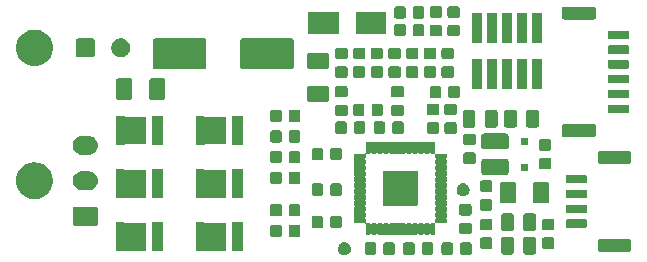
<source format=gbr>
G04 #@! TF.GenerationSoftware,KiCad,Pcbnew,(5.1.5-0-10_14)*
G04 #@! TF.CreationDate,2020-01-05T04:53:59-08:00*
G04 #@! TF.ProjectId,Grits,47726974-732e-46b6-9963-61645f706362,v1.3a*
G04 #@! TF.SameCoordinates,Original*
G04 #@! TF.FileFunction,Soldermask,Top*
G04 #@! TF.FilePolarity,Negative*
%FSLAX46Y46*%
G04 Gerber Fmt 4.6, Leading zero omitted, Abs format (unit mm)*
G04 Created by KiCad (PCBNEW (5.1.5-0-10_14)) date 2020-01-05 04:53:59*
%MOMM*%
%LPD*%
G04 APERTURE LIST*
%ADD10C,0.100000*%
G04 APERTURE END LIST*
D10*
G36*
X136410721Y-114470174D02*
G01*
X136510995Y-114511709D01*
X136530886Y-114525000D01*
X136601242Y-114572010D01*
X136677990Y-114648758D01*
X136703076Y-114686302D01*
X136738291Y-114739005D01*
X136779826Y-114839279D01*
X136801000Y-114945730D01*
X136801000Y-115054270D01*
X136779826Y-115160721D01*
X136738291Y-115260995D01*
X136738290Y-115260996D01*
X136677990Y-115351242D01*
X136601242Y-115427990D01*
X136583242Y-115440017D01*
X136510995Y-115488291D01*
X136410721Y-115529826D01*
X136304270Y-115551000D01*
X136195730Y-115551000D01*
X136089279Y-115529826D01*
X135989005Y-115488291D01*
X135916758Y-115440017D01*
X135898758Y-115427990D01*
X135822010Y-115351242D01*
X135761710Y-115260996D01*
X135761709Y-115260995D01*
X135720174Y-115160721D01*
X135699000Y-115054270D01*
X135699000Y-114945730D01*
X135720174Y-114839279D01*
X135761709Y-114739005D01*
X135796924Y-114686302D01*
X135822010Y-114648758D01*
X135898758Y-114572010D01*
X135969114Y-114525000D01*
X135989005Y-114511709D01*
X136089279Y-114470174D01*
X136195730Y-114449000D01*
X136304270Y-114449000D01*
X136410721Y-114470174D01*
G37*
G36*
X145304591Y-114478085D02*
G01*
X145338569Y-114488393D01*
X145369890Y-114505134D01*
X145397339Y-114527661D01*
X145419866Y-114555110D01*
X145436607Y-114586431D01*
X145446915Y-114620409D01*
X145451000Y-114661890D01*
X145451000Y-115338110D01*
X145446915Y-115379591D01*
X145436607Y-115413569D01*
X145419866Y-115444890D01*
X145397339Y-115472339D01*
X145369890Y-115494866D01*
X145338569Y-115511607D01*
X145304591Y-115521915D01*
X145263110Y-115526000D01*
X144661890Y-115526000D01*
X144620409Y-115521915D01*
X144586431Y-115511607D01*
X144555110Y-115494866D01*
X144527661Y-115472339D01*
X144505134Y-115444890D01*
X144488393Y-115413569D01*
X144478085Y-115379591D01*
X144474000Y-115338110D01*
X144474000Y-114661890D01*
X144478085Y-114620409D01*
X144488393Y-114586431D01*
X144505134Y-114555110D01*
X144527661Y-114527661D01*
X144555110Y-114505134D01*
X144586431Y-114488393D01*
X144620409Y-114478085D01*
X144661890Y-114474000D01*
X145263110Y-114474000D01*
X145304591Y-114478085D01*
G37*
G36*
X143629591Y-114478085D02*
G01*
X143663569Y-114488393D01*
X143694890Y-114505134D01*
X143722339Y-114527661D01*
X143744866Y-114555110D01*
X143761607Y-114586431D01*
X143771915Y-114620409D01*
X143776000Y-114661890D01*
X143776000Y-115338110D01*
X143771915Y-115379591D01*
X143761607Y-115413569D01*
X143744866Y-115444890D01*
X143722339Y-115472339D01*
X143694890Y-115494866D01*
X143663569Y-115511607D01*
X143629591Y-115521915D01*
X143588110Y-115526000D01*
X142986890Y-115526000D01*
X142945409Y-115521915D01*
X142911431Y-115511607D01*
X142880110Y-115494866D01*
X142852661Y-115472339D01*
X142830134Y-115444890D01*
X142813393Y-115413569D01*
X142803085Y-115379591D01*
X142799000Y-115338110D01*
X142799000Y-114661890D01*
X142803085Y-114620409D01*
X142813393Y-114586431D01*
X142830134Y-114555110D01*
X142852661Y-114527661D01*
X142880110Y-114505134D01*
X142911431Y-114488393D01*
X142945409Y-114478085D01*
X142986890Y-114474000D01*
X143588110Y-114474000D01*
X143629591Y-114478085D01*
G37*
G36*
X142054591Y-114478085D02*
G01*
X142088569Y-114488393D01*
X142119890Y-114505134D01*
X142147339Y-114527661D01*
X142169866Y-114555110D01*
X142186607Y-114586431D01*
X142196915Y-114620409D01*
X142201000Y-114661890D01*
X142201000Y-115338110D01*
X142196915Y-115379591D01*
X142186607Y-115413569D01*
X142169866Y-115444890D01*
X142147339Y-115472339D01*
X142119890Y-115494866D01*
X142088569Y-115511607D01*
X142054591Y-115521915D01*
X142013110Y-115526000D01*
X141411890Y-115526000D01*
X141370409Y-115521915D01*
X141336431Y-115511607D01*
X141305110Y-115494866D01*
X141277661Y-115472339D01*
X141255134Y-115444890D01*
X141238393Y-115413569D01*
X141228085Y-115379591D01*
X141224000Y-115338110D01*
X141224000Y-114661890D01*
X141228085Y-114620409D01*
X141238393Y-114586431D01*
X141255134Y-114555110D01*
X141277661Y-114527661D01*
X141305110Y-114505134D01*
X141336431Y-114488393D01*
X141370409Y-114478085D01*
X141411890Y-114474000D01*
X142013110Y-114474000D01*
X142054591Y-114478085D01*
G37*
G36*
X140379591Y-114478085D02*
G01*
X140413569Y-114488393D01*
X140444890Y-114505134D01*
X140472339Y-114527661D01*
X140494866Y-114555110D01*
X140511607Y-114586431D01*
X140521915Y-114620409D01*
X140526000Y-114661890D01*
X140526000Y-115338110D01*
X140521915Y-115379591D01*
X140511607Y-115413569D01*
X140494866Y-115444890D01*
X140472339Y-115472339D01*
X140444890Y-115494866D01*
X140413569Y-115511607D01*
X140379591Y-115521915D01*
X140338110Y-115526000D01*
X139736890Y-115526000D01*
X139695409Y-115521915D01*
X139661431Y-115511607D01*
X139630110Y-115494866D01*
X139602661Y-115472339D01*
X139580134Y-115444890D01*
X139563393Y-115413569D01*
X139553085Y-115379591D01*
X139549000Y-115338110D01*
X139549000Y-114661890D01*
X139553085Y-114620409D01*
X139563393Y-114586431D01*
X139580134Y-114555110D01*
X139602661Y-114527661D01*
X139630110Y-114505134D01*
X139661431Y-114488393D01*
X139695409Y-114478085D01*
X139736890Y-114474000D01*
X140338110Y-114474000D01*
X140379591Y-114478085D01*
G37*
G36*
X138804591Y-114478085D02*
G01*
X138838569Y-114488393D01*
X138869890Y-114505134D01*
X138897339Y-114527661D01*
X138919866Y-114555110D01*
X138936607Y-114586431D01*
X138946915Y-114620409D01*
X138951000Y-114661890D01*
X138951000Y-115338110D01*
X138946915Y-115379591D01*
X138936607Y-115413569D01*
X138919866Y-115444890D01*
X138897339Y-115472339D01*
X138869890Y-115494866D01*
X138838569Y-115511607D01*
X138804591Y-115521915D01*
X138763110Y-115526000D01*
X138161890Y-115526000D01*
X138120409Y-115521915D01*
X138086431Y-115511607D01*
X138055110Y-115494866D01*
X138027661Y-115472339D01*
X138005134Y-115444890D01*
X137988393Y-115413569D01*
X137978085Y-115379591D01*
X137974000Y-115338110D01*
X137974000Y-114661890D01*
X137978085Y-114620409D01*
X137988393Y-114586431D01*
X138005134Y-114555110D01*
X138027661Y-114527661D01*
X138055110Y-114505134D01*
X138086431Y-114488393D01*
X138120409Y-114478085D01*
X138161890Y-114474000D01*
X138763110Y-114474000D01*
X138804591Y-114478085D01*
G37*
G36*
X146879591Y-114478085D02*
G01*
X146913569Y-114488393D01*
X146944890Y-114505134D01*
X146972339Y-114527661D01*
X146994866Y-114555110D01*
X147011607Y-114586431D01*
X147021915Y-114620409D01*
X147026000Y-114661890D01*
X147026000Y-115338110D01*
X147021915Y-115379591D01*
X147011607Y-115413569D01*
X146994866Y-115444890D01*
X146972339Y-115472339D01*
X146944890Y-115494866D01*
X146913569Y-115511607D01*
X146879591Y-115521915D01*
X146838110Y-115526000D01*
X146236890Y-115526000D01*
X146195409Y-115521915D01*
X146161431Y-115511607D01*
X146130110Y-115494866D01*
X146102661Y-115472339D01*
X146080134Y-115444890D01*
X146063393Y-115413569D01*
X146053085Y-115379591D01*
X146049000Y-115338110D01*
X146049000Y-114661890D01*
X146053085Y-114620409D01*
X146063393Y-114586431D01*
X146080134Y-114555110D01*
X146102661Y-114527661D01*
X146130110Y-114505134D01*
X146161431Y-114488393D01*
X146195409Y-114478085D01*
X146236890Y-114474000D01*
X146838110Y-114474000D01*
X146879591Y-114478085D01*
G37*
G36*
X152309468Y-114003565D02*
G01*
X152348138Y-114015296D01*
X152383777Y-114034346D01*
X152415017Y-114059983D01*
X152440654Y-114091223D01*
X152459704Y-114126862D01*
X152471435Y-114165532D01*
X152476000Y-114211888D01*
X152476000Y-115288112D01*
X152471435Y-115334468D01*
X152459704Y-115373138D01*
X152440654Y-115408777D01*
X152415017Y-115440017D01*
X152383777Y-115465654D01*
X152348138Y-115484704D01*
X152309468Y-115496435D01*
X152263112Y-115501000D01*
X151611888Y-115501000D01*
X151565532Y-115496435D01*
X151526862Y-115484704D01*
X151491223Y-115465654D01*
X151459983Y-115440017D01*
X151434346Y-115408777D01*
X151415296Y-115373138D01*
X151403565Y-115334468D01*
X151399000Y-115288112D01*
X151399000Y-114211888D01*
X151403565Y-114165532D01*
X151415296Y-114126862D01*
X151434346Y-114091223D01*
X151459983Y-114059983D01*
X151491223Y-114034346D01*
X151526862Y-114015296D01*
X151565532Y-114003565D01*
X151611888Y-113999000D01*
X152263112Y-113999000D01*
X152309468Y-114003565D01*
G37*
G36*
X150434468Y-114003565D02*
G01*
X150473138Y-114015296D01*
X150508777Y-114034346D01*
X150540017Y-114059983D01*
X150565654Y-114091223D01*
X150584704Y-114126862D01*
X150596435Y-114165532D01*
X150601000Y-114211888D01*
X150601000Y-115288112D01*
X150596435Y-115334468D01*
X150584704Y-115373138D01*
X150565654Y-115408777D01*
X150540017Y-115440017D01*
X150508777Y-115465654D01*
X150473138Y-115484704D01*
X150434468Y-115496435D01*
X150388112Y-115501000D01*
X149736888Y-115501000D01*
X149690532Y-115496435D01*
X149651862Y-115484704D01*
X149616223Y-115465654D01*
X149584983Y-115440017D01*
X149559346Y-115408777D01*
X149540296Y-115373138D01*
X149528565Y-115334468D01*
X149524000Y-115288112D01*
X149524000Y-114211888D01*
X149528565Y-114165532D01*
X149540296Y-114126862D01*
X149559346Y-114091223D01*
X149584983Y-114059983D01*
X149616223Y-114034346D01*
X149651862Y-114015296D01*
X149690532Y-114003565D01*
X149736888Y-113999000D01*
X150388112Y-113999000D01*
X150434468Y-114003565D01*
G37*
G36*
X160329434Y-114178686D02*
G01*
X160369284Y-114190774D01*
X160405999Y-114210399D01*
X160438186Y-114236814D01*
X160464601Y-114269001D01*
X160484226Y-114305716D01*
X160496314Y-114345566D01*
X160501000Y-114393141D01*
X160501000Y-115056859D01*
X160496314Y-115104434D01*
X160484226Y-115144284D01*
X160464601Y-115180999D01*
X160438186Y-115213186D01*
X160405999Y-115239601D01*
X160369284Y-115259226D01*
X160329434Y-115271314D01*
X160281859Y-115276000D01*
X157918141Y-115276000D01*
X157870566Y-115271314D01*
X157830716Y-115259226D01*
X157794001Y-115239601D01*
X157761814Y-115213186D01*
X157735399Y-115180999D01*
X157715774Y-115144284D01*
X157703686Y-115104434D01*
X157699000Y-115056859D01*
X157699000Y-114393141D01*
X157703686Y-114345566D01*
X157715774Y-114305716D01*
X157735399Y-114269001D01*
X157761814Y-114236814D01*
X157794001Y-114210399D01*
X157830716Y-114190774D01*
X157870566Y-114178686D01*
X157918141Y-114174000D01*
X160281859Y-114174000D01*
X160329434Y-114178686D01*
G37*
G36*
X124334802Y-112775723D02*
G01*
X124344225Y-112778581D01*
X124344227Y-112778582D01*
X124352913Y-112783225D01*
X124352914Y-112783226D01*
X124352916Y-112783227D01*
X124368209Y-112795778D01*
X124388583Y-112809392D01*
X124411222Y-112818770D01*
X124435255Y-112823551D01*
X124447509Y-112824153D01*
X126168859Y-112824153D01*
X126184802Y-112825723D01*
X126194225Y-112828581D01*
X126194227Y-112828582D01*
X126202913Y-112833225D01*
X126202914Y-112833226D01*
X126202916Y-112833227D01*
X126210527Y-112839473D01*
X126216374Y-112846598D01*
X126216775Y-112847087D01*
X126220363Y-112853800D01*
X126221419Y-112855775D01*
X126224277Y-112865198D01*
X126225847Y-112881141D01*
X126225847Y-115118859D01*
X126225242Y-115125000D01*
X126224277Y-115134802D01*
X126221418Y-115144227D01*
X126221388Y-115144284D01*
X126216773Y-115152916D01*
X126210527Y-115160527D01*
X126202916Y-115166773D01*
X126202914Y-115166774D01*
X126202913Y-115166775D01*
X126199014Y-115168859D01*
X126194225Y-115171419D01*
X126184802Y-115174277D01*
X126168859Y-115175847D01*
X124447509Y-115175847D01*
X124423123Y-115178249D01*
X124399674Y-115185362D01*
X124378063Y-115196913D01*
X124368209Y-115204222D01*
X124352916Y-115216773D01*
X124352914Y-115216774D01*
X124352913Y-115216775D01*
X124344227Y-115221418D01*
X124344225Y-115221419D01*
X124334802Y-115224277D01*
X124318859Y-115225847D01*
X123711141Y-115225847D01*
X123695198Y-115224277D01*
X123685775Y-115221419D01*
X123685773Y-115221418D01*
X123677087Y-115216775D01*
X123677086Y-115216774D01*
X123677084Y-115216773D01*
X123669473Y-115210527D01*
X123663227Y-115202916D01*
X123658581Y-115194225D01*
X123655723Y-115184802D01*
X123654153Y-115168859D01*
X123654153Y-114781141D01*
X123655723Y-114765198D01*
X123658581Y-114755775D01*
X123663227Y-114747084D01*
X123676612Y-114730774D01*
X123678075Y-114729312D01*
X123691691Y-114708939D01*
X123701072Y-114686302D01*
X123705855Y-114662269D01*
X123705859Y-114637765D01*
X123701082Y-114613731D01*
X123691707Y-114591091D01*
X123678096Y-114570715D01*
X123676638Y-114569257D01*
X123663227Y-114552916D01*
X123658581Y-114544225D01*
X123655723Y-114534802D01*
X123654153Y-114518859D01*
X123654153Y-114131141D01*
X123655723Y-114115198D01*
X123658581Y-114105775D01*
X123658582Y-114105773D01*
X123663225Y-114097087D01*
X123663227Y-114097084D01*
X123676612Y-114080774D01*
X123678075Y-114079312D01*
X123691691Y-114058939D01*
X123701072Y-114036302D01*
X123705855Y-114012269D01*
X123705859Y-113987765D01*
X123701082Y-113963731D01*
X123691707Y-113941091D01*
X123678096Y-113920715D01*
X123676638Y-113919257D01*
X123663227Y-113902916D01*
X123658581Y-113894225D01*
X123655723Y-113884802D01*
X123654153Y-113868859D01*
X123654153Y-113481141D01*
X123655723Y-113465198D01*
X123658581Y-113455775D01*
X123658662Y-113455623D01*
X123663225Y-113447087D01*
X123663865Y-113446307D01*
X123676612Y-113430774D01*
X123678075Y-113429312D01*
X123691691Y-113408939D01*
X123701072Y-113386302D01*
X123705855Y-113362269D01*
X123705859Y-113337765D01*
X123701082Y-113313731D01*
X123691707Y-113291091D01*
X123678096Y-113270715D01*
X123676638Y-113269257D01*
X123663227Y-113252916D01*
X123658581Y-113244225D01*
X123655723Y-113234802D01*
X123654153Y-113218859D01*
X123654153Y-112831141D01*
X123655723Y-112815198D01*
X123658581Y-112805775D01*
X123658582Y-112805773D01*
X123663225Y-112797087D01*
X123664299Y-112795778D01*
X123669473Y-112789473D01*
X123677084Y-112783227D01*
X123677086Y-112783226D01*
X123677087Y-112783225D01*
X123685773Y-112778582D01*
X123685775Y-112778581D01*
X123695198Y-112775723D01*
X123711141Y-112774153D01*
X124318859Y-112774153D01*
X124334802Y-112775723D01*
G37*
G36*
X117584802Y-112775723D02*
G01*
X117594225Y-112778581D01*
X117594227Y-112778582D01*
X117602913Y-112783225D01*
X117602914Y-112783226D01*
X117602916Y-112783227D01*
X117618209Y-112795778D01*
X117638583Y-112809392D01*
X117661222Y-112818770D01*
X117685255Y-112823551D01*
X117697509Y-112824153D01*
X119418859Y-112824153D01*
X119434802Y-112825723D01*
X119444225Y-112828581D01*
X119444227Y-112828582D01*
X119452913Y-112833225D01*
X119452914Y-112833226D01*
X119452916Y-112833227D01*
X119460527Y-112839473D01*
X119466374Y-112846598D01*
X119466775Y-112847087D01*
X119470363Y-112853800D01*
X119471419Y-112855775D01*
X119474277Y-112865198D01*
X119475847Y-112881141D01*
X119475847Y-115118859D01*
X119475242Y-115125000D01*
X119474277Y-115134802D01*
X119471418Y-115144227D01*
X119471388Y-115144284D01*
X119466773Y-115152916D01*
X119460527Y-115160527D01*
X119452916Y-115166773D01*
X119452914Y-115166774D01*
X119452913Y-115166775D01*
X119449014Y-115168859D01*
X119444225Y-115171419D01*
X119434802Y-115174277D01*
X119418859Y-115175847D01*
X117697509Y-115175847D01*
X117673123Y-115178249D01*
X117649674Y-115185362D01*
X117628063Y-115196913D01*
X117618209Y-115204222D01*
X117602916Y-115216773D01*
X117602914Y-115216774D01*
X117602913Y-115216775D01*
X117594227Y-115221418D01*
X117594225Y-115221419D01*
X117584802Y-115224277D01*
X117568859Y-115225847D01*
X116961141Y-115225847D01*
X116945198Y-115224277D01*
X116935775Y-115221419D01*
X116935773Y-115221418D01*
X116927087Y-115216775D01*
X116927086Y-115216774D01*
X116927084Y-115216773D01*
X116919473Y-115210527D01*
X116913227Y-115202916D01*
X116908581Y-115194225D01*
X116905723Y-115184802D01*
X116904153Y-115168859D01*
X116904153Y-114781141D01*
X116905723Y-114765198D01*
X116908581Y-114755775D01*
X116913227Y-114747084D01*
X116926612Y-114730774D01*
X116928075Y-114729312D01*
X116941691Y-114708939D01*
X116951072Y-114686302D01*
X116955855Y-114662269D01*
X116955859Y-114637765D01*
X116951082Y-114613731D01*
X116941707Y-114591091D01*
X116928096Y-114570715D01*
X116926638Y-114569257D01*
X116913227Y-114552916D01*
X116908581Y-114544225D01*
X116905723Y-114534802D01*
X116904153Y-114518859D01*
X116904153Y-114131141D01*
X116905723Y-114115198D01*
X116908581Y-114105775D01*
X116908582Y-114105773D01*
X116913225Y-114097087D01*
X116913227Y-114097084D01*
X116926612Y-114080774D01*
X116928075Y-114079312D01*
X116941691Y-114058939D01*
X116951072Y-114036302D01*
X116955855Y-114012269D01*
X116955859Y-113987765D01*
X116951082Y-113963731D01*
X116941707Y-113941091D01*
X116928096Y-113920715D01*
X116926638Y-113919257D01*
X116913227Y-113902916D01*
X116908581Y-113894225D01*
X116905723Y-113884802D01*
X116904153Y-113868859D01*
X116904153Y-113481141D01*
X116905723Y-113465198D01*
X116908581Y-113455775D01*
X116908662Y-113455623D01*
X116913225Y-113447087D01*
X116913865Y-113446307D01*
X116926612Y-113430774D01*
X116928075Y-113429312D01*
X116941691Y-113408939D01*
X116951072Y-113386302D01*
X116955855Y-113362269D01*
X116955859Y-113337765D01*
X116951082Y-113313731D01*
X116941707Y-113291091D01*
X116928096Y-113270715D01*
X116926638Y-113269257D01*
X116913227Y-113252916D01*
X116908581Y-113244225D01*
X116905723Y-113234802D01*
X116904153Y-113218859D01*
X116904153Y-112831141D01*
X116905723Y-112815198D01*
X116908581Y-112805775D01*
X116908582Y-112805773D01*
X116913225Y-112797087D01*
X116914299Y-112795778D01*
X116919473Y-112789473D01*
X116927084Y-112783227D01*
X116927086Y-112783226D01*
X116927087Y-112783225D01*
X116935773Y-112778582D01*
X116935775Y-112778581D01*
X116945198Y-112775723D01*
X116961141Y-112774153D01*
X117568859Y-112774153D01*
X117584802Y-112775723D01*
G37*
G36*
X120905000Y-115225000D02*
G01*
X119975000Y-115225000D01*
X119975000Y-112775000D01*
X120905000Y-112775000D01*
X120905000Y-115225000D01*
G37*
G36*
X127655000Y-115225000D02*
G01*
X126725000Y-115225000D01*
X126725000Y-112775000D01*
X127655000Y-112775000D01*
X127655000Y-115225000D01*
G37*
G36*
X153879591Y-114053085D02*
G01*
X153913569Y-114063393D01*
X153944890Y-114080134D01*
X153972339Y-114102661D01*
X153994866Y-114130110D01*
X154011607Y-114161431D01*
X154021915Y-114195409D01*
X154026000Y-114236890D01*
X154026000Y-114838110D01*
X154021915Y-114879591D01*
X154011607Y-114913569D01*
X153994866Y-114944890D01*
X153972339Y-114972339D01*
X153944890Y-114994866D01*
X153913569Y-115011607D01*
X153879591Y-115021915D01*
X153838110Y-115026000D01*
X153161890Y-115026000D01*
X153120409Y-115021915D01*
X153086431Y-115011607D01*
X153055110Y-114994866D01*
X153027661Y-114972339D01*
X153005134Y-114944890D01*
X152988393Y-114913569D01*
X152978085Y-114879591D01*
X152974000Y-114838110D01*
X152974000Y-114236890D01*
X152978085Y-114195409D01*
X152988393Y-114161431D01*
X153005134Y-114130110D01*
X153027661Y-114102661D01*
X153055110Y-114080134D01*
X153086431Y-114063393D01*
X153120409Y-114053085D01*
X153161890Y-114049000D01*
X153838110Y-114049000D01*
X153879591Y-114053085D01*
G37*
G36*
X148629591Y-114053085D02*
G01*
X148663569Y-114063393D01*
X148694890Y-114080134D01*
X148722339Y-114102661D01*
X148744866Y-114130110D01*
X148761607Y-114161431D01*
X148771915Y-114195409D01*
X148776000Y-114236890D01*
X148776000Y-114838110D01*
X148771915Y-114879591D01*
X148761607Y-114913569D01*
X148744866Y-114944890D01*
X148722339Y-114972339D01*
X148694890Y-114994866D01*
X148663569Y-115011607D01*
X148629591Y-115021915D01*
X148588110Y-115026000D01*
X147911890Y-115026000D01*
X147870409Y-115021915D01*
X147836431Y-115011607D01*
X147805110Y-114994866D01*
X147777661Y-114972339D01*
X147755134Y-114944890D01*
X147738393Y-114913569D01*
X147728085Y-114879591D01*
X147724000Y-114838110D01*
X147724000Y-114236890D01*
X147728085Y-114195409D01*
X147738393Y-114161431D01*
X147755134Y-114130110D01*
X147777661Y-114102661D01*
X147805110Y-114080134D01*
X147836431Y-114063393D01*
X147870409Y-114053085D01*
X147911890Y-114049000D01*
X148588110Y-114049000D01*
X148629591Y-114053085D01*
G37*
G36*
X130804591Y-112978085D02*
G01*
X130838569Y-112988393D01*
X130869890Y-113005134D01*
X130897339Y-113027661D01*
X130919866Y-113055110D01*
X130936607Y-113086431D01*
X130946915Y-113120409D01*
X130951000Y-113161890D01*
X130951000Y-113838110D01*
X130946915Y-113879591D01*
X130936607Y-113913569D01*
X130919866Y-113944890D01*
X130897339Y-113972339D01*
X130869890Y-113994866D01*
X130838569Y-114011607D01*
X130804591Y-114021915D01*
X130763110Y-114026000D01*
X130161890Y-114026000D01*
X130120409Y-114021915D01*
X130086431Y-114011607D01*
X130055110Y-113994866D01*
X130027661Y-113972339D01*
X130005134Y-113944890D01*
X129988393Y-113913569D01*
X129978085Y-113879591D01*
X129974000Y-113838110D01*
X129974000Y-113161890D01*
X129978085Y-113120409D01*
X129988393Y-113086431D01*
X130005134Y-113055110D01*
X130027661Y-113027661D01*
X130055110Y-113005134D01*
X130086431Y-112988393D01*
X130120409Y-112978085D01*
X130161890Y-112974000D01*
X130763110Y-112974000D01*
X130804591Y-112978085D01*
G37*
G36*
X132379591Y-112978085D02*
G01*
X132413569Y-112988393D01*
X132444890Y-113005134D01*
X132472339Y-113027661D01*
X132494866Y-113055110D01*
X132511607Y-113086431D01*
X132521915Y-113120409D01*
X132526000Y-113161890D01*
X132526000Y-113838110D01*
X132521915Y-113879591D01*
X132511607Y-113913569D01*
X132494866Y-113944890D01*
X132472339Y-113972339D01*
X132444890Y-113994866D01*
X132413569Y-114011607D01*
X132379591Y-114021915D01*
X132338110Y-114026000D01*
X131736890Y-114026000D01*
X131695409Y-114021915D01*
X131661431Y-114011607D01*
X131630110Y-113994866D01*
X131602661Y-113972339D01*
X131580134Y-113944890D01*
X131563393Y-113913569D01*
X131553085Y-113879591D01*
X131549000Y-113838110D01*
X131549000Y-113161890D01*
X131553085Y-113120409D01*
X131563393Y-113086431D01*
X131580134Y-113055110D01*
X131602661Y-113027661D01*
X131630110Y-113005134D01*
X131661431Y-112988393D01*
X131695409Y-112978085D01*
X131736890Y-112974000D01*
X132338110Y-112974000D01*
X132379591Y-112978085D01*
G37*
G36*
X138405355Y-105975083D02*
G01*
X138410029Y-105976501D01*
X138414330Y-105978800D01*
X138420702Y-105984029D01*
X138441076Y-105997643D01*
X138463715Y-106007020D01*
X138487749Y-106011800D01*
X138512253Y-106011800D01*
X138536286Y-106007019D01*
X138558925Y-105997642D01*
X138579298Y-105984029D01*
X138585670Y-105978800D01*
X138589971Y-105976501D01*
X138594645Y-105975083D01*
X138605641Y-105974000D01*
X138894359Y-105974000D01*
X138905355Y-105975083D01*
X138910029Y-105976501D01*
X138914330Y-105978800D01*
X138920702Y-105984029D01*
X138941076Y-105997643D01*
X138963715Y-106007020D01*
X138987749Y-106011800D01*
X139012253Y-106011800D01*
X139036286Y-106007019D01*
X139058925Y-105997642D01*
X139079298Y-105984029D01*
X139085670Y-105978800D01*
X139089971Y-105976501D01*
X139094645Y-105975083D01*
X139105641Y-105974000D01*
X139394359Y-105974000D01*
X139405355Y-105975083D01*
X139410029Y-105976501D01*
X139414330Y-105978800D01*
X139420702Y-105984029D01*
X139441076Y-105997643D01*
X139463715Y-106007020D01*
X139487749Y-106011800D01*
X139512253Y-106011800D01*
X139536286Y-106007019D01*
X139558925Y-105997642D01*
X139579298Y-105984029D01*
X139585670Y-105978800D01*
X139589971Y-105976501D01*
X139594645Y-105975083D01*
X139605641Y-105974000D01*
X139894359Y-105974000D01*
X139905355Y-105975083D01*
X139910029Y-105976501D01*
X139914330Y-105978800D01*
X139920702Y-105984029D01*
X139941076Y-105997643D01*
X139963715Y-106007020D01*
X139987749Y-106011800D01*
X140012253Y-106011800D01*
X140036286Y-106007019D01*
X140058925Y-105997642D01*
X140079298Y-105984029D01*
X140085670Y-105978800D01*
X140089971Y-105976501D01*
X140094645Y-105975083D01*
X140105641Y-105974000D01*
X140394359Y-105974000D01*
X140405355Y-105975083D01*
X140410029Y-105976501D01*
X140414330Y-105978800D01*
X140420702Y-105984029D01*
X140441076Y-105997643D01*
X140463715Y-106007020D01*
X140487749Y-106011800D01*
X140512253Y-106011800D01*
X140536286Y-106007019D01*
X140558925Y-105997642D01*
X140579298Y-105984029D01*
X140585670Y-105978800D01*
X140589971Y-105976501D01*
X140594645Y-105975083D01*
X140605641Y-105974000D01*
X140894359Y-105974000D01*
X140905355Y-105975083D01*
X140910029Y-105976501D01*
X140914330Y-105978800D01*
X140920702Y-105984029D01*
X140941076Y-105997643D01*
X140963715Y-106007020D01*
X140987749Y-106011800D01*
X141012253Y-106011800D01*
X141036286Y-106007019D01*
X141058925Y-105997642D01*
X141079298Y-105984029D01*
X141085670Y-105978800D01*
X141089971Y-105976501D01*
X141094645Y-105975083D01*
X141105641Y-105974000D01*
X141394359Y-105974000D01*
X141405355Y-105975083D01*
X141410029Y-105976501D01*
X141414330Y-105978800D01*
X141420702Y-105984029D01*
X141441076Y-105997643D01*
X141463715Y-106007020D01*
X141487749Y-106011800D01*
X141512253Y-106011800D01*
X141536286Y-106007019D01*
X141558925Y-105997642D01*
X141579298Y-105984029D01*
X141585670Y-105978800D01*
X141589971Y-105976501D01*
X141594645Y-105975083D01*
X141605641Y-105974000D01*
X141894359Y-105974000D01*
X141905355Y-105975083D01*
X141910029Y-105976501D01*
X141914330Y-105978800D01*
X141920702Y-105984029D01*
X141941076Y-105997643D01*
X141963715Y-106007020D01*
X141987749Y-106011800D01*
X142012253Y-106011800D01*
X142036286Y-106007019D01*
X142058925Y-105997642D01*
X142079298Y-105984029D01*
X142085670Y-105978800D01*
X142089971Y-105976501D01*
X142094645Y-105975083D01*
X142105641Y-105974000D01*
X142394359Y-105974000D01*
X142405355Y-105975083D01*
X142410029Y-105976501D01*
X142414330Y-105978800D01*
X142420702Y-105984029D01*
X142441076Y-105997643D01*
X142463715Y-106007020D01*
X142487749Y-106011800D01*
X142512253Y-106011800D01*
X142536286Y-106007019D01*
X142558925Y-105997642D01*
X142579298Y-105984029D01*
X142585670Y-105978800D01*
X142589971Y-105976501D01*
X142594645Y-105975083D01*
X142605641Y-105974000D01*
X142894359Y-105974000D01*
X142905355Y-105975083D01*
X142910029Y-105976501D01*
X142914330Y-105978800D01*
X142920702Y-105984029D01*
X142941076Y-105997643D01*
X142963715Y-106007020D01*
X142987749Y-106011800D01*
X143012253Y-106011800D01*
X143036286Y-106007019D01*
X143058925Y-105997642D01*
X143079298Y-105984029D01*
X143085670Y-105978800D01*
X143089971Y-105976501D01*
X143094645Y-105975083D01*
X143105641Y-105974000D01*
X143394359Y-105974000D01*
X143405355Y-105975083D01*
X143410029Y-105976501D01*
X143414330Y-105978800D01*
X143420702Y-105984029D01*
X143441076Y-105997643D01*
X143463715Y-106007020D01*
X143487749Y-106011800D01*
X143512253Y-106011800D01*
X143536286Y-106007019D01*
X143558925Y-105997642D01*
X143579298Y-105984029D01*
X143585670Y-105978800D01*
X143589971Y-105976501D01*
X143594645Y-105975083D01*
X143605641Y-105974000D01*
X143894359Y-105974000D01*
X143905355Y-105975083D01*
X143910029Y-105976501D01*
X143914331Y-105978800D01*
X143918104Y-105981896D01*
X143921200Y-105985669D01*
X143923499Y-105989971D01*
X143924917Y-105994645D01*
X143926000Y-106005641D01*
X143926000Y-106849001D01*
X143928402Y-106873387D01*
X143935515Y-106896836D01*
X143947066Y-106918447D01*
X143962611Y-106937389D01*
X143981553Y-106952934D01*
X144003164Y-106964485D01*
X144026613Y-106971598D01*
X144050999Y-106974000D01*
X144894359Y-106974000D01*
X144905355Y-106975083D01*
X144910029Y-106976501D01*
X144914331Y-106978800D01*
X144918104Y-106981896D01*
X144921200Y-106985669D01*
X144923499Y-106989971D01*
X144924917Y-106994645D01*
X144926000Y-107005641D01*
X144926000Y-107294359D01*
X144924917Y-107305355D01*
X144923499Y-107310029D01*
X144921200Y-107314330D01*
X144915971Y-107320702D01*
X144902357Y-107341076D01*
X144892980Y-107363715D01*
X144888200Y-107387749D01*
X144888200Y-107412253D01*
X144892981Y-107436286D01*
X144902358Y-107458925D01*
X144915971Y-107479298D01*
X144921200Y-107485670D01*
X144923499Y-107489971D01*
X144924917Y-107494645D01*
X144926000Y-107505641D01*
X144926000Y-107794359D01*
X144924917Y-107805355D01*
X144923499Y-107810029D01*
X144921200Y-107814330D01*
X144915971Y-107820702D01*
X144902357Y-107841076D01*
X144892980Y-107863715D01*
X144888200Y-107887749D01*
X144888200Y-107912253D01*
X144892981Y-107936286D01*
X144902358Y-107958925D01*
X144915971Y-107979298D01*
X144921200Y-107985670D01*
X144923499Y-107989971D01*
X144924917Y-107994645D01*
X144926000Y-108005641D01*
X144926000Y-108294359D01*
X144924917Y-108305355D01*
X144923499Y-108310029D01*
X144921200Y-108314330D01*
X144915971Y-108320702D01*
X144902357Y-108341076D01*
X144892980Y-108363715D01*
X144888200Y-108387749D01*
X144888200Y-108412253D01*
X144892981Y-108436286D01*
X144902358Y-108458925D01*
X144915971Y-108479298D01*
X144921200Y-108485670D01*
X144923499Y-108489971D01*
X144924917Y-108494645D01*
X144926000Y-108505641D01*
X144926000Y-108794359D01*
X144924917Y-108805355D01*
X144923499Y-108810029D01*
X144921200Y-108814330D01*
X144915971Y-108820702D01*
X144902357Y-108841076D01*
X144892980Y-108863715D01*
X144888200Y-108887749D01*
X144888200Y-108912253D01*
X144892981Y-108936286D01*
X144902358Y-108958925D01*
X144915971Y-108979298D01*
X144921200Y-108985670D01*
X144923499Y-108989971D01*
X144924917Y-108994645D01*
X144926000Y-109005641D01*
X144926000Y-109294359D01*
X144924917Y-109305355D01*
X144923499Y-109310029D01*
X144921200Y-109314330D01*
X144915971Y-109320702D01*
X144902357Y-109341076D01*
X144892980Y-109363715D01*
X144888200Y-109387749D01*
X144888200Y-109412253D01*
X144892981Y-109436286D01*
X144902358Y-109458925D01*
X144915971Y-109479298D01*
X144921200Y-109485670D01*
X144923499Y-109489971D01*
X144924917Y-109494645D01*
X144926000Y-109505641D01*
X144926000Y-109794359D01*
X144924917Y-109805355D01*
X144923499Y-109810029D01*
X144921200Y-109814330D01*
X144915971Y-109820702D01*
X144902357Y-109841076D01*
X144892980Y-109863715D01*
X144888200Y-109887749D01*
X144888200Y-109912253D01*
X144892981Y-109936286D01*
X144902358Y-109958925D01*
X144915971Y-109979298D01*
X144921200Y-109985670D01*
X144923499Y-109989971D01*
X144924917Y-109994645D01*
X144926000Y-110005641D01*
X144926000Y-110294359D01*
X144924917Y-110305355D01*
X144923499Y-110310029D01*
X144921200Y-110314330D01*
X144915971Y-110320702D01*
X144902357Y-110341076D01*
X144892980Y-110363715D01*
X144888200Y-110387749D01*
X144888200Y-110412253D01*
X144892981Y-110436286D01*
X144902358Y-110458925D01*
X144915971Y-110479298D01*
X144921200Y-110485670D01*
X144923499Y-110489971D01*
X144924917Y-110494645D01*
X144926000Y-110505641D01*
X144926000Y-110794359D01*
X144924917Y-110805355D01*
X144923499Y-110810029D01*
X144921200Y-110814330D01*
X144915971Y-110820702D01*
X144902357Y-110841076D01*
X144892980Y-110863715D01*
X144888200Y-110887749D01*
X144888200Y-110912253D01*
X144892981Y-110936286D01*
X144902358Y-110958925D01*
X144915971Y-110979298D01*
X144921200Y-110985670D01*
X144923499Y-110989971D01*
X144924917Y-110994645D01*
X144926000Y-111005641D01*
X144926000Y-111294359D01*
X144924917Y-111305355D01*
X144923499Y-111310029D01*
X144921200Y-111314330D01*
X144915971Y-111320702D01*
X144902357Y-111341076D01*
X144892980Y-111363715D01*
X144888200Y-111387749D01*
X144888200Y-111412253D01*
X144892981Y-111436286D01*
X144902358Y-111458925D01*
X144915971Y-111479298D01*
X144921200Y-111485670D01*
X144923499Y-111489971D01*
X144924917Y-111494645D01*
X144926000Y-111505641D01*
X144926000Y-111794359D01*
X144924917Y-111805355D01*
X144923499Y-111810029D01*
X144921200Y-111814330D01*
X144915971Y-111820702D01*
X144902357Y-111841076D01*
X144892980Y-111863715D01*
X144888200Y-111887749D01*
X144888200Y-111912253D01*
X144892981Y-111936286D01*
X144902358Y-111958925D01*
X144915971Y-111979298D01*
X144921200Y-111985670D01*
X144923499Y-111989971D01*
X144924917Y-111994645D01*
X144926000Y-112005641D01*
X144926000Y-112294359D01*
X144924917Y-112305355D01*
X144923499Y-112310029D01*
X144921200Y-112314330D01*
X144915971Y-112320702D01*
X144902357Y-112341076D01*
X144892980Y-112363715D01*
X144888200Y-112387749D01*
X144888200Y-112412253D01*
X144892981Y-112436286D01*
X144902358Y-112458925D01*
X144915971Y-112479298D01*
X144921200Y-112485670D01*
X144923499Y-112489971D01*
X144924917Y-112494645D01*
X144926000Y-112505641D01*
X144926000Y-112794359D01*
X144924917Y-112805355D01*
X144923499Y-112810029D01*
X144921200Y-112814331D01*
X144918104Y-112818104D01*
X144914331Y-112821200D01*
X144910029Y-112823499D01*
X144905355Y-112824917D01*
X144894359Y-112826000D01*
X144050999Y-112826000D01*
X144026613Y-112828402D01*
X144003164Y-112835515D01*
X143981553Y-112847066D01*
X143962611Y-112862611D01*
X143947066Y-112881553D01*
X143935515Y-112903164D01*
X143928402Y-112926613D01*
X143926000Y-112950999D01*
X143926000Y-113794359D01*
X143924917Y-113805355D01*
X143923499Y-113810029D01*
X143921200Y-113814331D01*
X143918104Y-113818104D01*
X143914331Y-113821200D01*
X143910029Y-113823499D01*
X143905355Y-113824917D01*
X143894359Y-113826000D01*
X143605641Y-113826000D01*
X143594645Y-113824917D01*
X143589971Y-113823499D01*
X143585670Y-113821200D01*
X143579298Y-113815971D01*
X143558924Y-113802357D01*
X143536285Y-113792980D01*
X143512251Y-113788200D01*
X143487747Y-113788200D01*
X143463714Y-113792981D01*
X143441075Y-113802358D01*
X143420702Y-113815971D01*
X143414330Y-113821200D01*
X143410029Y-113823499D01*
X143405355Y-113824917D01*
X143394359Y-113826000D01*
X143105641Y-113826000D01*
X143094645Y-113824917D01*
X143089971Y-113823499D01*
X143085670Y-113821200D01*
X143079298Y-113815971D01*
X143058924Y-113802357D01*
X143036285Y-113792980D01*
X143012251Y-113788200D01*
X142987747Y-113788200D01*
X142963714Y-113792981D01*
X142941075Y-113802358D01*
X142920702Y-113815971D01*
X142914330Y-113821200D01*
X142910029Y-113823499D01*
X142905355Y-113824917D01*
X142894359Y-113826000D01*
X142605641Y-113826000D01*
X142594645Y-113824917D01*
X142589971Y-113823499D01*
X142585670Y-113821200D01*
X142579298Y-113815971D01*
X142558924Y-113802357D01*
X142536285Y-113792980D01*
X142512251Y-113788200D01*
X142487747Y-113788200D01*
X142463714Y-113792981D01*
X142441075Y-113802358D01*
X142420702Y-113815971D01*
X142414330Y-113821200D01*
X142410029Y-113823499D01*
X142405355Y-113824917D01*
X142394359Y-113826000D01*
X142105641Y-113826000D01*
X142094645Y-113824917D01*
X142089971Y-113823499D01*
X142085670Y-113821200D01*
X142079298Y-113815971D01*
X142058924Y-113802357D01*
X142036285Y-113792980D01*
X142012251Y-113788200D01*
X141987747Y-113788200D01*
X141963714Y-113792981D01*
X141941075Y-113802358D01*
X141920702Y-113815971D01*
X141914330Y-113821200D01*
X141910029Y-113823499D01*
X141905355Y-113824917D01*
X141894359Y-113826000D01*
X141605641Y-113826000D01*
X141594645Y-113824917D01*
X141589971Y-113823499D01*
X141585670Y-113821200D01*
X141579298Y-113815971D01*
X141558924Y-113802357D01*
X141536285Y-113792980D01*
X141512251Y-113788200D01*
X141487747Y-113788200D01*
X141463714Y-113792981D01*
X141441075Y-113802358D01*
X141420702Y-113815971D01*
X141414330Y-113821200D01*
X141410029Y-113823499D01*
X141405355Y-113824917D01*
X141394359Y-113826000D01*
X141105641Y-113826000D01*
X141094645Y-113824917D01*
X141089971Y-113823499D01*
X141085670Y-113821200D01*
X141079298Y-113815971D01*
X141058924Y-113802357D01*
X141036285Y-113792980D01*
X141012251Y-113788200D01*
X140987747Y-113788200D01*
X140963714Y-113792981D01*
X140941075Y-113802358D01*
X140920702Y-113815971D01*
X140914330Y-113821200D01*
X140910029Y-113823499D01*
X140905355Y-113824917D01*
X140894359Y-113826000D01*
X140605641Y-113826000D01*
X140594645Y-113824917D01*
X140589971Y-113823499D01*
X140585670Y-113821200D01*
X140579298Y-113815971D01*
X140558924Y-113802357D01*
X140536285Y-113792980D01*
X140512251Y-113788200D01*
X140487747Y-113788200D01*
X140463714Y-113792981D01*
X140441075Y-113802358D01*
X140420702Y-113815971D01*
X140414330Y-113821200D01*
X140410029Y-113823499D01*
X140405355Y-113824917D01*
X140394359Y-113826000D01*
X140105641Y-113826000D01*
X140094645Y-113824917D01*
X140089971Y-113823499D01*
X140085670Y-113821200D01*
X140079298Y-113815971D01*
X140058924Y-113802357D01*
X140036285Y-113792980D01*
X140012251Y-113788200D01*
X139987747Y-113788200D01*
X139963714Y-113792981D01*
X139941075Y-113802358D01*
X139920702Y-113815971D01*
X139914330Y-113821200D01*
X139910029Y-113823499D01*
X139905355Y-113824917D01*
X139894359Y-113826000D01*
X139605641Y-113826000D01*
X139594645Y-113824917D01*
X139589971Y-113823499D01*
X139585670Y-113821200D01*
X139579298Y-113815971D01*
X139558924Y-113802357D01*
X139536285Y-113792980D01*
X139512251Y-113788200D01*
X139487747Y-113788200D01*
X139463714Y-113792981D01*
X139441075Y-113802358D01*
X139420702Y-113815971D01*
X139414330Y-113821200D01*
X139410029Y-113823499D01*
X139405355Y-113824917D01*
X139394359Y-113826000D01*
X139105641Y-113826000D01*
X139094645Y-113824917D01*
X139089971Y-113823499D01*
X139085670Y-113821200D01*
X139079298Y-113815971D01*
X139058924Y-113802357D01*
X139036285Y-113792980D01*
X139012251Y-113788200D01*
X138987747Y-113788200D01*
X138963714Y-113792981D01*
X138941075Y-113802358D01*
X138920702Y-113815971D01*
X138914330Y-113821200D01*
X138910029Y-113823499D01*
X138905355Y-113824917D01*
X138894359Y-113826000D01*
X138605641Y-113826000D01*
X138594645Y-113824917D01*
X138589971Y-113823499D01*
X138585670Y-113821200D01*
X138579298Y-113815971D01*
X138558924Y-113802357D01*
X138536285Y-113792980D01*
X138512251Y-113788200D01*
X138487747Y-113788200D01*
X138463714Y-113792981D01*
X138441075Y-113802358D01*
X138420702Y-113815971D01*
X138414330Y-113821200D01*
X138410029Y-113823499D01*
X138405355Y-113824917D01*
X138394359Y-113826000D01*
X138105641Y-113826000D01*
X138094645Y-113824917D01*
X138089971Y-113823499D01*
X138085669Y-113821200D01*
X138081896Y-113818104D01*
X138078800Y-113814331D01*
X138076501Y-113810029D01*
X138075083Y-113805355D01*
X138074000Y-113794359D01*
X138074000Y-112950999D01*
X138071598Y-112926613D01*
X138064485Y-112903164D01*
X138052934Y-112881553D01*
X138037389Y-112862611D01*
X138018447Y-112847066D01*
X137996836Y-112835515D01*
X137973387Y-112828402D01*
X137949001Y-112826000D01*
X137105641Y-112826000D01*
X137094645Y-112824917D01*
X137089971Y-112823499D01*
X137085669Y-112821200D01*
X137081896Y-112818104D01*
X137078800Y-112814331D01*
X137076501Y-112810029D01*
X137075083Y-112805355D01*
X137074000Y-112794359D01*
X137074000Y-112505641D01*
X137075083Y-112494645D01*
X137076501Y-112489971D01*
X137078800Y-112485670D01*
X137084029Y-112479298D01*
X137097643Y-112458924D01*
X137107020Y-112436285D01*
X137111800Y-112412251D01*
X137111800Y-112387747D01*
X137107019Y-112363714D01*
X137097642Y-112341075D01*
X137084029Y-112320702D01*
X137078800Y-112314330D01*
X137076501Y-112310029D01*
X137075083Y-112305355D01*
X137074000Y-112294359D01*
X137074000Y-112005641D01*
X137075083Y-111994645D01*
X137076501Y-111989971D01*
X137078800Y-111985670D01*
X137084029Y-111979298D01*
X137097643Y-111958924D01*
X137107020Y-111936285D01*
X137111800Y-111912251D01*
X137111800Y-111887747D01*
X137107019Y-111863714D01*
X137097642Y-111841075D01*
X137084029Y-111820702D01*
X137078800Y-111814330D01*
X137076501Y-111810029D01*
X137075083Y-111805355D01*
X137074000Y-111794359D01*
X137074000Y-111505641D01*
X137075083Y-111494645D01*
X137076501Y-111489971D01*
X137078800Y-111485670D01*
X137084029Y-111479298D01*
X137097643Y-111458924D01*
X137107020Y-111436285D01*
X137111800Y-111412251D01*
X137111800Y-111387747D01*
X137107019Y-111363714D01*
X137097642Y-111341075D01*
X137084029Y-111320702D01*
X137078800Y-111314330D01*
X137076501Y-111310029D01*
X137075083Y-111305355D01*
X137074000Y-111294359D01*
X137074000Y-111005641D01*
X137075083Y-110994645D01*
X137076501Y-110989971D01*
X137078800Y-110985670D01*
X137084029Y-110979298D01*
X137097643Y-110958924D01*
X137107020Y-110936285D01*
X137111800Y-110912251D01*
X137111800Y-110887747D01*
X137107019Y-110863714D01*
X137097642Y-110841075D01*
X137084029Y-110820702D01*
X137078800Y-110814330D01*
X137076501Y-110810029D01*
X137075083Y-110805355D01*
X137074000Y-110794359D01*
X137074000Y-110505641D01*
X137075083Y-110494645D01*
X137076501Y-110489971D01*
X137078800Y-110485670D01*
X137084029Y-110479298D01*
X137097643Y-110458924D01*
X137107020Y-110436285D01*
X137111800Y-110412251D01*
X137111800Y-110387747D01*
X137107019Y-110363714D01*
X137097642Y-110341075D01*
X137084029Y-110320702D01*
X137078800Y-110314330D01*
X137076501Y-110310029D01*
X137075083Y-110305355D01*
X137074000Y-110294359D01*
X137074000Y-110005641D01*
X137075083Y-109994645D01*
X137076501Y-109989971D01*
X137078800Y-109985670D01*
X137084029Y-109979298D01*
X137097643Y-109958924D01*
X137107020Y-109936285D01*
X137111800Y-109912251D01*
X137111800Y-109887747D01*
X137107019Y-109863714D01*
X137097642Y-109841075D01*
X137084029Y-109820702D01*
X137078800Y-109814330D01*
X137076501Y-109810029D01*
X137075083Y-109805355D01*
X137074000Y-109794359D01*
X137074000Y-109505641D01*
X137075083Y-109494645D01*
X137076501Y-109489971D01*
X137078800Y-109485670D01*
X137084029Y-109479298D01*
X137097643Y-109458924D01*
X137107020Y-109436285D01*
X137111800Y-109412251D01*
X137111800Y-109387747D01*
X137107019Y-109363714D01*
X137097642Y-109341075D01*
X137084029Y-109320702D01*
X137078800Y-109314330D01*
X137076501Y-109310029D01*
X137075083Y-109305355D01*
X137074000Y-109294359D01*
X137074000Y-109005641D01*
X137075083Y-108994645D01*
X137076501Y-108989971D01*
X137078800Y-108985670D01*
X137084029Y-108979298D01*
X137097643Y-108958924D01*
X137107020Y-108936285D01*
X137111800Y-108912251D01*
X137111800Y-108887747D01*
X137107019Y-108863714D01*
X137097642Y-108841075D01*
X137084029Y-108820702D01*
X137078800Y-108814330D01*
X137076501Y-108810029D01*
X137075083Y-108805355D01*
X137074000Y-108794359D01*
X137074000Y-108505641D01*
X137075083Y-108494645D01*
X137076501Y-108489971D01*
X137078800Y-108485670D01*
X137084029Y-108479298D01*
X137097643Y-108458924D01*
X137107020Y-108436285D01*
X137111800Y-108412251D01*
X137111800Y-108387747D01*
X137107019Y-108363714D01*
X137097642Y-108341075D01*
X137084029Y-108320702D01*
X137078800Y-108314330D01*
X137076501Y-108310029D01*
X137075083Y-108305355D01*
X137074000Y-108294359D01*
X137074000Y-108005641D01*
X137075083Y-107994645D01*
X137076501Y-107989971D01*
X137078800Y-107985670D01*
X137084029Y-107979298D01*
X137097643Y-107958924D01*
X137107020Y-107936285D01*
X137111800Y-107912251D01*
X137111800Y-107887747D01*
X137107019Y-107863714D01*
X137097642Y-107841075D01*
X137084029Y-107820702D01*
X137078800Y-107814330D01*
X137076501Y-107810029D01*
X137075083Y-107805355D01*
X137074000Y-107794359D01*
X137074000Y-107505641D01*
X137075083Y-107494645D01*
X137076501Y-107489971D01*
X137078800Y-107485670D01*
X137084029Y-107479298D01*
X137097643Y-107458924D01*
X137107020Y-107436285D01*
X137111800Y-107412251D01*
X137111800Y-107387749D01*
X138013200Y-107387749D01*
X138013200Y-107412253D01*
X138017981Y-107436286D01*
X138027358Y-107458925D01*
X138040971Y-107479298D01*
X138046200Y-107485670D01*
X138048499Y-107489971D01*
X138049917Y-107494645D01*
X138051000Y-107505641D01*
X138051000Y-107794359D01*
X138049917Y-107805355D01*
X138048499Y-107810029D01*
X138046200Y-107814330D01*
X138040971Y-107820702D01*
X138027357Y-107841076D01*
X138017980Y-107863715D01*
X138013200Y-107887749D01*
X138013200Y-107912253D01*
X138017981Y-107936286D01*
X138027358Y-107958925D01*
X138040971Y-107979298D01*
X138046200Y-107985670D01*
X138048499Y-107989971D01*
X138049917Y-107994645D01*
X138051000Y-108005641D01*
X138051000Y-108294359D01*
X138049917Y-108305355D01*
X138048499Y-108310029D01*
X138046200Y-108314330D01*
X138040971Y-108320702D01*
X138027357Y-108341076D01*
X138017980Y-108363715D01*
X138013200Y-108387749D01*
X138013200Y-108412253D01*
X138017981Y-108436286D01*
X138027358Y-108458925D01*
X138040971Y-108479298D01*
X138046200Y-108485670D01*
X138048499Y-108489971D01*
X138049917Y-108494645D01*
X138051000Y-108505641D01*
X138051000Y-108794359D01*
X138049917Y-108805355D01*
X138048499Y-108810029D01*
X138046200Y-108814330D01*
X138040971Y-108820702D01*
X138027357Y-108841076D01*
X138017980Y-108863715D01*
X138013200Y-108887749D01*
X138013200Y-108912253D01*
X138017981Y-108936286D01*
X138027358Y-108958925D01*
X138040971Y-108979298D01*
X138046200Y-108985670D01*
X138048499Y-108989971D01*
X138049917Y-108994645D01*
X138051000Y-109005641D01*
X138051000Y-109294359D01*
X138049917Y-109305355D01*
X138048499Y-109310029D01*
X138046200Y-109314330D01*
X138040971Y-109320702D01*
X138027357Y-109341076D01*
X138017980Y-109363715D01*
X138013200Y-109387749D01*
X138013200Y-109412253D01*
X138017981Y-109436286D01*
X138027358Y-109458925D01*
X138040971Y-109479298D01*
X138046200Y-109485670D01*
X138048499Y-109489971D01*
X138049917Y-109494645D01*
X138051000Y-109505641D01*
X138051000Y-109794359D01*
X138049917Y-109805355D01*
X138048499Y-109810029D01*
X138046200Y-109814330D01*
X138040971Y-109820702D01*
X138027357Y-109841076D01*
X138017980Y-109863715D01*
X138013200Y-109887749D01*
X138013200Y-109912253D01*
X138017981Y-109936286D01*
X138027358Y-109958925D01*
X138040971Y-109979298D01*
X138046200Y-109985670D01*
X138048499Y-109989971D01*
X138049917Y-109994645D01*
X138051000Y-110005641D01*
X138051000Y-110294359D01*
X138049917Y-110305355D01*
X138048499Y-110310029D01*
X138046200Y-110314330D01*
X138040971Y-110320702D01*
X138027357Y-110341076D01*
X138017980Y-110363715D01*
X138013200Y-110387749D01*
X138013200Y-110412253D01*
X138017981Y-110436286D01*
X138027358Y-110458925D01*
X138040971Y-110479298D01*
X138046200Y-110485670D01*
X138048499Y-110489971D01*
X138049917Y-110494645D01*
X138051000Y-110505641D01*
X138051000Y-110794359D01*
X138049917Y-110805355D01*
X138048499Y-110810029D01*
X138046200Y-110814330D01*
X138040971Y-110820702D01*
X138027357Y-110841076D01*
X138017980Y-110863715D01*
X138013200Y-110887749D01*
X138013200Y-110912253D01*
X138017981Y-110936286D01*
X138027358Y-110958925D01*
X138040971Y-110979298D01*
X138046200Y-110985670D01*
X138048499Y-110989971D01*
X138049917Y-110994645D01*
X138051000Y-111005641D01*
X138051000Y-111294359D01*
X138049917Y-111305355D01*
X138048499Y-111310029D01*
X138046200Y-111314330D01*
X138040971Y-111320702D01*
X138027357Y-111341076D01*
X138017980Y-111363715D01*
X138013200Y-111387749D01*
X138013200Y-111412253D01*
X138017981Y-111436286D01*
X138027358Y-111458925D01*
X138040971Y-111479298D01*
X138046200Y-111485670D01*
X138048499Y-111489971D01*
X138049917Y-111494645D01*
X138051000Y-111505641D01*
X138051000Y-111794359D01*
X138049917Y-111805355D01*
X138048499Y-111810029D01*
X138046200Y-111814330D01*
X138040971Y-111820702D01*
X138027357Y-111841076D01*
X138017980Y-111863715D01*
X138013200Y-111887749D01*
X138013200Y-111912253D01*
X138017981Y-111936286D01*
X138027358Y-111958925D01*
X138040971Y-111979298D01*
X138046200Y-111985670D01*
X138048499Y-111989971D01*
X138049917Y-111994645D01*
X138051000Y-112005641D01*
X138051000Y-112294359D01*
X138049917Y-112305355D01*
X138048499Y-112310029D01*
X138046200Y-112314330D01*
X138040971Y-112320702D01*
X138027357Y-112341076D01*
X138017980Y-112363715D01*
X138013200Y-112387749D01*
X138013200Y-112412253D01*
X138017981Y-112436286D01*
X138027358Y-112458925D01*
X138040971Y-112479298D01*
X138046200Y-112485670D01*
X138048499Y-112489971D01*
X138049917Y-112494645D01*
X138051000Y-112505641D01*
X138051000Y-112724001D01*
X138053402Y-112748387D01*
X138060515Y-112771836D01*
X138072066Y-112793447D01*
X138087611Y-112812389D01*
X138106553Y-112827934D01*
X138128164Y-112839485D01*
X138151613Y-112846598D01*
X138175999Y-112849000D01*
X138394359Y-112849000D01*
X138405355Y-112850083D01*
X138410029Y-112851501D01*
X138414330Y-112853800D01*
X138420702Y-112859029D01*
X138441076Y-112872643D01*
X138463715Y-112882020D01*
X138487749Y-112886800D01*
X138512253Y-112886800D01*
X138536286Y-112882019D01*
X138558925Y-112872642D01*
X138579298Y-112859029D01*
X138585670Y-112853800D01*
X138589971Y-112851501D01*
X138594645Y-112850083D01*
X138605641Y-112849000D01*
X138894359Y-112849000D01*
X138905355Y-112850083D01*
X138910029Y-112851501D01*
X138914330Y-112853800D01*
X138920702Y-112859029D01*
X138941076Y-112872643D01*
X138963715Y-112882020D01*
X138987749Y-112886800D01*
X139012253Y-112886800D01*
X139036286Y-112882019D01*
X139058925Y-112872642D01*
X139079298Y-112859029D01*
X139085670Y-112853800D01*
X139089971Y-112851501D01*
X139094645Y-112850083D01*
X139105641Y-112849000D01*
X139394359Y-112849000D01*
X139405355Y-112850083D01*
X139410029Y-112851501D01*
X139414330Y-112853800D01*
X139420702Y-112859029D01*
X139441076Y-112872643D01*
X139463715Y-112882020D01*
X139487749Y-112886800D01*
X139512253Y-112886800D01*
X139536286Y-112882019D01*
X139558925Y-112872642D01*
X139579298Y-112859029D01*
X139585670Y-112853800D01*
X139589971Y-112851501D01*
X139594645Y-112850083D01*
X139605641Y-112849000D01*
X139894359Y-112849000D01*
X139905355Y-112850083D01*
X139910029Y-112851501D01*
X139914330Y-112853800D01*
X139920702Y-112859029D01*
X139941076Y-112872643D01*
X139963715Y-112882020D01*
X139987749Y-112886800D01*
X140012253Y-112886800D01*
X140036286Y-112882019D01*
X140058925Y-112872642D01*
X140079298Y-112859029D01*
X140085670Y-112853800D01*
X140089971Y-112851501D01*
X140094645Y-112850083D01*
X140105641Y-112849000D01*
X140394359Y-112849000D01*
X140405355Y-112850083D01*
X140410029Y-112851501D01*
X140414330Y-112853800D01*
X140420702Y-112859029D01*
X140441076Y-112872643D01*
X140463715Y-112882020D01*
X140487749Y-112886800D01*
X140512253Y-112886800D01*
X140536286Y-112882019D01*
X140558925Y-112872642D01*
X140579298Y-112859029D01*
X140585670Y-112853800D01*
X140589971Y-112851501D01*
X140594645Y-112850083D01*
X140605641Y-112849000D01*
X140894359Y-112849000D01*
X140905355Y-112850083D01*
X140910029Y-112851501D01*
X140914330Y-112853800D01*
X140920702Y-112859029D01*
X140941076Y-112872643D01*
X140963715Y-112882020D01*
X140987749Y-112886800D01*
X141012253Y-112886800D01*
X141036286Y-112882019D01*
X141058925Y-112872642D01*
X141079298Y-112859029D01*
X141085670Y-112853800D01*
X141089971Y-112851501D01*
X141094645Y-112850083D01*
X141105641Y-112849000D01*
X141394359Y-112849000D01*
X141405355Y-112850083D01*
X141410029Y-112851501D01*
X141414330Y-112853800D01*
X141420702Y-112859029D01*
X141441076Y-112872643D01*
X141463715Y-112882020D01*
X141487749Y-112886800D01*
X141512253Y-112886800D01*
X141536286Y-112882019D01*
X141558925Y-112872642D01*
X141579298Y-112859029D01*
X141585670Y-112853800D01*
X141589971Y-112851501D01*
X141594645Y-112850083D01*
X141605641Y-112849000D01*
X141894359Y-112849000D01*
X141905355Y-112850083D01*
X141910029Y-112851501D01*
X141914330Y-112853800D01*
X141920702Y-112859029D01*
X141941076Y-112872643D01*
X141963715Y-112882020D01*
X141987749Y-112886800D01*
X142012253Y-112886800D01*
X142036286Y-112882019D01*
X142058925Y-112872642D01*
X142079298Y-112859029D01*
X142085670Y-112853800D01*
X142089971Y-112851501D01*
X142094645Y-112850083D01*
X142105641Y-112849000D01*
X142394359Y-112849000D01*
X142405355Y-112850083D01*
X142410029Y-112851501D01*
X142414330Y-112853800D01*
X142420702Y-112859029D01*
X142441076Y-112872643D01*
X142463715Y-112882020D01*
X142487749Y-112886800D01*
X142512253Y-112886800D01*
X142536286Y-112882019D01*
X142558925Y-112872642D01*
X142579298Y-112859029D01*
X142585670Y-112853800D01*
X142589971Y-112851501D01*
X142594645Y-112850083D01*
X142605641Y-112849000D01*
X142894359Y-112849000D01*
X142905355Y-112850083D01*
X142910029Y-112851501D01*
X142914330Y-112853800D01*
X142920702Y-112859029D01*
X142941076Y-112872643D01*
X142963715Y-112882020D01*
X142987749Y-112886800D01*
X143012253Y-112886800D01*
X143036286Y-112882019D01*
X143058925Y-112872642D01*
X143079298Y-112859029D01*
X143085670Y-112853800D01*
X143089971Y-112851501D01*
X143094645Y-112850083D01*
X143105641Y-112849000D01*
X143394359Y-112849000D01*
X143405355Y-112850083D01*
X143410029Y-112851501D01*
X143414330Y-112853800D01*
X143420702Y-112859029D01*
X143441076Y-112872643D01*
X143463715Y-112882020D01*
X143487749Y-112886800D01*
X143512253Y-112886800D01*
X143536286Y-112882019D01*
X143558925Y-112872642D01*
X143579298Y-112859029D01*
X143585670Y-112853800D01*
X143589971Y-112851501D01*
X143594645Y-112850083D01*
X143605641Y-112849000D01*
X143824001Y-112849000D01*
X143848387Y-112846598D01*
X143871836Y-112839485D01*
X143893447Y-112827934D01*
X143912389Y-112812389D01*
X143927934Y-112793447D01*
X143939485Y-112771836D01*
X143946598Y-112748387D01*
X143949000Y-112724001D01*
X143949000Y-112505641D01*
X143950083Y-112494645D01*
X143951501Y-112489971D01*
X143953800Y-112485670D01*
X143959029Y-112479298D01*
X143972643Y-112458924D01*
X143982020Y-112436285D01*
X143986800Y-112412251D01*
X143986800Y-112387747D01*
X143982019Y-112363714D01*
X143972642Y-112341075D01*
X143959029Y-112320702D01*
X143953800Y-112314330D01*
X143951501Y-112310029D01*
X143950083Y-112305355D01*
X143949000Y-112294359D01*
X143949000Y-112005641D01*
X143950083Y-111994645D01*
X143951501Y-111989971D01*
X143953800Y-111985670D01*
X143959029Y-111979298D01*
X143972643Y-111958924D01*
X143982020Y-111936285D01*
X143986800Y-111912251D01*
X143986800Y-111887747D01*
X143982019Y-111863714D01*
X143972642Y-111841075D01*
X143959029Y-111820702D01*
X143953800Y-111814330D01*
X143951501Y-111810029D01*
X143950083Y-111805355D01*
X143949000Y-111794359D01*
X143949000Y-111505641D01*
X143950083Y-111494645D01*
X143951501Y-111489971D01*
X143953800Y-111485670D01*
X143959029Y-111479298D01*
X143972643Y-111458924D01*
X143982020Y-111436285D01*
X143986800Y-111412251D01*
X143986800Y-111387747D01*
X143982019Y-111363714D01*
X143972642Y-111341075D01*
X143959029Y-111320702D01*
X143953800Y-111314330D01*
X143951501Y-111310029D01*
X143950083Y-111305355D01*
X143949000Y-111294359D01*
X143949000Y-111005641D01*
X143950083Y-110994645D01*
X143951501Y-110989971D01*
X143953800Y-110985670D01*
X143959029Y-110979298D01*
X143972643Y-110958924D01*
X143982020Y-110936285D01*
X143986800Y-110912251D01*
X143986800Y-110887747D01*
X143982019Y-110863714D01*
X143972642Y-110841075D01*
X143959029Y-110820702D01*
X143953800Y-110814330D01*
X143951501Y-110810029D01*
X143950083Y-110805355D01*
X143949000Y-110794359D01*
X143949000Y-110505641D01*
X143950083Y-110494645D01*
X143951501Y-110489971D01*
X143953800Y-110485670D01*
X143959029Y-110479298D01*
X143972643Y-110458924D01*
X143982020Y-110436285D01*
X143986800Y-110412251D01*
X143986800Y-110387747D01*
X143982019Y-110363714D01*
X143972642Y-110341075D01*
X143959029Y-110320702D01*
X143953800Y-110314330D01*
X143951501Y-110310029D01*
X143950083Y-110305355D01*
X143949000Y-110294359D01*
X143949000Y-110005641D01*
X143950083Y-109994645D01*
X143951501Y-109989971D01*
X143953800Y-109985670D01*
X143959029Y-109979298D01*
X143972643Y-109958924D01*
X143982020Y-109936285D01*
X143986800Y-109912251D01*
X143986800Y-109887747D01*
X143982019Y-109863714D01*
X143972642Y-109841075D01*
X143959029Y-109820702D01*
X143953800Y-109814330D01*
X143951501Y-109810029D01*
X143950083Y-109805355D01*
X143949000Y-109794359D01*
X143949000Y-109505641D01*
X143950083Y-109494645D01*
X143951501Y-109489971D01*
X143953800Y-109485670D01*
X143959029Y-109479298D01*
X143972643Y-109458924D01*
X143982020Y-109436285D01*
X143986800Y-109412251D01*
X143986800Y-109387747D01*
X143982019Y-109363714D01*
X143972642Y-109341075D01*
X143959029Y-109320702D01*
X143953800Y-109314330D01*
X143951501Y-109310029D01*
X143950083Y-109305355D01*
X143949000Y-109294359D01*
X143949000Y-109005641D01*
X143950083Y-108994645D01*
X143951501Y-108989971D01*
X143953800Y-108985670D01*
X143959029Y-108979298D01*
X143972643Y-108958924D01*
X143982020Y-108936285D01*
X143986800Y-108912251D01*
X143986800Y-108887747D01*
X143982019Y-108863714D01*
X143972642Y-108841075D01*
X143959029Y-108820702D01*
X143953800Y-108814330D01*
X143951501Y-108810029D01*
X143950083Y-108805355D01*
X143949000Y-108794359D01*
X143949000Y-108505641D01*
X143950083Y-108494645D01*
X143951501Y-108489971D01*
X143953800Y-108485670D01*
X143959029Y-108479298D01*
X143972643Y-108458924D01*
X143982020Y-108436285D01*
X143986800Y-108412251D01*
X143986800Y-108387747D01*
X143982019Y-108363714D01*
X143972642Y-108341075D01*
X143959029Y-108320702D01*
X143953800Y-108314330D01*
X143951501Y-108310029D01*
X143950083Y-108305355D01*
X143949000Y-108294359D01*
X143949000Y-108005641D01*
X143950083Y-107994645D01*
X143951501Y-107989971D01*
X143953800Y-107985670D01*
X143959029Y-107979298D01*
X143972643Y-107958924D01*
X143982020Y-107936285D01*
X143986800Y-107912251D01*
X143986800Y-107887747D01*
X143982019Y-107863714D01*
X143972642Y-107841075D01*
X143959029Y-107820702D01*
X143953800Y-107814330D01*
X143951501Y-107810029D01*
X143950083Y-107805355D01*
X143949000Y-107794359D01*
X143949000Y-107505641D01*
X143950083Y-107494645D01*
X143951501Y-107489971D01*
X143953800Y-107485670D01*
X143959029Y-107479298D01*
X143972643Y-107458924D01*
X143982020Y-107436285D01*
X143986800Y-107412251D01*
X143986800Y-107387747D01*
X143982019Y-107363714D01*
X143972642Y-107341075D01*
X143959029Y-107320702D01*
X143953800Y-107314330D01*
X143951501Y-107310029D01*
X143950083Y-107305355D01*
X143949000Y-107294359D01*
X143949000Y-107075999D01*
X143946598Y-107051613D01*
X143939485Y-107028164D01*
X143927934Y-107006553D01*
X143912389Y-106987611D01*
X143893447Y-106972066D01*
X143871836Y-106960515D01*
X143848387Y-106953402D01*
X143824001Y-106951000D01*
X143605641Y-106951000D01*
X143594645Y-106949917D01*
X143589971Y-106948499D01*
X143585670Y-106946200D01*
X143579298Y-106940971D01*
X143558924Y-106927357D01*
X143536285Y-106917980D01*
X143512251Y-106913200D01*
X143487747Y-106913200D01*
X143463714Y-106917981D01*
X143441075Y-106927358D01*
X143420702Y-106940971D01*
X143414330Y-106946200D01*
X143410029Y-106948499D01*
X143405355Y-106949917D01*
X143394359Y-106951000D01*
X143105641Y-106951000D01*
X143094645Y-106949917D01*
X143089971Y-106948499D01*
X143085670Y-106946200D01*
X143079298Y-106940971D01*
X143058924Y-106927357D01*
X143036285Y-106917980D01*
X143012251Y-106913200D01*
X142987747Y-106913200D01*
X142963714Y-106917981D01*
X142941075Y-106927358D01*
X142920702Y-106940971D01*
X142914330Y-106946200D01*
X142910029Y-106948499D01*
X142905355Y-106949917D01*
X142894359Y-106951000D01*
X142605641Y-106951000D01*
X142594645Y-106949917D01*
X142589971Y-106948499D01*
X142585670Y-106946200D01*
X142579298Y-106940971D01*
X142558924Y-106927357D01*
X142536285Y-106917980D01*
X142512251Y-106913200D01*
X142487747Y-106913200D01*
X142463714Y-106917981D01*
X142441075Y-106927358D01*
X142420702Y-106940971D01*
X142414330Y-106946200D01*
X142410029Y-106948499D01*
X142405355Y-106949917D01*
X142394359Y-106951000D01*
X142105641Y-106951000D01*
X142094645Y-106949917D01*
X142089971Y-106948499D01*
X142085670Y-106946200D01*
X142079298Y-106940971D01*
X142058924Y-106927357D01*
X142036285Y-106917980D01*
X142012251Y-106913200D01*
X141987747Y-106913200D01*
X141963714Y-106917981D01*
X141941075Y-106927358D01*
X141920702Y-106940971D01*
X141914330Y-106946200D01*
X141910029Y-106948499D01*
X141905355Y-106949917D01*
X141894359Y-106951000D01*
X141605641Y-106951000D01*
X141594645Y-106949917D01*
X141589971Y-106948499D01*
X141585670Y-106946200D01*
X141579298Y-106940971D01*
X141558924Y-106927357D01*
X141536285Y-106917980D01*
X141512251Y-106913200D01*
X141487747Y-106913200D01*
X141463714Y-106917981D01*
X141441075Y-106927358D01*
X141420702Y-106940971D01*
X141414330Y-106946200D01*
X141410029Y-106948499D01*
X141405355Y-106949917D01*
X141394359Y-106951000D01*
X141105641Y-106951000D01*
X141094645Y-106949917D01*
X141089971Y-106948499D01*
X141085670Y-106946200D01*
X141079298Y-106940971D01*
X141058924Y-106927357D01*
X141036285Y-106917980D01*
X141012251Y-106913200D01*
X140987747Y-106913200D01*
X140963714Y-106917981D01*
X140941075Y-106927358D01*
X140920702Y-106940971D01*
X140914330Y-106946200D01*
X140910029Y-106948499D01*
X140905355Y-106949917D01*
X140894359Y-106951000D01*
X140605641Y-106951000D01*
X140594645Y-106949917D01*
X140589971Y-106948499D01*
X140585670Y-106946200D01*
X140579298Y-106940971D01*
X140558924Y-106927357D01*
X140536285Y-106917980D01*
X140512251Y-106913200D01*
X140487747Y-106913200D01*
X140463714Y-106917981D01*
X140441075Y-106927358D01*
X140420702Y-106940971D01*
X140414330Y-106946200D01*
X140410029Y-106948499D01*
X140405355Y-106949917D01*
X140394359Y-106951000D01*
X140105641Y-106951000D01*
X140094645Y-106949917D01*
X140089971Y-106948499D01*
X140085670Y-106946200D01*
X140079298Y-106940971D01*
X140058924Y-106927357D01*
X140036285Y-106917980D01*
X140012251Y-106913200D01*
X139987747Y-106913200D01*
X139963714Y-106917981D01*
X139941075Y-106927358D01*
X139920702Y-106940971D01*
X139914330Y-106946200D01*
X139910029Y-106948499D01*
X139905355Y-106949917D01*
X139894359Y-106951000D01*
X139605641Y-106951000D01*
X139594645Y-106949917D01*
X139589971Y-106948499D01*
X139585670Y-106946200D01*
X139579298Y-106940971D01*
X139558924Y-106927357D01*
X139536285Y-106917980D01*
X139512251Y-106913200D01*
X139487747Y-106913200D01*
X139463714Y-106917981D01*
X139441075Y-106927358D01*
X139420702Y-106940971D01*
X139414330Y-106946200D01*
X139410029Y-106948499D01*
X139405355Y-106949917D01*
X139394359Y-106951000D01*
X139105641Y-106951000D01*
X139094645Y-106949917D01*
X139089971Y-106948499D01*
X139085670Y-106946200D01*
X139079298Y-106940971D01*
X139058924Y-106927357D01*
X139036285Y-106917980D01*
X139012251Y-106913200D01*
X138987747Y-106913200D01*
X138963714Y-106917981D01*
X138941075Y-106927358D01*
X138920702Y-106940971D01*
X138914330Y-106946200D01*
X138910029Y-106948499D01*
X138905355Y-106949917D01*
X138894359Y-106951000D01*
X138605641Y-106951000D01*
X138594645Y-106949917D01*
X138589971Y-106948499D01*
X138585670Y-106946200D01*
X138579298Y-106940971D01*
X138558924Y-106927357D01*
X138536285Y-106917980D01*
X138512251Y-106913200D01*
X138487747Y-106913200D01*
X138463714Y-106917981D01*
X138441075Y-106927358D01*
X138420702Y-106940971D01*
X138414330Y-106946200D01*
X138410029Y-106948499D01*
X138405355Y-106949917D01*
X138394359Y-106951000D01*
X138175999Y-106951000D01*
X138151613Y-106953402D01*
X138128164Y-106960515D01*
X138106553Y-106972066D01*
X138087611Y-106987611D01*
X138072066Y-107006553D01*
X138060515Y-107028164D01*
X138053402Y-107051613D01*
X138051000Y-107075999D01*
X138051000Y-107294359D01*
X138049917Y-107305355D01*
X138048499Y-107310029D01*
X138046200Y-107314330D01*
X138040971Y-107320702D01*
X138027357Y-107341076D01*
X138017980Y-107363715D01*
X138013200Y-107387749D01*
X137111800Y-107387749D01*
X137111800Y-107387747D01*
X137107019Y-107363714D01*
X137097642Y-107341075D01*
X137084029Y-107320702D01*
X137078800Y-107314330D01*
X137076501Y-107310029D01*
X137075083Y-107305355D01*
X137074000Y-107294359D01*
X137074000Y-107005641D01*
X137075083Y-106994645D01*
X137076501Y-106989971D01*
X137078800Y-106985669D01*
X137081896Y-106981896D01*
X137085669Y-106978800D01*
X137089971Y-106976501D01*
X137094645Y-106975083D01*
X137105641Y-106974000D01*
X137949001Y-106974000D01*
X137973387Y-106971598D01*
X137996836Y-106964485D01*
X138018447Y-106952934D01*
X138037389Y-106937389D01*
X138052934Y-106918447D01*
X138064485Y-106896836D01*
X138071598Y-106873387D01*
X138074000Y-106849001D01*
X138074000Y-106005641D01*
X138075083Y-105994645D01*
X138076501Y-105989971D01*
X138078800Y-105985669D01*
X138081896Y-105981896D01*
X138085669Y-105978800D01*
X138089971Y-105976501D01*
X138094645Y-105975083D01*
X138105641Y-105974000D01*
X138394359Y-105974000D01*
X138405355Y-105975083D01*
G37*
G36*
X142427180Y-108450159D02*
G01*
X142432590Y-108451801D01*
X142437576Y-108454465D01*
X142441947Y-108458053D01*
X142445535Y-108462424D01*
X142448199Y-108467410D01*
X142449841Y-108472820D01*
X142451000Y-108484590D01*
X142451000Y-111315410D01*
X142449841Y-111327180D01*
X142448199Y-111332590D01*
X142445535Y-111337576D01*
X142441947Y-111341947D01*
X142437576Y-111345535D01*
X142432590Y-111348199D01*
X142427180Y-111349841D01*
X142415410Y-111351000D01*
X139584590Y-111351000D01*
X139572820Y-111349841D01*
X139567410Y-111348199D01*
X139562424Y-111345535D01*
X139558053Y-111341947D01*
X139554465Y-111337576D01*
X139551801Y-111332590D01*
X139550159Y-111327180D01*
X139549000Y-111315410D01*
X139549000Y-108484590D01*
X139550159Y-108472820D01*
X139551801Y-108467410D01*
X139554465Y-108462424D01*
X139558053Y-108458053D01*
X139562424Y-108454465D01*
X139567410Y-108451801D01*
X139572820Y-108450159D01*
X139584590Y-108449000D01*
X142415410Y-108449000D01*
X142427180Y-108450159D01*
G37*
G36*
X146879591Y-112803085D02*
G01*
X146913569Y-112813393D01*
X146944890Y-112830134D01*
X146972339Y-112852661D01*
X146994866Y-112880110D01*
X147011607Y-112911431D01*
X147021915Y-112945409D01*
X147026000Y-112986890D01*
X147026000Y-113588110D01*
X147021915Y-113629591D01*
X147011607Y-113663569D01*
X146994866Y-113694890D01*
X146972339Y-113722339D01*
X146944890Y-113744866D01*
X146913569Y-113761607D01*
X146879591Y-113771915D01*
X146838110Y-113776000D01*
X146161890Y-113776000D01*
X146120409Y-113771915D01*
X146086431Y-113761607D01*
X146055110Y-113744866D01*
X146027661Y-113722339D01*
X146005134Y-113694890D01*
X145988393Y-113663569D01*
X145978085Y-113629591D01*
X145974000Y-113588110D01*
X145974000Y-112986890D01*
X145978085Y-112945409D01*
X145988393Y-112911431D01*
X146005134Y-112880110D01*
X146027661Y-112852661D01*
X146055110Y-112830134D01*
X146086431Y-112813393D01*
X146120409Y-112803085D01*
X146161890Y-112799000D01*
X146838110Y-112799000D01*
X146879591Y-112803085D01*
G37*
G36*
X150434468Y-112003565D02*
G01*
X150473138Y-112015296D01*
X150508777Y-112034346D01*
X150540017Y-112059983D01*
X150565654Y-112091223D01*
X150584704Y-112126862D01*
X150596435Y-112165532D01*
X150601000Y-112211888D01*
X150601000Y-113288112D01*
X150596435Y-113334468D01*
X150584704Y-113373138D01*
X150565654Y-113408777D01*
X150540017Y-113440017D01*
X150508777Y-113465654D01*
X150473138Y-113484704D01*
X150434468Y-113496435D01*
X150388112Y-113501000D01*
X149736888Y-113501000D01*
X149690532Y-113496435D01*
X149651862Y-113484704D01*
X149616223Y-113465654D01*
X149584983Y-113440017D01*
X149559346Y-113408777D01*
X149540296Y-113373138D01*
X149528565Y-113334468D01*
X149524000Y-113288112D01*
X149524000Y-112211888D01*
X149528565Y-112165532D01*
X149540296Y-112126862D01*
X149559346Y-112091223D01*
X149584983Y-112059983D01*
X149616223Y-112034346D01*
X149651862Y-112015296D01*
X149690532Y-112003565D01*
X149736888Y-111999000D01*
X150388112Y-111999000D01*
X150434468Y-112003565D01*
G37*
G36*
X152309468Y-112003565D02*
G01*
X152348138Y-112015296D01*
X152383777Y-112034346D01*
X152415017Y-112059983D01*
X152440654Y-112091223D01*
X152459704Y-112126862D01*
X152471435Y-112165532D01*
X152476000Y-112211888D01*
X152476000Y-113288112D01*
X152471435Y-113334468D01*
X152459704Y-113373138D01*
X152440654Y-113408777D01*
X152415017Y-113440017D01*
X152383777Y-113465654D01*
X152348138Y-113484704D01*
X152309468Y-113496435D01*
X152263112Y-113501000D01*
X151611888Y-113501000D01*
X151565532Y-113496435D01*
X151526862Y-113484704D01*
X151491223Y-113465654D01*
X151459983Y-113440017D01*
X151434346Y-113408777D01*
X151415296Y-113373138D01*
X151403565Y-113334468D01*
X151399000Y-113288112D01*
X151399000Y-112211888D01*
X151403565Y-112165532D01*
X151415296Y-112126862D01*
X151434346Y-112091223D01*
X151459983Y-112059983D01*
X151491223Y-112034346D01*
X151526862Y-112015296D01*
X151565532Y-112003565D01*
X151611888Y-111999000D01*
X152263112Y-111999000D01*
X152309468Y-112003565D01*
G37*
G36*
X148629591Y-112478085D02*
G01*
X148663569Y-112488393D01*
X148694890Y-112505134D01*
X148722339Y-112527661D01*
X148744866Y-112555110D01*
X148761607Y-112586431D01*
X148771915Y-112620409D01*
X148776000Y-112661890D01*
X148776000Y-113263110D01*
X148771915Y-113304591D01*
X148761607Y-113338569D01*
X148744866Y-113369890D01*
X148722339Y-113397339D01*
X148694890Y-113419866D01*
X148663569Y-113436607D01*
X148629591Y-113446915D01*
X148588110Y-113451000D01*
X147911890Y-113451000D01*
X147870409Y-113446915D01*
X147836431Y-113436607D01*
X147805110Y-113419866D01*
X147777661Y-113397339D01*
X147755134Y-113369890D01*
X147738393Y-113338569D01*
X147728085Y-113304591D01*
X147724000Y-113263110D01*
X147724000Y-112661890D01*
X147728085Y-112620409D01*
X147738393Y-112586431D01*
X147755134Y-112555110D01*
X147777661Y-112527661D01*
X147805110Y-112505134D01*
X147836431Y-112488393D01*
X147870409Y-112478085D01*
X147911890Y-112474000D01*
X148588110Y-112474000D01*
X148629591Y-112478085D01*
G37*
G36*
X153879591Y-112478085D02*
G01*
X153913569Y-112488393D01*
X153944890Y-112505134D01*
X153972339Y-112527661D01*
X153994866Y-112555110D01*
X154011607Y-112586431D01*
X154021915Y-112620409D01*
X154026000Y-112661890D01*
X154026000Y-113263110D01*
X154021915Y-113304591D01*
X154011607Y-113338569D01*
X153994866Y-113369890D01*
X153972339Y-113397339D01*
X153944890Y-113419866D01*
X153913569Y-113436607D01*
X153879591Y-113446915D01*
X153838110Y-113451000D01*
X153161890Y-113451000D01*
X153120409Y-113446915D01*
X153086431Y-113436607D01*
X153055110Y-113419866D01*
X153027661Y-113397339D01*
X153005134Y-113369890D01*
X152988393Y-113338569D01*
X152978085Y-113304591D01*
X152974000Y-113263110D01*
X152974000Y-112661890D01*
X152978085Y-112620409D01*
X152988393Y-112586431D01*
X153005134Y-112555110D01*
X153027661Y-112527661D01*
X153055110Y-112505134D01*
X153086431Y-112488393D01*
X153120409Y-112478085D01*
X153161890Y-112474000D01*
X153838110Y-112474000D01*
X153879591Y-112478085D01*
G37*
G36*
X135879591Y-112228085D02*
G01*
X135913569Y-112238393D01*
X135944890Y-112255134D01*
X135972339Y-112277661D01*
X135994866Y-112305110D01*
X136011607Y-112336431D01*
X136021915Y-112370409D01*
X136026000Y-112411890D01*
X136026000Y-113088110D01*
X136021915Y-113129591D01*
X136011607Y-113163569D01*
X135994866Y-113194890D01*
X135972339Y-113222339D01*
X135944890Y-113244866D01*
X135913569Y-113261607D01*
X135879591Y-113271915D01*
X135838110Y-113276000D01*
X135236890Y-113276000D01*
X135195409Y-113271915D01*
X135161431Y-113261607D01*
X135130110Y-113244866D01*
X135102661Y-113222339D01*
X135080134Y-113194890D01*
X135063393Y-113163569D01*
X135053085Y-113129591D01*
X135049000Y-113088110D01*
X135049000Y-112411890D01*
X135053085Y-112370409D01*
X135063393Y-112336431D01*
X135080134Y-112305110D01*
X135102661Y-112277661D01*
X135130110Y-112255134D01*
X135161431Y-112238393D01*
X135195409Y-112228085D01*
X135236890Y-112224000D01*
X135838110Y-112224000D01*
X135879591Y-112228085D01*
G37*
G36*
X134304591Y-112228085D02*
G01*
X134338569Y-112238393D01*
X134369890Y-112255134D01*
X134397339Y-112277661D01*
X134419866Y-112305110D01*
X134436607Y-112336431D01*
X134446915Y-112370409D01*
X134451000Y-112411890D01*
X134451000Y-113088110D01*
X134446915Y-113129591D01*
X134436607Y-113163569D01*
X134419866Y-113194890D01*
X134397339Y-113222339D01*
X134369890Y-113244866D01*
X134338569Y-113261607D01*
X134304591Y-113271915D01*
X134263110Y-113276000D01*
X133661890Y-113276000D01*
X133620409Y-113271915D01*
X133586431Y-113261607D01*
X133555110Y-113244866D01*
X133527661Y-113222339D01*
X133505134Y-113194890D01*
X133488393Y-113163569D01*
X133478085Y-113129591D01*
X133474000Y-113088110D01*
X133474000Y-112411890D01*
X133478085Y-112370409D01*
X133488393Y-112336431D01*
X133505134Y-112305110D01*
X133527661Y-112277661D01*
X133555110Y-112255134D01*
X133586431Y-112238393D01*
X133620409Y-112228085D01*
X133661890Y-112224000D01*
X134263110Y-112224000D01*
X134304591Y-112228085D01*
G37*
G36*
X156709928Y-112526764D02*
G01*
X156731009Y-112533160D01*
X156750445Y-112543548D01*
X156767476Y-112557524D01*
X156781452Y-112574555D01*
X156791840Y-112593991D01*
X156798236Y-112615072D01*
X156801000Y-112643140D01*
X156801000Y-113106860D01*
X156798236Y-113134928D01*
X156791840Y-113156009D01*
X156781452Y-113175445D01*
X156767476Y-113192476D01*
X156750445Y-113206452D01*
X156731009Y-113216840D01*
X156709928Y-113223236D01*
X156681860Y-113226000D01*
X155118140Y-113226000D01*
X155090072Y-113223236D01*
X155068991Y-113216840D01*
X155049555Y-113206452D01*
X155032524Y-113192476D01*
X155018548Y-113175445D01*
X155008160Y-113156009D01*
X155001764Y-113134928D01*
X154999000Y-113106860D01*
X154999000Y-112643140D01*
X155001764Y-112615072D01*
X155008160Y-112593991D01*
X155018548Y-112574555D01*
X155032524Y-112557524D01*
X155049555Y-112543548D01*
X155068991Y-112533160D01*
X155090072Y-112526764D01*
X155118140Y-112524000D01*
X156681860Y-112524000D01*
X156709928Y-112526764D01*
G37*
G36*
X115233048Y-111453122D02*
G01*
X115267387Y-111463539D01*
X115299036Y-111480456D01*
X115326778Y-111503222D01*
X115349544Y-111530964D01*
X115366461Y-111562613D01*
X115376878Y-111596952D01*
X115381000Y-111638807D01*
X115381000Y-112861193D01*
X115376878Y-112903048D01*
X115366461Y-112937387D01*
X115349544Y-112969036D01*
X115326778Y-112996778D01*
X115299036Y-113019544D01*
X115267387Y-113036461D01*
X115233048Y-113046878D01*
X115191193Y-113051000D01*
X113448807Y-113051000D01*
X113406952Y-113046878D01*
X113372613Y-113036461D01*
X113340964Y-113019544D01*
X113313222Y-112996778D01*
X113290456Y-112969036D01*
X113273539Y-112937387D01*
X113263122Y-112903048D01*
X113259000Y-112861193D01*
X113259000Y-111638807D01*
X113263122Y-111596952D01*
X113273539Y-111562613D01*
X113290456Y-111530964D01*
X113313222Y-111503222D01*
X113340964Y-111480456D01*
X113372613Y-111463539D01*
X113406952Y-111453122D01*
X113448807Y-111449000D01*
X115191193Y-111449000D01*
X115233048Y-111453122D01*
G37*
G36*
X130804591Y-111228085D02*
G01*
X130838569Y-111238393D01*
X130869890Y-111255134D01*
X130897339Y-111277661D01*
X130919866Y-111305110D01*
X130936607Y-111336431D01*
X130946915Y-111370409D01*
X130951000Y-111411890D01*
X130951000Y-112088110D01*
X130946915Y-112129591D01*
X130936607Y-112163569D01*
X130919866Y-112194890D01*
X130897339Y-112222339D01*
X130869890Y-112244866D01*
X130838569Y-112261607D01*
X130804591Y-112271915D01*
X130763110Y-112276000D01*
X130161890Y-112276000D01*
X130120409Y-112271915D01*
X130086431Y-112261607D01*
X130055110Y-112244866D01*
X130027661Y-112222339D01*
X130005134Y-112194890D01*
X129988393Y-112163569D01*
X129978085Y-112129591D01*
X129974000Y-112088110D01*
X129974000Y-111411890D01*
X129978085Y-111370409D01*
X129988393Y-111336431D01*
X130005134Y-111305110D01*
X130027661Y-111277661D01*
X130055110Y-111255134D01*
X130086431Y-111238393D01*
X130120409Y-111228085D01*
X130161890Y-111224000D01*
X130763110Y-111224000D01*
X130804591Y-111228085D01*
G37*
G36*
X132379591Y-111228085D02*
G01*
X132413569Y-111238393D01*
X132444890Y-111255134D01*
X132472339Y-111277661D01*
X132494866Y-111305110D01*
X132511607Y-111336431D01*
X132521915Y-111370409D01*
X132526000Y-111411890D01*
X132526000Y-112088110D01*
X132521915Y-112129591D01*
X132511607Y-112163569D01*
X132494866Y-112194890D01*
X132472339Y-112222339D01*
X132444890Y-112244866D01*
X132413569Y-112261607D01*
X132379591Y-112271915D01*
X132338110Y-112276000D01*
X131736890Y-112276000D01*
X131695409Y-112271915D01*
X131661431Y-112261607D01*
X131630110Y-112244866D01*
X131602661Y-112222339D01*
X131580134Y-112194890D01*
X131563393Y-112163569D01*
X131553085Y-112129591D01*
X131549000Y-112088110D01*
X131549000Y-111411890D01*
X131553085Y-111370409D01*
X131563393Y-111336431D01*
X131580134Y-111305110D01*
X131602661Y-111277661D01*
X131630110Y-111255134D01*
X131661431Y-111238393D01*
X131695409Y-111228085D01*
X131736890Y-111224000D01*
X132338110Y-111224000D01*
X132379591Y-111228085D01*
G37*
G36*
X146879591Y-111228085D02*
G01*
X146913569Y-111238393D01*
X146944890Y-111255134D01*
X146972339Y-111277661D01*
X146994866Y-111305110D01*
X147011607Y-111336431D01*
X147021915Y-111370409D01*
X147026000Y-111411890D01*
X147026000Y-112013110D01*
X147021915Y-112054591D01*
X147011607Y-112088569D01*
X146994866Y-112119890D01*
X146972339Y-112147339D01*
X146944890Y-112169866D01*
X146913569Y-112186607D01*
X146879591Y-112196915D01*
X146838110Y-112201000D01*
X146161890Y-112201000D01*
X146120409Y-112196915D01*
X146086431Y-112186607D01*
X146055110Y-112169866D01*
X146027661Y-112147339D01*
X146005134Y-112119890D01*
X145988393Y-112088569D01*
X145978085Y-112054591D01*
X145974000Y-112013110D01*
X145974000Y-111411890D01*
X145978085Y-111370409D01*
X145988393Y-111336431D01*
X146005134Y-111305110D01*
X146027661Y-111277661D01*
X146055110Y-111255134D01*
X146086431Y-111238393D01*
X146120409Y-111228085D01*
X146161890Y-111224000D01*
X146838110Y-111224000D01*
X146879591Y-111228085D01*
G37*
G36*
X156709928Y-111276764D02*
G01*
X156731009Y-111283160D01*
X156750445Y-111293548D01*
X156767476Y-111307524D01*
X156781452Y-111324555D01*
X156791840Y-111343991D01*
X156798236Y-111365072D01*
X156801000Y-111393140D01*
X156801000Y-111856860D01*
X156798236Y-111884928D01*
X156791840Y-111906009D01*
X156781452Y-111925445D01*
X156767476Y-111942476D01*
X156750445Y-111956452D01*
X156731009Y-111966840D01*
X156709928Y-111973236D01*
X156681860Y-111976000D01*
X155118140Y-111976000D01*
X155090072Y-111973236D01*
X155068991Y-111966840D01*
X155049555Y-111956452D01*
X155032524Y-111942476D01*
X155018548Y-111925445D01*
X155008160Y-111906009D01*
X155001764Y-111884928D01*
X154999000Y-111856860D01*
X154999000Y-111393140D01*
X155001764Y-111365072D01*
X155008160Y-111343991D01*
X155018548Y-111324555D01*
X155032524Y-111307524D01*
X155049555Y-111293548D01*
X155068991Y-111283160D01*
X155090072Y-111276764D01*
X155118140Y-111274000D01*
X156681860Y-111274000D01*
X156709928Y-111276764D01*
G37*
G36*
X148629591Y-110803085D02*
G01*
X148663569Y-110813393D01*
X148694890Y-110830134D01*
X148722339Y-110852661D01*
X148744866Y-110880110D01*
X148761607Y-110911431D01*
X148771915Y-110945409D01*
X148776000Y-110986890D01*
X148776000Y-111588110D01*
X148771915Y-111629591D01*
X148761607Y-111663569D01*
X148744866Y-111694890D01*
X148722339Y-111722339D01*
X148694890Y-111744866D01*
X148663569Y-111761607D01*
X148629591Y-111771915D01*
X148588110Y-111776000D01*
X147911890Y-111776000D01*
X147870409Y-111771915D01*
X147836431Y-111761607D01*
X147805110Y-111744866D01*
X147777661Y-111722339D01*
X147755134Y-111694890D01*
X147738393Y-111663569D01*
X147728085Y-111629591D01*
X147724000Y-111588110D01*
X147724000Y-110986890D01*
X147728085Y-110945409D01*
X147738393Y-110911431D01*
X147755134Y-110880110D01*
X147777661Y-110852661D01*
X147805110Y-110830134D01*
X147836431Y-110813393D01*
X147870409Y-110803085D01*
X147911890Y-110799000D01*
X148588110Y-110799000D01*
X148629591Y-110803085D01*
G37*
G36*
X150618604Y-109328347D02*
G01*
X150655144Y-109339432D01*
X150688821Y-109357433D01*
X150718341Y-109381659D01*
X150742567Y-109411179D01*
X150760568Y-109444856D01*
X150771653Y-109481396D01*
X150776000Y-109525538D01*
X150776000Y-110974462D01*
X150771653Y-111018604D01*
X150760568Y-111055144D01*
X150742567Y-111088821D01*
X150718341Y-111118341D01*
X150688821Y-111142567D01*
X150655144Y-111160568D01*
X150618604Y-111171653D01*
X150574462Y-111176000D01*
X149625538Y-111176000D01*
X149581396Y-111171653D01*
X149544856Y-111160568D01*
X149511179Y-111142567D01*
X149481659Y-111118341D01*
X149457433Y-111088821D01*
X149439432Y-111055144D01*
X149428347Y-111018604D01*
X149424000Y-110974462D01*
X149424000Y-109525538D01*
X149428347Y-109481396D01*
X149439432Y-109444856D01*
X149457433Y-109411179D01*
X149481659Y-109381659D01*
X149511179Y-109357433D01*
X149544856Y-109339432D01*
X149581396Y-109328347D01*
X149625538Y-109324000D01*
X150574462Y-109324000D01*
X150618604Y-109328347D01*
G37*
G36*
X153418604Y-109328347D02*
G01*
X153455144Y-109339432D01*
X153488821Y-109357433D01*
X153518341Y-109381659D01*
X153542567Y-109411179D01*
X153560568Y-109444856D01*
X153571653Y-109481396D01*
X153576000Y-109525538D01*
X153576000Y-110974462D01*
X153571653Y-111018604D01*
X153560568Y-111055144D01*
X153542567Y-111088821D01*
X153518341Y-111118341D01*
X153488821Y-111142567D01*
X153455144Y-111160568D01*
X153418604Y-111171653D01*
X153374462Y-111176000D01*
X152425538Y-111176000D01*
X152381396Y-111171653D01*
X152344856Y-111160568D01*
X152311179Y-111142567D01*
X152281659Y-111118341D01*
X152257433Y-111088821D01*
X152239432Y-111055144D01*
X152228347Y-111018604D01*
X152224000Y-110974462D01*
X152224000Y-109525538D01*
X152228347Y-109481396D01*
X152239432Y-109444856D01*
X152257433Y-109411179D01*
X152281659Y-109381659D01*
X152311179Y-109357433D01*
X152344856Y-109339432D01*
X152381396Y-109328347D01*
X152425538Y-109324000D01*
X153374462Y-109324000D01*
X153418604Y-109328347D01*
G37*
G36*
X110245505Y-107717448D02*
G01*
X110452410Y-107758604D01*
X110734674Y-107875521D01*
X110988705Y-108045259D01*
X111204741Y-108261295D01*
X111374479Y-108515326D01*
X111491396Y-108797590D01*
X111521132Y-108947084D01*
X111551000Y-109097239D01*
X111551000Y-109402761D01*
X111527420Y-109521307D01*
X111491396Y-109702410D01*
X111374479Y-109984674D01*
X111204741Y-110238705D01*
X110988705Y-110454741D01*
X110734674Y-110624479D01*
X110452410Y-110741396D01*
X110383173Y-110755168D01*
X110152761Y-110801000D01*
X109847239Y-110801000D01*
X109616827Y-110755168D01*
X109547590Y-110741396D01*
X109265326Y-110624479D01*
X109011295Y-110454741D01*
X108795259Y-110238705D01*
X108625521Y-109984674D01*
X108508604Y-109702410D01*
X108472580Y-109521307D01*
X108449000Y-109402761D01*
X108449000Y-109097239D01*
X108478868Y-108947084D01*
X108508604Y-108797590D01*
X108625521Y-108515326D01*
X108795259Y-108261295D01*
X109011295Y-108045259D01*
X109265326Y-107875521D01*
X109547590Y-107758604D01*
X109754495Y-107717448D01*
X109847239Y-107699000D01*
X110152761Y-107699000D01*
X110245505Y-107717448D01*
G37*
G36*
X156709928Y-110026764D02*
G01*
X156731009Y-110033160D01*
X156750445Y-110043548D01*
X156767476Y-110057524D01*
X156781452Y-110074555D01*
X156791840Y-110093991D01*
X156798236Y-110115072D01*
X156801000Y-110143140D01*
X156801000Y-110606860D01*
X156798236Y-110634928D01*
X156791840Y-110656009D01*
X156781452Y-110675445D01*
X156767476Y-110692476D01*
X156750445Y-110706452D01*
X156731009Y-110716840D01*
X156709928Y-110723236D01*
X156681860Y-110726000D01*
X155118140Y-110726000D01*
X155090072Y-110723236D01*
X155068991Y-110716840D01*
X155049555Y-110706452D01*
X155032524Y-110692476D01*
X155018548Y-110675445D01*
X155008160Y-110656009D01*
X155001764Y-110634928D01*
X154999000Y-110606860D01*
X154999000Y-110143140D01*
X155001764Y-110115072D01*
X155008160Y-110093991D01*
X155018548Y-110074555D01*
X155032524Y-110057524D01*
X155049555Y-110043548D01*
X155068991Y-110033160D01*
X155090072Y-110026764D01*
X155118140Y-110024000D01*
X156681860Y-110024000D01*
X156709928Y-110026764D01*
G37*
G36*
X124334802Y-108275723D02*
G01*
X124344225Y-108278581D01*
X124344227Y-108278582D01*
X124352913Y-108283225D01*
X124352914Y-108283226D01*
X124352916Y-108283227D01*
X124368209Y-108295778D01*
X124388583Y-108309392D01*
X124411222Y-108318770D01*
X124435255Y-108323551D01*
X124447509Y-108324153D01*
X126168859Y-108324153D01*
X126184802Y-108325723D01*
X126194225Y-108328581D01*
X126194227Y-108328582D01*
X126202913Y-108333225D01*
X126202914Y-108333226D01*
X126202916Y-108333227D01*
X126210527Y-108339473D01*
X126216773Y-108347084D01*
X126221419Y-108355775D01*
X126224277Y-108365198D01*
X126225847Y-108381141D01*
X126225847Y-110618859D01*
X126225242Y-110625000D01*
X126224277Y-110634802D01*
X126221418Y-110644227D01*
X126219400Y-110648003D01*
X126216773Y-110652916D01*
X126210527Y-110660527D01*
X126202916Y-110666773D01*
X126202914Y-110666774D01*
X126202913Y-110666775D01*
X126199014Y-110668859D01*
X126194225Y-110671419D01*
X126184802Y-110674277D01*
X126168859Y-110675847D01*
X124447509Y-110675847D01*
X124423123Y-110678249D01*
X124399674Y-110685362D01*
X124378063Y-110696913D01*
X124368209Y-110704222D01*
X124352916Y-110716773D01*
X124352914Y-110716774D01*
X124352913Y-110716775D01*
X124352791Y-110716840D01*
X124344225Y-110721419D01*
X124334802Y-110724277D01*
X124318859Y-110725847D01*
X123711141Y-110725847D01*
X123695198Y-110724277D01*
X123685775Y-110721419D01*
X123677209Y-110716840D01*
X123677087Y-110716775D01*
X123677086Y-110716774D01*
X123677084Y-110716773D01*
X123669473Y-110710527D01*
X123663227Y-110702916D01*
X123658581Y-110694225D01*
X123655723Y-110684802D01*
X123654153Y-110668859D01*
X123654153Y-110281141D01*
X123655723Y-110265198D01*
X123658581Y-110255775D01*
X123663227Y-110247084D01*
X123676612Y-110230774D01*
X123678075Y-110229312D01*
X123691691Y-110208939D01*
X123701072Y-110186302D01*
X123705855Y-110162269D01*
X123705859Y-110137765D01*
X123701082Y-110113731D01*
X123691707Y-110091091D01*
X123678096Y-110070715D01*
X123676638Y-110069257D01*
X123663227Y-110052916D01*
X123662203Y-110051000D01*
X123658582Y-110044227D01*
X123655723Y-110034802D01*
X123655085Y-110028324D01*
X123654153Y-110018859D01*
X123654153Y-109631141D01*
X123655723Y-109615198D01*
X123658581Y-109605775D01*
X123663227Y-109597084D01*
X123676612Y-109580774D01*
X123678075Y-109579312D01*
X123691691Y-109558939D01*
X123701072Y-109536302D01*
X123705855Y-109512269D01*
X123705859Y-109487765D01*
X123701082Y-109463731D01*
X123691707Y-109441091D01*
X123678096Y-109420715D01*
X123676638Y-109419257D01*
X123663227Y-109402916D01*
X123663144Y-109402760D01*
X123658582Y-109394227D01*
X123655723Y-109384802D01*
X123654153Y-109368859D01*
X123654153Y-108981141D01*
X123655723Y-108965198D01*
X123658581Y-108955775D01*
X123663227Y-108947084D01*
X123676612Y-108930774D01*
X123678075Y-108929312D01*
X123691691Y-108908939D01*
X123701072Y-108886302D01*
X123705855Y-108862269D01*
X123705859Y-108837765D01*
X123701082Y-108813731D01*
X123691707Y-108791091D01*
X123678096Y-108770715D01*
X123676638Y-108769257D01*
X123663227Y-108752916D01*
X123662203Y-108751000D01*
X123658582Y-108744227D01*
X123655723Y-108734802D01*
X123654758Y-108725000D01*
X123654153Y-108718859D01*
X123654153Y-108331141D01*
X123655723Y-108315198D01*
X123658581Y-108305775D01*
X123658582Y-108305773D01*
X123663225Y-108297087D01*
X123664299Y-108295778D01*
X123669473Y-108289473D01*
X123677084Y-108283227D01*
X123677086Y-108283226D01*
X123677087Y-108283225D01*
X123685773Y-108278582D01*
X123685775Y-108278581D01*
X123695198Y-108275723D01*
X123711141Y-108274153D01*
X124318859Y-108274153D01*
X124334802Y-108275723D01*
G37*
G36*
X117584802Y-108275723D02*
G01*
X117594225Y-108278581D01*
X117594227Y-108278582D01*
X117602913Y-108283225D01*
X117602914Y-108283226D01*
X117602916Y-108283227D01*
X117618209Y-108295778D01*
X117638583Y-108309392D01*
X117661222Y-108318770D01*
X117685255Y-108323551D01*
X117697509Y-108324153D01*
X119418859Y-108324153D01*
X119434802Y-108325723D01*
X119444225Y-108328581D01*
X119444227Y-108328582D01*
X119452913Y-108333225D01*
X119452914Y-108333226D01*
X119452916Y-108333227D01*
X119460527Y-108339473D01*
X119466773Y-108347084D01*
X119471419Y-108355775D01*
X119474277Y-108365198D01*
X119475847Y-108381141D01*
X119475847Y-110618859D01*
X119475242Y-110625000D01*
X119474277Y-110634802D01*
X119471418Y-110644227D01*
X119469400Y-110648003D01*
X119466773Y-110652916D01*
X119460527Y-110660527D01*
X119452916Y-110666773D01*
X119452914Y-110666774D01*
X119452913Y-110666775D01*
X119449014Y-110668859D01*
X119444225Y-110671419D01*
X119434802Y-110674277D01*
X119418859Y-110675847D01*
X117697509Y-110675847D01*
X117673123Y-110678249D01*
X117649674Y-110685362D01*
X117628063Y-110696913D01*
X117618209Y-110704222D01*
X117602916Y-110716773D01*
X117602914Y-110716774D01*
X117602913Y-110716775D01*
X117602791Y-110716840D01*
X117594225Y-110721419D01*
X117584802Y-110724277D01*
X117568859Y-110725847D01*
X116961141Y-110725847D01*
X116945198Y-110724277D01*
X116935775Y-110721419D01*
X116927209Y-110716840D01*
X116927087Y-110716775D01*
X116927086Y-110716774D01*
X116927084Y-110716773D01*
X116919473Y-110710527D01*
X116913227Y-110702916D01*
X116908581Y-110694225D01*
X116905723Y-110684802D01*
X116904153Y-110668859D01*
X116904153Y-110281141D01*
X116905723Y-110265198D01*
X116908581Y-110255775D01*
X116913227Y-110247084D01*
X116926612Y-110230774D01*
X116928075Y-110229312D01*
X116941691Y-110208939D01*
X116951072Y-110186302D01*
X116955855Y-110162269D01*
X116955859Y-110137765D01*
X116951082Y-110113731D01*
X116941707Y-110091091D01*
X116928096Y-110070715D01*
X116926638Y-110069257D01*
X116913227Y-110052916D01*
X116912203Y-110051000D01*
X116908582Y-110044227D01*
X116905723Y-110034802D01*
X116905085Y-110028324D01*
X116904153Y-110018859D01*
X116904153Y-109631141D01*
X116905723Y-109615198D01*
X116908581Y-109605775D01*
X116913227Y-109597084D01*
X116926612Y-109580774D01*
X116928075Y-109579312D01*
X116941691Y-109558939D01*
X116951072Y-109536302D01*
X116955855Y-109512269D01*
X116955859Y-109487765D01*
X116951082Y-109463731D01*
X116941707Y-109441091D01*
X116928096Y-109420715D01*
X116926638Y-109419257D01*
X116913227Y-109402916D01*
X116913144Y-109402760D01*
X116908582Y-109394227D01*
X116905723Y-109384802D01*
X116904153Y-109368859D01*
X116904153Y-108981141D01*
X116905723Y-108965198D01*
X116908581Y-108955775D01*
X116913227Y-108947084D01*
X116926612Y-108930774D01*
X116928075Y-108929312D01*
X116941691Y-108908939D01*
X116951072Y-108886302D01*
X116955855Y-108862269D01*
X116955859Y-108837765D01*
X116951082Y-108813731D01*
X116941707Y-108791091D01*
X116928096Y-108770715D01*
X116926638Y-108769257D01*
X116913227Y-108752916D01*
X116912203Y-108751000D01*
X116908582Y-108744227D01*
X116905723Y-108734802D01*
X116904758Y-108725000D01*
X116904153Y-108718859D01*
X116904153Y-108331141D01*
X116905723Y-108315198D01*
X116908581Y-108305775D01*
X116908582Y-108305773D01*
X116913225Y-108297087D01*
X116914299Y-108295778D01*
X116919473Y-108289473D01*
X116927084Y-108283227D01*
X116927086Y-108283226D01*
X116927087Y-108283225D01*
X116935773Y-108278582D01*
X116935775Y-108278581D01*
X116945198Y-108275723D01*
X116961141Y-108274153D01*
X117568859Y-108274153D01*
X117584802Y-108275723D01*
G37*
G36*
X127655000Y-110725000D02*
G01*
X126725000Y-110725000D01*
X126725000Y-108275000D01*
X127655000Y-108275000D01*
X127655000Y-110725000D01*
G37*
G36*
X120905000Y-110725000D02*
G01*
X119975000Y-110725000D01*
X119975000Y-108275000D01*
X120905000Y-108275000D01*
X120905000Y-110725000D01*
G37*
G36*
X146460721Y-109470174D02*
G01*
X146560995Y-109511709D01*
X146575359Y-109521307D01*
X146651242Y-109572010D01*
X146727990Y-109648758D01*
X146758345Y-109694188D01*
X146788291Y-109739005D01*
X146829826Y-109839279D01*
X146851000Y-109945730D01*
X146851000Y-110054270D01*
X146829826Y-110160721D01*
X146788291Y-110260995D01*
X146781154Y-110271676D01*
X146727990Y-110351242D01*
X146651242Y-110427990D01*
X146638826Y-110436286D01*
X146560995Y-110488291D01*
X146460721Y-110529826D01*
X146354270Y-110551000D01*
X146245730Y-110551000D01*
X146139279Y-110529826D01*
X146039005Y-110488291D01*
X145961174Y-110436286D01*
X145948758Y-110427990D01*
X145872010Y-110351242D01*
X145818846Y-110271676D01*
X145811709Y-110260995D01*
X145770174Y-110160721D01*
X145749000Y-110054270D01*
X145749000Y-109945730D01*
X145770174Y-109839279D01*
X145811709Y-109739005D01*
X145841655Y-109694188D01*
X145872010Y-109648758D01*
X145948758Y-109572010D01*
X146024641Y-109521307D01*
X146039005Y-109511709D01*
X146139279Y-109470174D01*
X146245730Y-109449000D01*
X146354270Y-109449000D01*
X146460721Y-109470174D01*
G37*
G36*
X134304591Y-109478085D02*
G01*
X134338569Y-109488393D01*
X134369890Y-109505134D01*
X134397339Y-109527661D01*
X134419866Y-109555110D01*
X134436607Y-109586431D01*
X134446915Y-109620409D01*
X134451000Y-109661890D01*
X134451000Y-110338110D01*
X134446915Y-110379591D01*
X134436607Y-110413569D01*
X134419866Y-110444890D01*
X134397339Y-110472339D01*
X134369890Y-110494866D01*
X134338569Y-110511607D01*
X134304591Y-110521915D01*
X134263110Y-110526000D01*
X133661890Y-110526000D01*
X133620409Y-110521915D01*
X133586431Y-110511607D01*
X133555110Y-110494866D01*
X133527661Y-110472339D01*
X133505134Y-110444890D01*
X133488393Y-110413569D01*
X133478085Y-110379591D01*
X133474000Y-110338110D01*
X133474000Y-109661890D01*
X133478085Y-109620409D01*
X133488393Y-109586431D01*
X133505134Y-109555110D01*
X133527661Y-109527661D01*
X133555110Y-109505134D01*
X133586431Y-109488393D01*
X133620409Y-109478085D01*
X133661890Y-109474000D01*
X134263110Y-109474000D01*
X134304591Y-109478085D01*
G37*
G36*
X135879591Y-109478085D02*
G01*
X135913569Y-109488393D01*
X135944890Y-109505134D01*
X135972339Y-109527661D01*
X135994866Y-109555110D01*
X136011607Y-109586431D01*
X136021915Y-109620409D01*
X136026000Y-109661890D01*
X136026000Y-110338110D01*
X136021915Y-110379591D01*
X136011607Y-110413569D01*
X135994866Y-110444890D01*
X135972339Y-110472339D01*
X135944890Y-110494866D01*
X135913569Y-110511607D01*
X135879591Y-110521915D01*
X135838110Y-110526000D01*
X135236890Y-110526000D01*
X135195409Y-110521915D01*
X135161431Y-110511607D01*
X135130110Y-110494866D01*
X135102661Y-110472339D01*
X135080134Y-110444890D01*
X135063393Y-110413569D01*
X135053085Y-110379591D01*
X135049000Y-110338110D01*
X135049000Y-109661890D01*
X135053085Y-109620409D01*
X135063393Y-109586431D01*
X135080134Y-109555110D01*
X135102661Y-109527661D01*
X135130110Y-109505134D01*
X135161431Y-109488393D01*
X135195409Y-109478085D01*
X135236890Y-109474000D01*
X135838110Y-109474000D01*
X135879591Y-109478085D01*
G37*
G36*
X148629591Y-109228085D02*
G01*
X148663569Y-109238393D01*
X148694890Y-109255134D01*
X148722339Y-109277661D01*
X148744866Y-109305110D01*
X148761607Y-109336431D01*
X148771915Y-109370409D01*
X148776000Y-109411890D01*
X148776000Y-110013110D01*
X148771915Y-110054591D01*
X148761607Y-110088569D01*
X148744866Y-110119890D01*
X148722339Y-110147339D01*
X148694890Y-110169866D01*
X148663569Y-110186607D01*
X148629591Y-110196915D01*
X148588110Y-110201000D01*
X147911890Y-110201000D01*
X147870409Y-110196915D01*
X147836431Y-110186607D01*
X147805110Y-110169866D01*
X147777661Y-110147339D01*
X147755134Y-110119890D01*
X147738393Y-110088569D01*
X147728085Y-110054591D01*
X147724000Y-110013110D01*
X147724000Y-109411890D01*
X147728085Y-109370409D01*
X147738393Y-109336431D01*
X147755134Y-109305110D01*
X147777661Y-109277661D01*
X147805110Y-109255134D01*
X147836431Y-109238393D01*
X147870409Y-109228085D01*
X147911890Y-109224000D01*
X148588110Y-109224000D01*
X148629591Y-109228085D01*
G37*
G36*
X114631113Y-108450159D02*
G01*
X114737023Y-108460590D01*
X114828677Y-108488393D01*
X114888013Y-108506392D01*
X115027165Y-108580771D01*
X115149133Y-108680867D01*
X115249229Y-108802835D01*
X115323608Y-108941987D01*
X115328746Y-108958925D01*
X115369410Y-109092977D01*
X115384875Y-109250000D01*
X115369410Y-109407023D01*
X115343453Y-109492592D01*
X115323608Y-109558013D01*
X115249229Y-109697165D01*
X115149133Y-109819133D01*
X115027165Y-109919229D01*
X114888013Y-109993608D01*
X114848345Y-110005641D01*
X114737023Y-110039410D01*
X114681971Y-110044832D01*
X114619346Y-110051000D01*
X114020654Y-110051000D01*
X113958029Y-110044832D01*
X113902977Y-110039410D01*
X113791655Y-110005641D01*
X113751987Y-109993608D01*
X113612835Y-109919229D01*
X113490867Y-109819133D01*
X113390771Y-109697165D01*
X113316392Y-109558013D01*
X113296547Y-109492592D01*
X113270590Y-109407023D01*
X113255125Y-109250000D01*
X113270590Y-109092977D01*
X113311254Y-108958925D01*
X113316392Y-108941987D01*
X113390771Y-108802835D01*
X113490867Y-108680867D01*
X113612835Y-108580771D01*
X113751987Y-108506392D01*
X113811323Y-108488393D01*
X113902977Y-108460590D01*
X114008887Y-108450159D01*
X114020654Y-108449000D01*
X114619346Y-108449000D01*
X114631113Y-108450159D01*
G37*
G36*
X130804591Y-108478085D02*
G01*
X130838569Y-108488393D01*
X130869890Y-108505134D01*
X130897339Y-108527661D01*
X130919866Y-108555110D01*
X130936607Y-108586431D01*
X130946915Y-108620409D01*
X130951000Y-108661890D01*
X130951000Y-109338110D01*
X130946915Y-109379591D01*
X130936607Y-109413569D01*
X130919866Y-109444890D01*
X130897339Y-109472339D01*
X130869890Y-109494866D01*
X130838569Y-109511607D01*
X130804591Y-109521915D01*
X130763110Y-109526000D01*
X130161890Y-109526000D01*
X130120409Y-109521915D01*
X130086431Y-109511607D01*
X130055110Y-109494866D01*
X130027661Y-109472339D01*
X130005134Y-109444890D01*
X129988393Y-109413569D01*
X129978085Y-109379591D01*
X129974000Y-109338110D01*
X129974000Y-108661890D01*
X129978085Y-108620409D01*
X129988393Y-108586431D01*
X130005134Y-108555110D01*
X130027661Y-108527661D01*
X130055110Y-108505134D01*
X130086431Y-108488393D01*
X130120409Y-108478085D01*
X130161890Y-108474000D01*
X130763110Y-108474000D01*
X130804591Y-108478085D01*
G37*
G36*
X132379591Y-108478085D02*
G01*
X132413569Y-108488393D01*
X132444890Y-108505134D01*
X132472339Y-108527661D01*
X132494866Y-108555110D01*
X132511607Y-108586431D01*
X132521915Y-108620409D01*
X132526000Y-108661890D01*
X132526000Y-109338110D01*
X132521915Y-109379591D01*
X132511607Y-109413569D01*
X132494866Y-109444890D01*
X132472339Y-109472339D01*
X132444890Y-109494866D01*
X132413569Y-109511607D01*
X132379591Y-109521915D01*
X132338110Y-109526000D01*
X131736890Y-109526000D01*
X131695409Y-109521915D01*
X131661431Y-109511607D01*
X131630110Y-109494866D01*
X131602661Y-109472339D01*
X131580134Y-109444890D01*
X131563393Y-109413569D01*
X131553085Y-109379591D01*
X131549000Y-109338110D01*
X131549000Y-108661890D01*
X131553085Y-108620409D01*
X131563393Y-108586431D01*
X131580134Y-108555110D01*
X131602661Y-108527661D01*
X131630110Y-108505134D01*
X131661431Y-108488393D01*
X131695409Y-108478085D01*
X131736890Y-108474000D01*
X132338110Y-108474000D01*
X132379591Y-108478085D01*
G37*
G36*
X156709928Y-108776764D02*
G01*
X156731009Y-108783160D01*
X156750445Y-108793548D01*
X156767476Y-108807524D01*
X156781452Y-108824555D01*
X156791840Y-108843991D01*
X156798236Y-108865072D01*
X156801000Y-108893140D01*
X156801000Y-109356860D01*
X156798236Y-109384928D01*
X156791840Y-109406009D01*
X156781452Y-109425445D01*
X156767476Y-109442476D01*
X156750445Y-109456452D01*
X156731009Y-109466840D01*
X156709928Y-109473236D01*
X156681860Y-109476000D01*
X155118140Y-109476000D01*
X155090072Y-109473236D01*
X155068991Y-109466840D01*
X155049555Y-109456452D01*
X155032524Y-109442476D01*
X155018548Y-109425445D01*
X155008160Y-109406009D01*
X155001764Y-109384928D01*
X154999000Y-109356860D01*
X154999000Y-108893140D01*
X155001764Y-108865072D01*
X155008160Y-108843991D01*
X155018548Y-108824555D01*
X155032524Y-108807524D01*
X155049555Y-108793548D01*
X155068991Y-108783160D01*
X155090072Y-108776764D01*
X155118140Y-108774000D01*
X156681860Y-108774000D01*
X156709928Y-108776764D01*
G37*
G36*
X149993604Y-107403347D02*
G01*
X150030144Y-107414432D01*
X150063821Y-107432433D01*
X150093341Y-107456659D01*
X150117567Y-107486179D01*
X150135568Y-107519856D01*
X150146653Y-107556396D01*
X150151000Y-107600538D01*
X150151000Y-108549462D01*
X150146653Y-108593604D01*
X150135568Y-108630144D01*
X150117567Y-108663821D01*
X150093341Y-108693341D01*
X150063821Y-108717567D01*
X150030144Y-108735568D01*
X149993604Y-108746653D01*
X149949462Y-108751000D01*
X148050538Y-108751000D01*
X148006396Y-108746653D01*
X147969856Y-108735568D01*
X147936179Y-108717567D01*
X147906659Y-108693341D01*
X147882433Y-108663821D01*
X147864432Y-108630144D01*
X147853347Y-108593604D01*
X147849000Y-108549462D01*
X147849000Y-107600538D01*
X147853347Y-107556396D01*
X147864432Y-107519856D01*
X147882433Y-107486179D01*
X147906659Y-107456659D01*
X147936179Y-107432433D01*
X147969856Y-107414432D01*
X148006396Y-107403347D01*
X148050538Y-107399000D01*
X149949462Y-107399000D01*
X149993604Y-107403347D01*
G37*
G36*
X151801000Y-108401000D02*
G01*
X151199000Y-108401000D01*
X151199000Y-107799000D01*
X151801000Y-107799000D01*
X151801000Y-108401000D01*
G37*
G36*
X153629591Y-107303085D02*
G01*
X153663569Y-107313393D01*
X153694890Y-107330134D01*
X153722339Y-107352661D01*
X153744866Y-107380110D01*
X153761607Y-107411431D01*
X153771915Y-107445409D01*
X153776000Y-107486890D01*
X153776000Y-108088110D01*
X153771915Y-108129591D01*
X153761607Y-108163569D01*
X153744866Y-108194890D01*
X153722339Y-108222339D01*
X153694890Y-108244866D01*
X153663569Y-108261607D01*
X153629591Y-108271915D01*
X153588110Y-108276000D01*
X152911890Y-108276000D01*
X152870409Y-108271915D01*
X152836431Y-108261607D01*
X152805110Y-108244866D01*
X152777661Y-108222339D01*
X152755134Y-108194890D01*
X152738393Y-108163569D01*
X152728085Y-108129591D01*
X152724000Y-108088110D01*
X152724000Y-107486890D01*
X152728085Y-107445409D01*
X152738393Y-107411431D01*
X152755134Y-107380110D01*
X152777661Y-107352661D01*
X152805110Y-107330134D01*
X152836431Y-107313393D01*
X152870409Y-107303085D01*
X152911890Y-107299000D01*
X153588110Y-107299000D01*
X153629591Y-107303085D01*
G37*
G36*
X160329434Y-106728686D02*
G01*
X160369284Y-106740774D01*
X160405999Y-106760399D01*
X160438186Y-106786814D01*
X160464601Y-106819001D01*
X160484226Y-106855716D01*
X160496314Y-106895566D01*
X160501000Y-106943141D01*
X160501000Y-107606859D01*
X160496314Y-107654434D01*
X160484226Y-107694284D01*
X160464601Y-107730999D01*
X160438186Y-107763186D01*
X160405999Y-107789601D01*
X160369284Y-107809226D01*
X160329434Y-107821314D01*
X160281859Y-107826000D01*
X157918141Y-107826000D01*
X157870566Y-107821314D01*
X157830716Y-107809226D01*
X157794001Y-107789601D01*
X157761814Y-107763186D01*
X157735399Y-107730999D01*
X157715774Y-107694284D01*
X157703686Y-107654434D01*
X157699000Y-107606859D01*
X157699000Y-106943141D01*
X157703686Y-106895566D01*
X157715774Y-106855716D01*
X157735399Y-106819001D01*
X157761814Y-106786814D01*
X157794001Y-106760399D01*
X157830716Y-106740774D01*
X157870566Y-106728686D01*
X157918141Y-106724000D01*
X160281859Y-106724000D01*
X160329434Y-106728686D01*
G37*
G36*
X147229591Y-106853085D02*
G01*
X147263569Y-106863393D01*
X147294890Y-106880134D01*
X147322339Y-106902661D01*
X147344866Y-106930110D01*
X147361607Y-106961431D01*
X147371915Y-106995409D01*
X147376000Y-107036890D01*
X147376000Y-107638110D01*
X147371915Y-107679591D01*
X147361607Y-107713569D01*
X147344866Y-107744890D01*
X147322339Y-107772339D01*
X147294890Y-107794866D01*
X147263569Y-107811607D01*
X147229591Y-107821915D01*
X147188110Y-107826000D01*
X146511890Y-107826000D01*
X146470409Y-107821915D01*
X146436431Y-107811607D01*
X146405110Y-107794866D01*
X146377661Y-107772339D01*
X146355134Y-107744890D01*
X146338393Y-107713569D01*
X146328085Y-107679591D01*
X146324000Y-107638110D01*
X146324000Y-107036890D01*
X146328085Y-106995409D01*
X146338393Y-106961431D01*
X146355134Y-106930110D01*
X146377661Y-106902661D01*
X146405110Y-106880134D01*
X146436431Y-106863393D01*
X146470409Y-106853085D01*
X146511890Y-106849000D01*
X147188110Y-106849000D01*
X147229591Y-106853085D01*
G37*
G36*
X130804591Y-106728085D02*
G01*
X130838569Y-106738393D01*
X130869890Y-106755134D01*
X130897339Y-106777661D01*
X130919866Y-106805110D01*
X130936607Y-106836431D01*
X130946915Y-106870409D01*
X130951000Y-106911890D01*
X130951000Y-107588110D01*
X130946915Y-107629591D01*
X130936607Y-107663569D01*
X130919866Y-107694890D01*
X130897339Y-107722339D01*
X130869890Y-107744866D01*
X130838569Y-107761607D01*
X130804591Y-107771915D01*
X130763110Y-107776000D01*
X130161890Y-107776000D01*
X130120409Y-107771915D01*
X130086431Y-107761607D01*
X130055110Y-107744866D01*
X130027661Y-107722339D01*
X130005134Y-107694890D01*
X129988393Y-107663569D01*
X129978085Y-107629591D01*
X129974000Y-107588110D01*
X129974000Y-106911890D01*
X129978085Y-106870409D01*
X129988393Y-106836431D01*
X130005134Y-106805110D01*
X130027661Y-106777661D01*
X130055110Y-106755134D01*
X130086431Y-106738393D01*
X130120409Y-106728085D01*
X130161890Y-106724000D01*
X130763110Y-106724000D01*
X130804591Y-106728085D01*
G37*
G36*
X132379591Y-106728085D02*
G01*
X132413569Y-106738393D01*
X132444890Y-106755134D01*
X132472339Y-106777661D01*
X132494866Y-106805110D01*
X132511607Y-106836431D01*
X132521915Y-106870409D01*
X132526000Y-106911890D01*
X132526000Y-107588110D01*
X132521915Y-107629591D01*
X132511607Y-107663569D01*
X132494866Y-107694890D01*
X132472339Y-107722339D01*
X132444890Y-107744866D01*
X132413569Y-107761607D01*
X132379591Y-107771915D01*
X132338110Y-107776000D01*
X131736890Y-107776000D01*
X131695409Y-107771915D01*
X131661431Y-107761607D01*
X131630110Y-107744866D01*
X131602661Y-107722339D01*
X131580134Y-107694890D01*
X131563393Y-107663569D01*
X131553085Y-107629591D01*
X131549000Y-107588110D01*
X131549000Y-106911890D01*
X131553085Y-106870409D01*
X131563393Y-106836431D01*
X131580134Y-106805110D01*
X131602661Y-106777661D01*
X131630110Y-106755134D01*
X131661431Y-106738393D01*
X131695409Y-106728085D01*
X131736890Y-106724000D01*
X132338110Y-106724000D01*
X132379591Y-106728085D01*
G37*
G36*
X134304591Y-106478085D02*
G01*
X134338569Y-106488393D01*
X134369890Y-106505134D01*
X134397339Y-106527661D01*
X134419866Y-106555110D01*
X134436607Y-106586431D01*
X134446915Y-106620409D01*
X134451000Y-106661890D01*
X134451000Y-107338110D01*
X134446915Y-107379591D01*
X134436607Y-107413569D01*
X134419866Y-107444890D01*
X134397339Y-107472339D01*
X134369890Y-107494866D01*
X134338569Y-107511607D01*
X134304591Y-107521915D01*
X134263110Y-107526000D01*
X133661890Y-107526000D01*
X133620409Y-107521915D01*
X133586431Y-107511607D01*
X133555110Y-107494866D01*
X133527661Y-107472339D01*
X133505134Y-107444890D01*
X133488393Y-107413569D01*
X133478085Y-107379591D01*
X133474000Y-107338110D01*
X133474000Y-106661890D01*
X133478085Y-106620409D01*
X133488393Y-106586431D01*
X133505134Y-106555110D01*
X133527661Y-106527661D01*
X133555110Y-106505134D01*
X133586431Y-106488393D01*
X133620409Y-106478085D01*
X133661890Y-106474000D01*
X134263110Y-106474000D01*
X134304591Y-106478085D01*
G37*
G36*
X135879591Y-106478085D02*
G01*
X135913569Y-106488393D01*
X135944890Y-106505134D01*
X135972339Y-106527661D01*
X135994866Y-106555110D01*
X136011607Y-106586431D01*
X136021915Y-106620409D01*
X136026000Y-106661890D01*
X136026000Y-107338110D01*
X136021915Y-107379591D01*
X136011607Y-107413569D01*
X135994866Y-107444890D01*
X135972339Y-107472339D01*
X135944890Y-107494866D01*
X135913569Y-107511607D01*
X135879591Y-107521915D01*
X135838110Y-107526000D01*
X135236890Y-107526000D01*
X135195409Y-107521915D01*
X135161431Y-107511607D01*
X135130110Y-107494866D01*
X135102661Y-107472339D01*
X135080134Y-107444890D01*
X135063393Y-107413569D01*
X135053085Y-107379591D01*
X135049000Y-107338110D01*
X135049000Y-106661890D01*
X135053085Y-106620409D01*
X135063393Y-106586431D01*
X135080134Y-106555110D01*
X135102661Y-106527661D01*
X135130110Y-106505134D01*
X135161431Y-106488393D01*
X135195409Y-106478085D01*
X135236890Y-106474000D01*
X135838110Y-106474000D01*
X135879591Y-106478085D01*
G37*
G36*
X114658571Y-105452863D02*
G01*
X114737023Y-105460590D01*
X114827995Y-105488186D01*
X114888013Y-105506392D01*
X115027165Y-105580771D01*
X115149133Y-105680867D01*
X115249229Y-105802835D01*
X115323608Y-105941987D01*
X115337818Y-105988831D01*
X115369410Y-106092977D01*
X115384875Y-106250000D01*
X115369410Y-106407023D01*
X115347669Y-106478693D01*
X115323608Y-106558013D01*
X115249229Y-106697165D01*
X115149133Y-106819133D01*
X115027165Y-106919229D01*
X114888013Y-106993608D01*
X114867666Y-106999780D01*
X114737023Y-107039410D01*
X114658571Y-107047137D01*
X114619346Y-107051000D01*
X114020654Y-107051000D01*
X113981429Y-107047137D01*
X113902977Y-107039410D01*
X113772334Y-106999780D01*
X113751987Y-106993608D01*
X113612835Y-106919229D01*
X113490867Y-106819133D01*
X113390771Y-106697165D01*
X113316392Y-106558013D01*
X113292331Y-106478693D01*
X113270590Y-106407023D01*
X113255125Y-106250000D01*
X113270590Y-106092977D01*
X113302182Y-105988831D01*
X113316392Y-105941987D01*
X113390771Y-105802835D01*
X113490867Y-105680867D01*
X113612835Y-105580771D01*
X113751987Y-105506392D01*
X113812005Y-105488186D01*
X113902977Y-105460590D01*
X113981429Y-105452863D01*
X114020654Y-105449000D01*
X114619346Y-105449000D01*
X114658571Y-105452863D01*
G37*
G36*
X153629591Y-105728085D02*
G01*
X153663569Y-105738393D01*
X153694890Y-105755134D01*
X153722339Y-105777661D01*
X153744866Y-105805110D01*
X153761607Y-105836431D01*
X153771915Y-105870409D01*
X153776000Y-105911890D01*
X153776000Y-106513110D01*
X153771915Y-106554591D01*
X153761607Y-106588569D01*
X153744866Y-106619890D01*
X153722339Y-106647339D01*
X153694890Y-106669866D01*
X153663569Y-106686607D01*
X153629591Y-106696915D01*
X153588110Y-106701000D01*
X152911890Y-106701000D01*
X152870409Y-106696915D01*
X152836431Y-106686607D01*
X152805110Y-106669866D01*
X152777661Y-106647339D01*
X152755134Y-106619890D01*
X152738393Y-106588569D01*
X152728085Y-106554591D01*
X152724000Y-106513110D01*
X152724000Y-105911890D01*
X152728085Y-105870409D01*
X152738393Y-105836431D01*
X152755134Y-105805110D01*
X152777661Y-105777661D01*
X152805110Y-105755134D01*
X152836431Y-105738393D01*
X152870409Y-105728085D01*
X152911890Y-105724000D01*
X153588110Y-105724000D01*
X153629591Y-105728085D01*
G37*
G36*
X149993604Y-105253347D02*
G01*
X150030144Y-105264432D01*
X150063821Y-105282433D01*
X150093341Y-105306659D01*
X150117567Y-105336179D01*
X150135568Y-105369856D01*
X150146653Y-105406396D01*
X150151000Y-105450538D01*
X150151000Y-106399462D01*
X150146653Y-106443604D01*
X150135568Y-106480144D01*
X150117567Y-106513821D01*
X150093341Y-106543341D01*
X150063821Y-106567567D01*
X150030144Y-106585568D01*
X149993604Y-106596653D01*
X149949462Y-106601000D01*
X148050538Y-106601000D01*
X148006396Y-106596653D01*
X147969856Y-106585568D01*
X147936179Y-106567567D01*
X147906659Y-106543341D01*
X147882433Y-106513821D01*
X147864432Y-106480144D01*
X147853347Y-106443604D01*
X147849000Y-106399462D01*
X147849000Y-105450538D01*
X147853347Y-105406396D01*
X147864432Y-105369856D01*
X147882433Y-105336179D01*
X147906659Y-105306659D01*
X147936179Y-105282433D01*
X147969856Y-105264432D01*
X148006396Y-105253347D01*
X148050538Y-105249000D01*
X149949462Y-105249000D01*
X149993604Y-105253347D01*
G37*
G36*
X147229591Y-105278085D02*
G01*
X147263569Y-105288393D01*
X147294890Y-105305134D01*
X147322339Y-105327661D01*
X147344866Y-105355110D01*
X147361607Y-105386431D01*
X147371915Y-105420409D01*
X147376000Y-105461890D01*
X147376000Y-106063110D01*
X147371915Y-106104591D01*
X147361607Y-106138569D01*
X147344866Y-106169890D01*
X147322339Y-106197339D01*
X147294890Y-106219866D01*
X147263569Y-106236607D01*
X147229591Y-106246915D01*
X147188110Y-106251000D01*
X146511890Y-106251000D01*
X146470409Y-106246915D01*
X146436431Y-106236607D01*
X146405110Y-106219866D01*
X146377661Y-106197339D01*
X146355134Y-106169890D01*
X146338393Y-106138569D01*
X146328085Y-106104591D01*
X146324000Y-106063110D01*
X146324000Y-105461890D01*
X146328085Y-105420409D01*
X146338393Y-105386431D01*
X146355134Y-105355110D01*
X146377661Y-105327661D01*
X146405110Y-105305134D01*
X146436431Y-105288393D01*
X146470409Y-105278085D01*
X146511890Y-105274000D01*
X147188110Y-105274000D01*
X147229591Y-105278085D01*
G37*
G36*
X117584802Y-103775723D02*
G01*
X117594225Y-103778581D01*
X117594227Y-103778582D01*
X117602913Y-103783225D01*
X117602914Y-103783226D01*
X117602916Y-103783227D01*
X117618209Y-103795778D01*
X117638583Y-103809392D01*
X117661222Y-103818770D01*
X117685255Y-103823551D01*
X117697509Y-103824153D01*
X119418859Y-103824153D01*
X119434802Y-103825723D01*
X119444225Y-103828581D01*
X119444227Y-103828582D01*
X119452913Y-103833225D01*
X119452914Y-103833226D01*
X119452916Y-103833227D01*
X119460527Y-103839473D01*
X119466773Y-103847084D01*
X119471419Y-103855775D01*
X119474277Y-103865198D01*
X119475847Y-103881141D01*
X119475847Y-106118859D01*
X119474277Y-106134802D01*
X119471419Y-106144225D01*
X119466773Y-106152916D01*
X119460527Y-106160527D01*
X119452916Y-106166773D01*
X119452914Y-106166774D01*
X119452913Y-106166775D01*
X119444227Y-106171418D01*
X119444225Y-106171419D01*
X119434802Y-106174277D01*
X119418859Y-106175847D01*
X117697509Y-106175847D01*
X117673123Y-106178249D01*
X117649674Y-106185362D01*
X117628063Y-106196913D01*
X117618209Y-106204222D01*
X117602916Y-106216773D01*
X117602914Y-106216774D01*
X117602913Y-106216775D01*
X117597130Y-106219866D01*
X117594225Y-106221419D01*
X117584802Y-106224277D01*
X117568859Y-106225847D01*
X116961141Y-106225847D01*
X116945198Y-106224277D01*
X116935775Y-106221419D01*
X116932870Y-106219866D01*
X116927087Y-106216775D01*
X116927086Y-106216774D01*
X116927084Y-106216773D01*
X116919473Y-106210527D01*
X116913227Y-106202916D01*
X116912203Y-106201000D01*
X116908582Y-106194227D01*
X116905723Y-106184802D01*
X116904758Y-106175000D01*
X116904153Y-106168859D01*
X116904153Y-105781141D01*
X116905723Y-105765198D01*
X116908581Y-105755775D01*
X116913227Y-105747084D01*
X116926612Y-105730774D01*
X116928075Y-105729312D01*
X116941691Y-105708939D01*
X116951072Y-105686302D01*
X116955855Y-105662269D01*
X116955859Y-105637765D01*
X116951082Y-105613731D01*
X116941707Y-105591091D01*
X116928096Y-105570715D01*
X116926638Y-105569257D01*
X116913227Y-105552916D01*
X116912203Y-105551000D01*
X116908582Y-105544227D01*
X116905723Y-105534802D01*
X116904758Y-105525000D01*
X116904153Y-105518859D01*
X116904153Y-105131141D01*
X116905723Y-105115198D01*
X116908581Y-105105775D01*
X116913227Y-105097084D01*
X116926612Y-105080774D01*
X116928075Y-105079312D01*
X116941691Y-105058939D01*
X116951072Y-105036302D01*
X116955855Y-105012269D01*
X116955859Y-104987765D01*
X116951082Y-104963731D01*
X116941707Y-104941091D01*
X116928096Y-104920715D01*
X116926638Y-104919257D01*
X116913227Y-104902916D01*
X116908581Y-104894225D01*
X116905723Y-104884802D01*
X116904153Y-104868859D01*
X116904153Y-104481141D01*
X116905723Y-104465198D01*
X116908581Y-104455775D01*
X116909698Y-104453686D01*
X116913225Y-104447087D01*
X116914602Y-104445409D01*
X116926612Y-104430774D01*
X116928075Y-104429312D01*
X116941691Y-104408939D01*
X116951072Y-104386302D01*
X116955855Y-104362269D01*
X116955859Y-104337765D01*
X116951082Y-104313731D01*
X116941707Y-104291091D01*
X116928096Y-104270715D01*
X116926638Y-104269257D01*
X116913227Y-104252916D01*
X116908581Y-104244225D01*
X116905723Y-104234802D01*
X116904153Y-104218859D01*
X116904153Y-103831141D01*
X116905723Y-103815198D01*
X116908581Y-103805775D01*
X116913227Y-103797084D01*
X116919473Y-103789473D01*
X116927084Y-103783227D01*
X116927086Y-103783226D01*
X116927087Y-103783225D01*
X116935773Y-103778582D01*
X116935775Y-103778581D01*
X116945198Y-103775723D01*
X116961141Y-103774153D01*
X117568859Y-103774153D01*
X117584802Y-103775723D01*
G37*
G36*
X124334802Y-103775723D02*
G01*
X124344225Y-103778581D01*
X124344227Y-103778582D01*
X124352913Y-103783225D01*
X124352914Y-103783226D01*
X124352916Y-103783227D01*
X124368209Y-103795778D01*
X124388583Y-103809392D01*
X124411222Y-103818770D01*
X124435255Y-103823551D01*
X124447509Y-103824153D01*
X126168859Y-103824153D01*
X126184802Y-103825723D01*
X126194225Y-103828581D01*
X126194227Y-103828582D01*
X126202913Y-103833225D01*
X126202914Y-103833226D01*
X126202916Y-103833227D01*
X126210527Y-103839473D01*
X126216773Y-103847084D01*
X126221419Y-103855775D01*
X126224277Y-103865198D01*
X126225847Y-103881141D01*
X126225847Y-106118859D01*
X126224277Y-106134802D01*
X126221419Y-106144225D01*
X126216773Y-106152916D01*
X126210527Y-106160527D01*
X126202916Y-106166773D01*
X126202914Y-106166774D01*
X126202913Y-106166775D01*
X126194227Y-106171418D01*
X126194225Y-106171419D01*
X126184802Y-106174277D01*
X126168859Y-106175847D01*
X124447509Y-106175847D01*
X124423123Y-106178249D01*
X124399674Y-106185362D01*
X124378063Y-106196913D01*
X124368209Y-106204222D01*
X124352916Y-106216773D01*
X124352914Y-106216774D01*
X124352913Y-106216775D01*
X124347130Y-106219866D01*
X124344225Y-106221419D01*
X124334802Y-106224277D01*
X124318859Y-106225847D01*
X123711141Y-106225847D01*
X123695198Y-106224277D01*
X123685775Y-106221419D01*
X123682870Y-106219866D01*
X123677087Y-106216775D01*
X123677086Y-106216774D01*
X123677084Y-106216773D01*
X123669473Y-106210527D01*
X123663227Y-106202916D01*
X123662203Y-106201000D01*
X123658582Y-106194227D01*
X123655723Y-106184802D01*
X123654758Y-106175000D01*
X123654153Y-106168859D01*
X123654153Y-105781141D01*
X123655723Y-105765198D01*
X123658581Y-105755775D01*
X123663227Y-105747084D01*
X123676612Y-105730774D01*
X123678075Y-105729312D01*
X123691691Y-105708939D01*
X123701072Y-105686302D01*
X123705855Y-105662269D01*
X123705859Y-105637765D01*
X123701082Y-105613731D01*
X123691707Y-105591091D01*
X123678096Y-105570715D01*
X123676638Y-105569257D01*
X123663227Y-105552916D01*
X123662203Y-105551000D01*
X123658582Y-105544227D01*
X123655723Y-105534802D01*
X123654758Y-105525000D01*
X123654153Y-105518859D01*
X123654153Y-105131141D01*
X123655723Y-105115198D01*
X123658581Y-105105775D01*
X123663227Y-105097084D01*
X123676612Y-105080774D01*
X123678075Y-105079312D01*
X123691691Y-105058939D01*
X123701072Y-105036302D01*
X123705855Y-105012269D01*
X123705859Y-104987765D01*
X123701082Y-104963731D01*
X123691707Y-104941091D01*
X123678096Y-104920715D01*
X123676638Y-104919257D01*
X123663227Y-104902916D01*
X123658581Y-104894225D01*
X123655723Y-104884802D01*
X123654153Y-104868859D01*
X123654153Y-104481141D01*
X123655723Y-104465198D01*
X123658581Y-104455775D01*
X123659698Y-104453686D01*
X123663225Y-104447087D01*
X123664602Y-104445409D01*
X123676612Y-104430774D01*
X123678075Y-104429312D01*
X123691691Y-104408939D01*
X123701072Y-104386302D01*
X123705855Y-104362269D01*
X123705859Y-104337765D01*
X123701082Y-104313731D01*
X123691707Y-104291091D01*
X123678096Y-104270715D01*
X123676638Y-104269257D01*
X123663227Y-104252916D01*
X123658581Y-104244225D01*
X123655723Y-104234802D01*
X123654153Y-104218859D01*
X123654153Y-103831141D01*
X123655723Y-103815198D01*
X123658581Y-103805775D01*
X123663227Y-103797084D01*
X123669473Y-103789473D01*
X123677084Y-103783227D01*
X123677086Y-103783226D01*
X123677087Y-103783225D01*
X123685773Y-103778582D01*
X123685775Y-103778581D01*
X123695198Y-103775723D01*
X123711141Y-103774153D01*
X124318859Y-103774153D01*
X124334802Y-103775723D01*
G37*
G36*
X120905000Y-106225000D02*
G01*
X119975000Y-106225000D01*
X119975000Y-103775000D01*
X120905000Y-103775000D01*
X120905000Y-106225000D01*
G37*
G36*
X127655000Y-106225000D02*
G01*
X126725000Y-106225000D01*
X126725000Y-103775000D01*
X127655000Y-103775000D01*
X127655000Y-106225000D01*
G37*
G36*
X151801000Y-106201000D02*
G01*
X151199000Y-106201000D01*
X151199000Y-105599000D01*
X151801000Y-105599000D01*
X151801000Y-106201000D01*
G37*
G36*
X130804591Y-104978085D02*
G01*
X130838569Y-104988393D01*
X130869890Y-105005134D01*
X130897339Y-105027661D01*
X130919866Y-105055110D01*
X130936607Y-105086431D01*
X130946915Y-105120409D01*
X130951000Y-105161890D01*
X130951000Y-105838110D01*
X130946915Y-105879591D01*
X130936607Y-105913569D01*
X130919866Y-105944890D01*
X130897339Y-105972339D01*
X130869890Y-105994866D01*
X130838569Y-106011607D01*
X130804591Y-106021915D01*
X130763110Y-106026000D01*
X130161890Y-106026000D01*
X130120409Y-106021915D01*
X130086431Y-106011607D01*
X130055110Y-105994866D01*
X130027661Y-105972339D01*
X130005134Y-105944890D01*
X129988393Y-105913569D01*
X129978085Y-105879591D01*
X129974000Y-105838110D01*
X129974000Y-105161890D01*
X129978085Y-105120409D01*
X129988393Y-105086431D01*
X130005134Y-105055110D01*
X130027661Y-105027661D01*
X130055110Y-105005134D01*
X130086431Y-104988393D01*
X130120409Y-104978085D01*
X130161890Y-104974000D01*
X130763110Y-104974000D01*
X130804591Y-104978085D01*
G37*
G36*
X132379591Y-104978085D02*
G01*
X132413569Y-104988393D01*
X132444890Y-105005134D01*
X132472339Y-105027661D01*
X132494866Y-105055110D01*
X132511607Y-105086431D01*
X132521915Y-105120409D01*
X132526000Y-105161890D01*
X132526000Y-105838110D01*
X132521915Y-105879591D01*
X132511607Y-105913569D01*
X132494866Y-105944890D01*
X132472339Y-105972339D01*
X132444890Y-105994866D01*
X132413569Y-106011607D01*
X132379591Y-106021915D01*
X132338110Y-106026000D01*
X131736890Y-106026000D01*
X131695409Y-106021915D01*
X131661431Y-106011607D01*
X131630110Y-105994866D01*
X131602661Y-105972339D01*
X131580134Y-105944890D01*
X131563393Y-105913569D01*
X131553085Y-105879591D01*
X131549000Y-105838110D01*
X131549000Y-105161890D01*
X131553085Y-105120409D01*
X131563393Y-105086431D01*
X131580134Y-105055110D01*
X131602661Y-105027661D01*
X131630110Y-105005134D01*
X131661431Y-104988393D01*
X131695409Y-104978085D01*
X131736890Y-104974000D01*
X132338110Y-104974000D01*
X132379591Y-104978085D01*
G37*
G36*
X157379434Y-104453686D02*
G01*
X157419284Y-104465774D01*
X157455999Y-104485399D01*
X157488186Y-104511814D01*
X157514601Y-104544001D01*
X157534226Y-104580716D01*
X157546314Y-104620566D01*
X157551000Y-104668141D01*
X157551000Y-105331859D01*
X157546314Y-105379434D01*
X157534226Y-105419284D01*
X157514601Y-105455999D01*
X157488186Y-105488186D01*
X157455999Y-105514601D01*
X157419284Y-105534226D01*
X157379434Y-105546314D01*
X157331859Y-105551000D01*
X154868141Y-105551000D01*
X154820566Y-105546314D01*
X154780716Y-105534226D01*
X154744001Y-105514601D01*
X154711814Y-105488186D01*
X154685399Y-105455999D01*
X154665774Y-105419284D01*
X154653686Y-105379434D01*
X154649000Y-105331859D01*
X154649000Y-104668141D01*
X154653686Y-104620566D01*
X154665774Y-104580716D01*
X154685399Y-104544001D01*
X154711814Y-104511814D01*
X154744001Y-104485399D01*
X154780716Y-104465774D01*
X154820566Y-104453686D01*
X154868141Y-104449000D01*
X157331859Y-104449000D01*
X157379434Y-104453686D01*
G37*
G36*
X144129591Y-104303085D02*
G01*
X144163569Y-104313393D01*
X144194890Y-104330134D01*
X144222339Y-104352661D01*
X144244866Y-104380110D01*
X144261607Y-104411431D01*
X144271915Y-104445409D01*
X144276000Y-104486890D01*
X144276000Y-105088110D01*
X144271915Y-105129591D01*
X144261607Y-105163569D01*
X144244866Y-105194890D01*
X144222339Y-105222339D01*
X144194890Y-105244866D01*
X144163569Y-105261607D01*
X144129591Y-105271915D01*
X144088110Y-105276000D01*
X143411890Y-105276000D01*
X143370409Y-105271915D01*
X143336431Y-105261607D01*
X143305110Y-105244866D01*
X143277661Y-105222339D01*
X143255134Y-105194890D01*
X143238393Y-105163569D01*
X143228085Y-105129591D01*
X143224000Y-105088110D01*
X143224000Y-104486890D01*
X143228085Y-104445409D01*
X143238393Y-104411431D01*
X143255134Y-104380110D01*
X143277661Y-104352661D01*
X143305110Y-104330134D01*
X143336431Y-104313393D01*
X143370409Y-104303085D01*
X143411890Y-104299000D01*
X144088110Y-104299000D01*
X144129591Y-104303085D01*
G37*
G36*
X139554591Y-104228085D02*
G01*
X139588569Y-104238393D01*
X139619890Y-104255134D01*
X139647339Y-104277661D01*
X139669866Y-104305110D01*
X139686607Y-104336431D01*
X139696915Y-104370409D01*
X139701000Y-104411890D01*
X139701000Y-105088110D01*
X139696915Y-105129591D01*
X139686607Y-105163569D01*
X139669866Y-105194890D01*
X139647339Y-105222339D01*
X139619890Y-105244866D01*
X139588569Y-105261607D01*
X139554591Y-105271915D01*
X139513110Y-105276000D01*
X138911890Y-105276000D01*
X138870409Y-105271915D01*
X138836431Y-105261607D01*
X138805110Y-105244866D01*
X138777661Y-105222339D01*
X138755134Y-105194890D01*
X138738393Y-105163569D01*
X138728085Y-105129591D01*
X138724000Y-105088110D01*
X138724000Y-104411890D01*
X138728085Y-104370409D01*
X138738393Y-104336431D01*
X138755134Y-104305110D01*
X138777661Y-104277661D01*
X138805110Y-104255134D01*
X138836431Y-104238393D01*
X138870409Y-104228085D01*
X138911890Y-104224000D01*
X139513110Y-104224000D01*
X139554591Y-104228085D01*
G37*
G36*
X137879591Y-104228085D02*
G01*
X137913569Y-104238393D01*
X137944890Y-104255134D01*
X137972339Y-104277661D01*
X137994866Y-104305110D01*
X138011607Y-104336431D01*
X138021915Y-104370409D01*
X138026000Y-104411890D01*
X138026000Y-105088110D01*
X138021915Y-105129591D01*
X138011607Y-105163569D01*
X137994866Y-105194890D01*
X137972339Y-105222339D01*
X137944890Y-105244866D01*
X137913569Y-105261607D01*
X137879591Y-105271915D01*
X137838110Y-105276000D01*
X137236890Y-105276000D01*
X137195409Y-105271915D01*
X137161431Y-105261607D01*
X137130110Y-105244866D01*
X137102661Y-105222339D01*
X137080134Y-105194890D01*
X137063393Y-105163569D01*
X137053085Y-105129591D01*
X137049000Y-105088110D01*
X137049000Y-104411890D01*
X137053085Y-104370409D01*
X137063393Y-104336431D01*
X137080134Y-104305110D01*
X137102661Y-104277661D01*
X137130110Y-104255134D01*
X137161431Y-104238393D01*
X137195409Y-104228085D01*
X137236890Y-104224000D01*
X137838110Y-104224000D01*
X137879591Y-104228085D01*
G37*
G36*
X136304591Y-104228085D02*
G01*
X136338569Y-104238393D01*
X136369890Y-104255134D01*
X136397339Y-104277661D01*
X136419866Y-104305110D01*
X136436607Y-104336431D01*
X136446915Y-104370409D01*
X136451000Y-104411890D01*
X136451000Y-105088110D01*
X136446915Y-105129591D01*
X136436607Y-105163569D01*
X136419866Y-105194890D01*
X136397339Y-105222339D01*
X136369890Y-105244866D01*
X136338569Y-105261607D01*
X136304591Y-105271915D01*
X136263110Y-105276000D01*
X135661890Y-105276000D01*
X135620409Y-105271915D01*
X135586431Y-105261607D01*
X135555110Y-105244866D01*
X135527661Y-105222339D01*
X135505134Y-105194890D01*
X135488393Y-105163569D01*
X135478085Y-105129591D01*
X135474000Y-105088110D01*
X135474000Y-104411890D01*
X135478085Y-104370409D01*
X135488393Y-104336431D01*
X135505134Y-104305110D01*
X135527661Y-104277661D01*
X135555110Y-104255134D01*
X135586431Y-104238393D01*
X135620409Y-104228085D01*
X135661890Y-104224000D01*
X136263110Y-104224000D01*
X136304591Y-104228085D01*
G37*
G36*
X141129591Y-104228085D02*
G01*
X141163569Y-104238393D01*
X141194890Y-104255134D01*
X141222339Y-104277661D01*
X141244866Y-104305110D01*
X141261607Y-104336431D01*
X141271915Y-104370409D01*
X141276000Y-104411890D01*
X141276000Y-105088110D01*
X141271915Y-105129591D01*
X141261607Y-105163569D01*
X141244866Y-105194890D01*
X141222339Y-105222339D01*
X141194890Y-105244866D01*
X141163569Y-105261607D01*
X141129591Y-105271915D01*
X141088110Y-105276000D01*
X140486890Y-105276000D01*
X140445409Y-105271915D01*
X140411431Y-105261607D01*
X140380110Y-105244866D01*
X140352661Y-105222339D01*
X140330134Y-105194890D01*
X140313393Y-105163569D01*
X140303085Y-105129591D01*
X140299000Y-105088110D01*
X140299000Y-104411890D01*
X140303085Y-104370409D01*
X140313393Y-104336431D01*
X140330134Y-104305110D01*
X140352661Y-104277661D01*
X140380110Y-104255134D01*
X140411431Y-104238393D01*
X140445409Y-104228085D01*
X140486890Y-104224000D01*
X141088110Y-104224000D01*
X141129591Y-104228085D01*
G37*
G36*
X145629591Y-104303085D02*
G01*
X145663569Y-104313393D01*
X145694890Y-104330134D01*
X145722339Y-104352661D01*
X145744866Y-104380110D01*
X145761607Y-104411431D01*
X145771915Y-104445409D01*
X145776000Y-104486890D01*
X145776000Y-105088110D01*
X145771915Y-105129591D01*
X145761607Y-105163569D01*
X145744866Y-105194890D01*
X145722339Y-105222339D01*
X145694890Y-105244866D01*
X145663569Y-105261607D01*
X145629591Y-105271915D01*
X145588110Y-105276000D01*
X144911890Y-105276000D01*
X144870409Y-105271915D01*
X144836431Y-105261607D01*
X144805110Y-105244866D01*
X144777661Y-105222339D01*
X144755134Y-105194890D01*
X144738393Y-105163569D01*
X144728085Y-105129591D01*
X144724000Y-105088110D01*
X144724000Y-104486890D01*
X144728085Y-104445409D01*
X144738393Y-104411431D01*
X144755134Y-104380110D01*
X144777661Y-104352661D01*
X144805110Y-104330134D01*
X144836431Y-104313393D01*
X144870409Y-104303085D01*
X144911890Y-104299000D01*
X145588110Y-104299000D01*
X145629591Y-104303085D01*
G37*
G36*
X152559468Y-103253565D02*
G01*
X152598138Y-103265296D01*
X152633777Y-103284346D01*
X152665017Y-103309983D01*
X152690654Y-103341223D01*
X152709704Y-103376862D01*
X152721435Y-103415532D01*
X152726000Y-103461888D01*
X152726000Y-104538112D01*
X152721435Y-104584468D01*
X152709704Y-104623138D01*
X152690654Y-104658777D01*
X152665017Y-104690017D01*
X152633777Y-104715654D01*
X152598138Y-104734704D01*
X152559468Y-104746435D01*
X152513112Y-104751000D01*
X151861888Y-104751000D01*
X151815532Y-104746435D01*
X151776862Y-104734704D01*
X151741223Y-104715654D01*
X151709983Y-104690017D01*
X151684346Y-104658777D01*
X151665296Y-104623138D01*
X151653565Y-104584468D01*
X151649000Y-104538112D01*
X151649000Y-103461888D01*
X151653565Y-103415532D01*
X151665296Y-103376862D01*
X151684346Y-103341223D01*
X151709983Y-103309983D01*
X151741223Y-103284346D01*
X151776862Y-103265296D01*
X151815532Y-103253565D01*
X151861888Y-103249000D01*
X152513112Y-103249000D01*
X152559468Y-103253565D01*
G37*
G36*
X150684468Y-103253565D02*
G01*
X150723138Y-103265296D01*
X150758777Y-103284346D01*
X150790017Y-103309983D01*
X150815654Y-103341223D01*
X150834704Y-103376862D01*
X150846435Y-103415532D01*
X150851000Y-103461888D01*
X150851000Y-104538112D01*
X150846435Y-104584468D01*
X150834704Y-104623138D01*
X150815654Y-104658777D01*
X150790017Y-104690017D01*
X150758777Y-104715654D01*
X150723138Y-104734704D01*
X150684468Y-104746435D01*
X150638112Y-104751000D01*
X149986888Y-104751000D01*
X149940532Y-104746435D01*
X149901862Y-104734704D01*
X149866223Y-104715654D01*
X149834983Y-104690017D01*
X149809346Y-104658777D01*
X149790296Y-104623138D01*
X149778565Y-104584468D01*
X149774000Y-104538112D01*
X149774000Y-103461888D01*
X149778565Y-103415532D01*
X149790296Y-103376862D01*
X149809346Y-103341223D01*
X149834983Y-103309983D01*
X149866223Y-103284346D01*
X149901862Y-103265296D01*
X149940532Y-103253565D01*
X149986888Y-103249000D01*
X150638112Y-103249000D01*
X150684468Y-103253565D01*
G37*
G36*
X147184468Y-103253565D02*
G01*
X147223138Y-103265296D01*
X147258777Y-103284346D01*
X147290017Y-103309983D01*
X147315654Y-103341223D01*
X147334704Y-103376862D01*
X147346435Y-103415532D01*
X147351000Y-103461888D01*
X147351000Y-104538112D01*
X147346435Y-104584468D01*
X147334704Y-104623138D01*
X147315654Y-104658777D01*
X147290017Y-104690017D01*
X147258777Y-104715654D01*
X147223138Y-104734704D01*
X147184468Y-104746435D01*
X147138112Y-104751000D01*
X146486888Y-104751000D01*
X146440532Y-104746435D01*
X146401862Y-104734704D01*
X146366223Y-104715654D01*
X146334983Y-104690017D01*
X146309346Y-104658777D01*
X146290296Y-104623138D01*
X146278565Y-104584468D01*
X146274000Y-104538112D01*
X146274000Y-103461888D01*
X146278565Y-103415532D01*
X146290296Y-103376862D01*
X146309346Y-103341223D01*
X146334983Y-103309983D01*
X146366223Y-103284346D01*
X146401862Y-103265296D01*
X146440532Y-103253565D01*
X146486888Y-103249000D01*
X147138112Y-103249000D01*
X147184468Y-103253565D01*
G37*
G36*
X149059468Y-103253565D02*
G01*
X149098138Y-103265296D01*
X149133777Y-103284346D01*
X149165017Y-103309983D01*
X149190654Y-103341223D01*
X149209704Y-103376862D01*
X149221435Y-103415532D01*
X149226000Y-103461888D01*
X149226000Y-104538112D01*
X149221435Y-104584468D01*
X149209704Y-104623138D01*
X149190654Y-104658777D01*
X149165017Y-104690017D01*
X149133777Y-104715654D01*
X149098138Y-104734704D01*
X149059468Y-104746435D01*
X149013112Y-104751000D01*
X148361888Y-104751000D01*
X148315532Y-104746435D01*
X148276862Y-104734704D01*
X148241223Y-104715654D01*
X148209983Y-104690017D01*
X148184346Y-104658777D01*
X148165296Y-104623138D01*
X148153565Y-104584468D01*
X148149000Y-104538112D01*
X148149000Y-103461888D01*
X148153565Y-103415532D01*
X148165296Y-103376862D01*
X148184346Y-103341223D01*
X148209983Y-103309983D01*
X148241223Y-103284346D01*
X148276862Y-103265296D01*
X148315532Y-103253565D01*
X148361888Y-103249000D01*
X149013112Y-103249000D01*
X149059468Y-103253565D01*
G37*
G36*
X132379591Y-103228085D02*
G01*
X132413569Y-103238393D01*
X132444890Y-103255134D01*
X132472339Y-103277661D01*
X132494866Y-103305110D01*
X132511607Y-103336431D01*
X132521915Y-103370409D01*
X132526000Y-103411890D01*
X132526000Y-104088110D01*
X132521915Y-104129591D01*
X132511607Y-104163569D01*
X132494866Y-104194890D01*
X132472339Y-104222339D01*
X132444890Y-104244866D01*
X132413569Y-104261607D01*
X132379591Y-104271915D01*
X132338110Y-104276000D01*
X131736890Y-104276000D01*
X131695409Y-104271915D01*
X131661431Y-104261607D01*
X131630110Y-104244866D01*
X131602661Y-104222339D01*
X131580134Y-104194890D01*
X131563393Y-104163569D01*
X131553085Y-104129591D01*
X131549000Y-104088110D01*
X131549000Y-103411890D01*
X131553085Y-103370409D01*
X131563393Y-103336431D01*
X131580134Y-103305110D01*
X131602661Y-103277661D01*
X131630110Y-103255134D01*
X131661431Y-103238393D01*
X131695409Y-103228085D01*
X131736890Y-103224000D01*
X132338110Y-103224000D01*
X132379591Y-103228085D01*
G37*
G36*
X130804591Y-103228085D02*
G01*
X130838569Y-103238393D01*
X130869890Y-103255134D01*
X130897339Y-103277661D01*
X130919866Y-103305110D01*
X130936607Y-103336431D01*
X130946915Y-103370409D01*
X130951000Y-103411890D01*
X130951000Y-104088110D01*
X130946915Y-104129591D01*
X130936607Y-104163569D01*
X130919866Y-104194890D01*
X130897339Y-104222339D01*
X130869890Y-104244866D01*
X130838569Y-104261607D01*
X130804591Y-104271915D01*
X130763110Y-104276000D01*
X130161890Y-104276000D01*
X130120409Y-104271915D01*
X130086431Y-104261607D01*
X130055110Y-104244866D01*
X130027661Y-104222339D01*
X130005134Y-104194890D01*
X129988393Y-104163569D01*
X129978085Y-104129591D01*
X129974000Y-104088110D01*
X129974000Y-103411890D01*
X129978085Y-103370409D01*
X129988393Y-103336431D01*
X130005134Y-103305110D01*
X130027661Y-103277661D01*
X130055110Y-103255134D01*
X130086431Y-103238393D01*
X130120409Y-103228085D01*
X130161890Y-103224000D01*
X130763110Y-103224000D01*
X130804591Y-103228085D01*
G37*
G36*
X137804591Y-102728085D02*
G01*
X137838569Y-102738393D01*
X137869890Y-102755134D01*
X137897339Y-102777661D01*
X137919866Y-102805110D01*
X137936607Y-102836431D01*
X137946915Y-102870409D01*
X137951000Y-102911890D01*
X137951000Y-103588110D01*
X137946915Y-103629591D01*
X137936607Y-103663569D01*
X137919866Y-103694890D01*
X137897339Y-103722339D01*
X137869890Y-103744866D01*
X137838569Y-103761607D01*
X137804591Y-103771915D01*
X137763110Y-103776000D01*
X137161890Y-103776000D01*
X137120409Y-103771915D01*
X137086431Y-103761607D01*
X137055110Y-103744866D01*
X137027661Y-103722339D01*
X137005134Y-103694890D01*
X136988393Y-103663569D01*
X136978085Y-103629591D01*
X136974000Y-103588110D01*
X136974000Y-102911890D01*
X136978085Y-102870409D01*
X136988393Y-102836431D01*
X137005134Y-102805110D01*
X137027661Y-102777661D01*
X137055110Y-102755134D01*
X137086431Y-102738393D01*
X137120409Y-102728085D01*
X137161890Y-102724000D01*
X137763110Y-102724000D01*
X137804591Y-102728085D01*
G37*
G36*
X139379591Y-102728085D02*
G01*
X139413569Y-102738393D01*
X139444890Y-102755134D01*
X139472339Y-102777661D01*
X139494866Y-102805110D01*
X139511607Y-102836431D01*
X139521915Y-102870409D01*
X139526000Y-102911890D01*
X139526000Y-103588110D01*
X139521915Y-103629591D01*
X139511607Y-103663569D01*
X139494866Y-103694890D01*
X139472339Y-103722339D01*
X139444890Y-103744866D01*
X139413569Y-103761607D01*
X139379591Y-103771915D01*
X139338110Y-103776000D01*
X138736890Y-103776000D01*
X138695409Y-103771915D01*
X138661431Y-103761607D01*
X138630110Y-103744866D01*
X138602661Y-103722339D01*
X138580134Y-103694890D01*
X138563393Y-103663569D01*
X138553085Y-103629591D01*
X138549000Y-103588110D01*
X138549000Y-102911890D01*
X138553085Y-102870409D01*
X138563393Y-102836431D01*
X138580134Y-102805110D01*
X138602661Y-102777661D01*
X138630110Y-102755134D01*
X138661431Y-102738393D01*
X138695409Y-102728085D01*
X138736890Y-102724000D01*
X139338110Y-102724000D01*
X139379591Y-102728085D01*
G37*
G36*
X136379591Y-102803085D02*
G01*
X136413569Y-102813393D01*
X136444890Y-102830134D01*
X136472339Y-102852661D01*
X136494866Y-102880110D01*
X136511607Y-102911431D01*
X136521915Y-102945409D01*
X136526000Y-102986890D01*
X136526000Y-103588110D01*
X136521915Y-103629591D01*
X136511607Y-103663569D01*
X136494866Y-103694890D01*
X136472339Y-103722339D01*
X136444890Y-103744866D01*
X136413569Y-103761607D01*
X136379591Y-103771915D01*
X136338110Y-103776000D01*
X135661890Y-103776000D01*
X135620409Y-103771915D01*
X135586431Y-103761607D01*
X135555110Y-103744866D01*
X135527661Y-103722339D01*
X135505134Y-103694890D01*
X135488393Y-103663569D01*
X135478085Y-103629591D01*
X135474000Y-103588110D01*
X135474000Y-102986890D01*
X135478085Y-102945409D01*
X135488393Y-102911431D01*
X135505134Y-102880110D01*
X135527661Y-102852661D01*
X135555110Y-102830134D01*
X135586431Y-102813393D01*
X135620409Y-102803085D01*
X135661890Y-102799000D01*
X136338110Y-102799000D01*
X136379591Y-102803085D01*
G37*
G36*
X141129591Y-102803085D02*
G01*
X141163569Y-102813393D01*
X141194890Y-102830134D01*
X141222339Y-102852661D01*
X141244866Y-102880110D01*
X141261607Y-102911431D01*
X141271915Y-102945409D01*
X141276000Y-102986890D01*
X141276000Y-103588110D01*
X141271915Y-103629591D01*
X141261607Y-103663569D01*
X141244866Y-103694890D01*
X141222339Y-103722339D01*
X141194890Y-103744866D01*
X141163569Y-103761607D01*
X141129591Y-103771915D01*
X141088110Y-103776000D01*
X140411890Y-103776000D01*
X140370409Y-103771915D01*
X140336431Y-103761607D01*
X140305110Y-103744866D01*
X140277661Y-103722339D01*
X140255134Y-103694890D01*
X140238393Y-103663569D01*
X140228085Y-103629591D01*
X140224000Y-103588110D01*
X140224000Y-102986890D01*
X140228085Y-102945409D01*
X140238393Y-102911431D01*
X140255134Y-102880110D01*
X140277661Y-102852661D01*
X140305110Y-102830134D01*
X140336431Y-102813393D01*
X140370409Y-102803085D01*
X140411890Y-102799000D01*
X141088110Y-102799000D01*
X141129591Y-102803085D01*
G37*
G36*
X144129591Y-102728085D02*
G01*
X144163569Y-102738393D01*
X144194890Y-102755134D01*
X144222339Y-102777661D01*
X144244866Y-102805110D01*
X144261607Y-102836431D01*
X144271915Y-102870409D01*
X144276000Y-102911890D01*
X144276000Y-103513110D01*
X144271915Y-103554591D01*
X144261607Y-103588569D01*
X144244866Y-103619890D01*
X144222339Y-103647339D01*
X144194890Y-103669866D01*
X144163569Y-103686607D01*
X144129591Y-103696915D01*
X144088110Y-103701000D01*
X143411890Y-103701000D01*
X143370409Y-103696915D01*
X143336431Y-103686607D01*
X143305110Y-103669866D01*
X143277661Y-103647339D01*
X143255134Y-103619890D01*
X143238393Y-103588569D01*
X143228085Y-103554591D01*
X143224000Y-103513110D01*
X143224000Y-102911890D01*
X143228085Y-102870409D01*
X143238393Y-102836431D01*
X143255134Y-102805110D01*
X143277661Y-102777661D01*
X143305110Y-102755134D01*
X143336431Y-102738393D01*
X143370409Y-102728085D01*
X143411890Y-102724000D01*
X144088110Y-102724000D01*
X144129591Y-102728085D01*
G37*
G36*
X145629591Y-102728085D02*
G01*
X145663569Y-102738393D01*
X145694890Y-102755134D01*
X145722339Y-102777661D01*
X145744866Y-102805110D01*
X145761607Y-102836431D01*
X145771915Y-102870409D01*
X145776000Y-102911890D01*
X145776000Y-103513110D01*
X145771915Y-103554591D01*
X145761607Y-103588569D01*
X145744866Y-103619890D01*
X145722339Y-103647339D01*
X145694890Y-103669866D01*
X145663569Y-103686607D01*
X145629591Y-103696915D01*
X145588110Y-103701000D01*
X144911890Y-103701000D01*
X144870409Y-103696915D01*
X144836431Y-103686607D01*
X144805110Y-103669866D01*
X144777661Y-103647339D01*
X144755134Y-103619890D01*
X144738393Y-103588569D01*
X144728085Y-103554591D01*
X144724000Y-103513110D01*
X144724000Y-102911890D01*
X144728085Y-102870409D01*
X144738393Y-102836431D01*
X144755134Y-102805110D01*
X144777661Y-102777661D01*
X144805110Y-102755134D01*
X144836431Y-102738393D01*
X144870409Y-102728085D01*
X144911890Y-102724000D01*
X145588110Y-102724000D01*
X145629591Y-102728085D01*
G37*
G36*
X160259928Y-102801764D02*
G01*
X160281009Y-102808160D01*
X160300445Y-102818548D01*
X160317476Y-102832524D01*
X160331452Y-102849555D01*
X160341840Y-102868991D01*
X160348236Y-102890072D01*
X160351000Y-102918140D01*
X160351000Y-103381860D01*
X160348236Y-103409928D01*
X160341840Y-103431009D01*
X160331452Y-103450445D01*
X160317476Y-103467476D01*
X160300445Y-103481452D01*
X160281009Y-103491840D01*
X160259928Y-103498236D01*
X160231860Y-103501000D01*
X158668140Y-103501000D01*
X158640072Y-103498236D01*
X158618991Y-103491840D01*
X158599555Y-103481452D01*
X158582524Y-103467476D01*
X158568548Y-103450445D01*
X158558160Y-103431009D01*
X158551764Y-103409928D01*
X158549000Y-103381860D01*
X158549000Y-102918140D01*
X158551764Y-102890072D01*
X158558160Y-102868991D01*
X158568548Y-102849555D01*
X158582524Y-102832524D01*
X158599555Y-102818548D01*
X158618991Y-102808160D01*
X158640072Y-102801764D01*
X158668140Y-102799000D01*
X160231860Y-102799000D01*
X160259928Y-102801764D01*
G37*
G36*
X134768604Y-101228347D02*
G01*
X134805144Y-101239432D01*
X134838821Y-101257433D01*
X134868341Y-101281659D01*
X134892567Y-101311179D01*
X134910568Y-101344856D01*
X134921653Y-101381396D01*
X134926000Y-101425538D01*
X134926000Y-102374462D01*
X134921653Y-102418604D01*
X134910568Y-102455144D01*
X134892567Y-102488821D01*
X134868341Y-102518341D01*
X134838821Y-102542567D01*
X134805144Y-102560568D01*
X134768604Y-102571653D01*
X134724462Y-102576000D01*
X133275538Y-102576000D01*
X133231396Y-102571653D01*
X133194856Y-102560568D01*
X133161179Y-102542567D01*
X133131659Y-102518341D01*
X133107433Y-102488821D01*
X133089432Y-102455144D01*
X133078347Y-102418604D01*
X133074000Y-102374462D01*
X133074000Y-101425538D01*
X133078347Y-101381396D01*
X133089432Y-101344856D01*
X133107433Y-101311179D01*
X133131659Y-101281659D01*
X133161179Y-101257433D01*
X133194856Y-101239432D01*
X133231396Y-101228347D01*
X133275538Y-101224000D01*
X134724462Y-101224000D01*
X134768604Y-101228347D01*
G37*
G36*
X120918604Y-100578347D02*
G01*
X120955144Y-100589432D01*
X120988821Y-100607433D01*
X121018341Y-100631659D01*
X121042567Y-100661179D01*
X121060568Y-100694856D01*
X121071653Y-100731396D01*
X121076000Y-100775538D01*
X121076000Y-102224462D01*
X121071653Y-102268604D01*
X121060568Y-102305144D01*
X121042567Y-102338821D01*
X121018341Y-102368341D01*
X120988821Y-102392567D01*
X120955144Y-102410568D01*
X120918604Y-102421653D01*
X120874462Y-102426000D01*
X119925538Y-102426000D01*
X119881396Y-102421653D01*
X119844856Y-102410568D01*
X119811179Y-102392567D01*
X119781659Y-102368341D01*
X119757433Y-102338821D01*
X119739432Y-102305144D01*
X119728347Y-102268604D01*
X119724000Y-102224462D01*
X119724000Y-100775538D01*
X119728347Y-100731396D01*
X119739432Y-100694856D01*
X119757433Y-100661179D01*
X119781659Y-100631659D01*
X119811179Y-100607433D01*
X119844856Y-100589432D01*
X119881396Y-100578347D01*
X119925538Y-100574000D01*
X120874462Y-100574000D01*
X120918604Y-100578347D01*
G37*
G36*
X118118604Y-100578347D02*
G01*
X118155144Y-100589432D01*
X118188821Y-100607433D01*
X118218341Y-100631659D01*
X118242567Y-100661179D01*
X118260568Y-100694856D01*
X118271653Y-100731396D01*
X118276000Y-100775538D01*
X118276000Y-102224462D01*
X118271653Y-102268604D01*
X118260568Y-102305144D01*
X118242567Y-102338821D01*
X118218341Y-102368341D01*
X118188821Y-102392567D01*
X118155144Y-102410568D01*
X118118604Y-102421653D01*
X118074462Y-102426000D01*
X117125538Y-102426000D01*
X117081396Y-102421653D01*
X117044856Y-102410568D01*
X117011179Y-102392567D01*
X116981659Y-102368341D01*
X116957433Y-102338821D01*
X116939432Y-102305144D01*
X116928347Y-102268604D01*
X116924000Y-102224462D01*
X116924000Y-100775538D01*
X116928347Y-100731396D01*
X116939432Y-100694856D01*
X116957433Y-100661179D01*
X116981659Y-100631659D01*
X117011179Y-100607433D01*
X117044856Y-100589432D01*
X117081396Y-100578347D01*
X117125538Y-100574000D01*
X118074462Y-100574000D01*
X118118604Y-100578347D01*
G37*
G36*
X144304591Y-101228085D02*
G01*
X144338569Y-101238393D01*
X144369890Y-101255134D01*
X144397339Y-101277661D01*
X144419866Y-101305110D01*
X144436607Y-101336431D01*
X144446915Y-101370409D01*
X144451000Y-101411890D01*
X144451000Y-102088110D01*
X144446915Y-102129591D01*
X144436607Y-102163569D01*
X144419866Y-102194890D01*
X144397339Y-102222339D01*
X144369890Y-102244866D01*
X144338569Y-102261607D01*
X144304591Y-102271915D01*
X144263110Y-102276000D01*
X143661890Y-102276000D01*
X143620409Y-102271915D01*
X143586431Y-102261607D01*
X143555110Y-102244866D01*
X143527661Y-102222339D01*
X143505134Y-102194890D01*
X143488393Y-102163569D01*
X143478085Y-102129591D01*
X143474000Y-102088110D01*
X143474000Y-101411890D01*
X143478085Y-101370409D01*
X143488393Y-101336431D01*
X143505134Y-101305110D01*
X143527661Y-101277661D01*
X143555110Y-101255134D01*
X143586431Y-101238393D01*
X143620409Y-101228085D01*
X143661890Y-101224000D01*
X144263110Y-101224000D01*
X144304591Y-101228085D01*
G37*
G36*
X145879591Y-101228085D02*
G01*
X145913569Y-101238393D01*
X145944890Y-101255134D01*
X145972339Y-101277661D01*
X145994866Y-101305110D01*
X146011607Y-101336431D01*
X146021915Y-101370409D01*
X146026000Y-101411890D01*
X146026000Y-102088110D01*
X146021915Y-102129591D01*
X146011607Y-102163569D01*
X145994866Y-102194890D01*
X145972339Y-102222339D01*
X145944890Y-102244866D01*
X145913569Y-102261607D01*
X145879591Y-102271915D01*
X145838110Y-102276000D01*
X145236890Y-102276000D01*
X145195409Y-102271915D01*
X145161431Y-102261607D01*
X145130110Y-102244866D01*
X145102661Y-102222339D01*
X145080134Y-102194890D01*
X145063393Y-102163569D01*
X145053085Y-102129591D01*
X145049000Y-102088110D01*
X145049000Y-101411890D01*
X145053085Y-101370409D01*
X145063393Y-101336431D01*
X145080134Y-101305110D01*
X145102661Y-101277661D01*
X145130110Y-101255134D01*
X145161431Y-101238393D01*
X145195409Y-101228085D01*
X145236890Y-101224000D01*
X145838110Y-101224000D01*
X145879591Y-101228085D01*
G37*
G36*
X160259928Y-101551764D02*
G01*
X160281009Y-101558160D01*
X160300445Y-101568548D01*
X160317476Y-101582524D01*
X160331452Y-101599555D01*
X160341840Y-101618991D01*
X160348236Y-101640072D01*
X160351000Y-101668140D01*
X160351000Y-102131860D01*
X160348236Y-102159928D01*
X160341840Y-102181009D01*
X160331452Y-102200445D01*
X160317476Y-102217476D01*
X160300445Y-102231452D01*
X160281009Y-102241840D01*
X160259928Y-102248236D01*
X160231860Y-102251000D01*
X158668140Y-102251000D01*
X158640072Y-102248236D01*
X158618991Y-102241840D01*
X158599555Y-102231452D01*
X158582524Y-102217476D01*
X158568548Y-102200445D01*
X158558160Y-102181009D01*
X158551764Y-102159928D01*
X158549000Y-102131860D01*
X158549000Y-101668140D01*
X158551764Y-101640072D01*
X158558160Y-101618991D01*
X158568548Y-101599555D01*
X158582524Y-101582524D01*
X158599555Y-101568548D01*
X158618991Y-101558160D01*
X158640072Y-101551764D01*
X158668140Y-101549000D01*
X160231860Y-101549000D01*
X160259928Y-101551764D01*
G37*
G36*
X141129591Y-101228085D02*
G01*
X141163569Y-101238393D01*
X141194890Y-101255134D01*
X141222339Y-101277661D01*
X141244866Y-101305110D01*
X141261607Y-101336431D01*
X141271915Y-101370409D01*
X141276000Y-101411890D01*
X141276000Y-102013110D01*
X141271915Y-102054591D01*
X141261607Y-102088569D01*
X141244866Y-102119890D01*
X141222339Y-102147339D01*
X141194890Y-102169866D01*
X141163569Y-102186607D01*
X141129591Y-102196915D01*
X141088110Y-102201000D01*
X140411890Y-102201000D01*
X140370409Y-102196915D01*
X140336431Y-102186607D01*
X140305110Y-102169866D01*
X140277661Y-102147339D01*
X140255134Y-102119890D01*
X140238393Y-102088569D01*
X140228085Y-102054591D01*
X140224000Y-102013110D01*
X140224000Y-101411890D01*
X140228085Y-101370409D01*
X140238393Y-101336431D01*
X140255134Y-101305110D01*
X140277661Y-101277661D01*
X140305110Y-101255134D01*
X140336431Y-101238393D01*
X140370409Y-101228085D01*
X140411890Y-101224000D01*
X141088110Y-101224000D01*
X141129591Y-101228085D01*
G37*
G36*
X136379591Y-101228085D02*
G01*
X136413569Y-101238393D01*
X136444890Y-101255134D01*
X136472339Y-101277661D01*
X136494866Y-101305110D01*
X136511607Y-101336431D01*
X136521915Y-101370409D01*
X136526000Y-101411890D01*
X136526000Y-102013110D01*
X136521915Y-102054591D01*
X136511607Y-102088569D01*
X136494866Y-102119890D01*
X136472339Y-102147339D01*
X136444890Y-102169866D01*
X136413569Y-102186607D01*
X136379591Y-102196915D01*
X136338110Y-102201000D01*
X135661890Y-102201000D01*
X135620409Y-102196915D01*
X135586431Y-102186607D01*
X135555110Y-102169866D01*
X135527661Y-102147339D01*
X135505134Y-102119890D01*
X135488393Y-102088569D01*
X135478085Y-102054591D01*
X135474000Y-102013110D01*
X135474000Y-101411890D01*
X135478085Y-101370409D01*
X135488393Y-101336431D01*
X135505134Y-101305110D01*
X135527661Y-101277661D01*
X135555110Y-101255134D01*
X135586431Y-101238393D01*
X135620409Y-101228085D01*
X135661890Y-101224000D01*
X136338110Y-101224000D01*
X136379591Y-101228085D01*
G37*
G36*
X149151000Y-101451000D02*
G01*
X148309000Y-101451000D01*
X148309000Y-98949000D01*
X149151000Y-98949000D01*
X149151000Y-101451000D01*
G37*
G36*
X150421000Y-101451000D02*
G01*
X149579000Y-101451000D01*
X149579000Y-98949000D01*
X150421000Y-98949000D01*
X150421000Y-101451000D01*
G37*
G36*
X152961000Y-101451000D02*
G01*
X152119000Y-101451000D01*
X152119000Y-98949000D01*
X152961000Y-98949000D01*
X152961000Y-101451000D01*
G37*
G36*
X151691000Y-101451000D02*
G01*
X150849000Y-101451000D01*
X150849000Y-98949000D01*
X151691000Y-98949000D01*
X151691000Y-101451000D01*
G37*
G36*
X147881000Y-101451000D02*
G01*
X147039000Y-101451000D01*
X147039000Y-98949000D01*
X147881000Y-98949000D01*
X147881000Y-101451000D01*
G37*
G36*
X160259928Y-100301764D02*
G01*
X160281009Y-100308160D01*
X160300445Y-100318548D01*
X160317476Y-100332524D01*
X160331452Y-100349555D01*
X160341840Y-100368991D01*
X160348236Y-100390072D01*
X160351000Y-100418140D01*
X160351000Y-100881860D01*
X160348236Y-100909928D01*
X160341840Y-100931009D01*
X160331452Y-100950445D01*
X160317476Y-100967476D01*
X160300445Y-100981452D01*
X160281009Y-100991840D01*
X160259928Y-100998236D01*
X160231860Y-101001000D01*
X158668140Y-101001000D01*
X158640072Y-100998236D01*
X158618991Y-100991840D01*
X158599555Y-100981452D01*
X158582524Y-100967476D01*
X158568548Y-100950445D01*
X158558160Y-100931009D01*
X158551764Y-100909928D01*
X158549000Y-100881860D01*
X158549000Y-100418140D01*
X158551764Y-100390072D01*
X158558160Y-100368991D01*
X158568548Y-100349555D01*
X158582524Y-100332524D01*
X158599555Y-100318548D01*
X158618991Y-100308160D01*
X158640072Y-100301764D01*
X158668140Y-100299000D01*
X160231860Y-100299000D01*
X160259928Y-100301764D01*
G37*
G36*
X136379591Y-99553085D02*
G01*
X136413569Y-99563393D01*
X136444890Y-99580134D01*
X136472339Y-99602661D01*
X136494866Y-99630110D01*
X136511607Y-99661431D01*
X136521915Y-99695409D01*
X136526000Y-99736890D01*
X136526000Y-100338110D01*
X136521915Y-100379591D01*
X136511607Y-100413569D01*
X136494866Y-100444890D01*
X136472339Y-100472339D01*
X136444890Y-100494866D01*
X136413569Y-100511607D01*
X136379591Y-100521915D01*
X136338110Y-100526000D01*
X135661890Y-100526000D01*
X135620409Y-100521915D01*
X135586431Y-100511607D01*
X135555110Y-100494866D01*
X135527661Y-100472339D01*
X135505134Y-100444890D01*
X135488393Y-100413569D01*
X135478085Y-100379591D01*
X135474000Y-100338110D01*
X135474000Y-99736890D01*
X135478085Y-99695409D01*
X135488393Y-99661431D01*
X135505134Y-99630110D01*
X135527661Y-99602661D01*
X135555110Y-99580134D01*
X135586431Y-99563393D01*
X135620409Y-99553085D01*
X135661890Y-99549000D01*
X136338110Y-99549000D01*
X136379591Y-99553085D01*
G37*
G36*
X145379591Y-99553085D02*
G01*
X145413569Y-99563393D01*
X145444890Y-99580134D01*
X145472339Y-99602661D01*
X145494866Y-99630110D01*
X145511607Y-99661431D01*
X145521915Y-99695409D01*
X145526000Y-99736890D01*
X145526000Y-100338110D01*
X145521915Y-100379591D01*
X145511607Y-100413569D01*
X145494866Y-100444890D01*
X145472339Y-100472339D01*
X145444890Y-100494866D01*
X145413569Y-100511607D01*
X145379591Y-100521915D01*
X145338110Y-100526000D01*
X144661890Y-100526000D01*
X144620409Y-100521915D01*
X144586431Y-100511607D01*
X144555110Y-100494866D01*
X144527661Y-100472339D01*
X144505134Y-100444890D01*
X144488393Y-100413569D01*
X144478085Y-100379591D01*
X144474000Y-100338110D01*
X144474000Y-99736890D01*
X144478085Y-99695409D01*
X144488393Y-99661431D01*
X144505134Y-99630110D01*
X144527661Y-99602661D01*
X144555110Y-99580134D01*
X144586431Y-99563393D01*
X144620409Y-99553085D01*
X144661890Y-99549000D01*
X145338110Y-99549000D01*
X145379591Y-99553085D01*
G37*
G36*
X137879591Y-99553085D02*
G01*
X137913569Y-99563393D01*
X137944890Y-99580134D01*
X137972339Y-99602661D01*
X137994866Y-99630110D01*
X138011607Y-99661431D01*
X138021915Y-99695409D01*
X138026000Y-99736890D01*
X138026000Y-100338110D01*
X138021915Y-100379591D01*
X138011607Y-100413569D01*
X137994866Y-100444890D01*
X137972339Y-100472339D01*
X137944890Y-100494866D01*
X137913569Y-100511607D01*
X137879591Y-100521915D01*
X137838110Y-100526000D01*
X137161890Y-100526000D01*
X137120409Y-100521915D01*
X137086431Y-100511607D01*
X137055110Y-100494866D01*
X137027661Y-100472339D01*
X137005134Y-100444890D01*
X136988393Y-100413569D01*
X136978085Y-100379591D01*
X136974000Y-100338110D01*
X136974000Y-99736890D01*
X136978085Y-99695409D01*
X136988393Y-99661431D01*
X137005134Y-99630110D01*
X137027661Y-99602661D01*
X137055110Y-99580134D01*
X137086431Y-99563393D01*
X137120409Y-99553085D01*
X137161890Y-99549000D01*
X137838110Y-99549000D01*
X137879591Y-99553085D01*
G37*
G36*
X143879591Y-99553085D02*
G01*
X143913569Y-99563393D01*
X143944890Y-99580134D01*
X143972339Y-99602661D01*
X143994866Y-99630110D01*
X144011607Y-99661431D01*
X144021915Y-99695409D01*
X144026000Y-99736890D01*
X144026000Y-100338110D01*
X144021915Y-100379591D01*
X144011607Y-100413569D01*
X143994866Y-100444890D01*
X143972339Y-100472339D01*
X143944890Y-100494866D01*
X143913569Y-100511607D01*
X143879591Y-100521915D01*
X143838110Y-100526000D01*
X143161890Y-100526000D01*
X143120409Y-100521915D01*
X143086431Y-100511607D01*
X143055110Y-100494866D01*
X143027661Y-100472339D01*
X143005134Y-100444890D01*
X142988393Y-100413569D01*
X142978085Y-100379591D01*
X142974000Y-100338110D01*
X142974000Y-99736890D01*
X142978085Y-99695409D01*
X142988393Y-99661431D01*
X143005134Y-99630110D01*
X143027661Y-99602661D01*
X143055110Y-99580134D01*
X143086431Y-99563393D01*
X143120409Y-99553085D01*
X143161890Y-99549000D01*
X143838110Y-99549000D01*
X143879591Y-99553085D01*
G37*
G36*
X140879591Y-99553085D02*
G01*
X140913569Y-99563393D01*
X140944890Y-99580134D01*
X140972339Y-99602661D01*
X140994866Y-99630110D01*
X141011607Y-99661431D01*
X141021915Y-99695409D01*
X141026000Y-99736890D01*
X141026000Y-100338110D01*
X141021915Y-100379591D01*
X141011607Y-100413569D01*
X140994866Y-100444890D01*
X140972339Y-100472339D01*
X140944890Y-100494866D01*
X140913569Y-100511607D01*
X140879591Y-100521915D01*
X140838110Y-100526000D01*
X140161890Y-100526000D01*
X140120409Y-100521915D01*
X140086431Y-100511607D01*
X140055110Y-100494866D01*
X140027661Y-100472339D01*
X140005134Y-100444890D01*
X139988393Y-100413569D01*
X139978085Y-100379591D01*
X139974000Y-100338110D01*
X139974000Y-99736890D01*
X139978085Y-99695409D01*
X139988393Y-99661431D01*
X140005134Y-99630110D01*
X140027661Y-99602661D01*
X140055110Y-99580134D01*
X140086431Y-99563393D01*
X140120409Y-99553085D01*
X140161890Y-99549000D01*
X140838110Y-99549000D01*
X140879591Y-99553085D01*
G37*
G36*
X142379591Y-99553085D02*
G01*
X142413569Y-99563393D01*
X142444890Y-99580134D01*
X142472339Y-99602661D01*
X142494866Y-99630110D01*
X142511607Y-99661431D01*
X142521915Y-99695409D01*
X142526000Y-99736890D01*
X142526000Y-100338110D01*
X142521915Y-100379591D01*
X142511607Y-100413569D01*
X142494866Y-100444890D01*
X142472339Y-100472339D01*
X142444890Y-100494866D01*
X142413569Y-100511607D01*
X142379591Y-100521915D01*
X142338110Y-100526000D01*
X141661890Y-100526000D01*
X141620409Y-100521915D01*
X141586431Y-100511607D01*
X141555110Y-100494866D01*
X141527661Y-100472339D01*
X141505134Y-100444890D01*
X141488393Y-100413569D01*
X141478085Y-100379591D01*
X141474000Y-100338110D01*
X141474000Y-99736890D01*
X141478085Y-99695409D01*
X141488393Y-99661431D01*
X141505134Y-99630110D01*
X141527661Y-99602661D01*
X141555110Y-99580134D01*
X141586431Y-99563393D01*
X141620409Y-99553085D01*
X141661890Y-99549000D01*
X142338110Y-99549000D01*
X142379591Y-99553085D01*
G37*
G36*
X139379591Y-99553085D02*
G01*
X139413569Y-99563393D01*
X139444890Y-99580134D01*
X139472339Y-99602661D01*
X139494866Y-99630110D01*
X139511607Y-99661431D01*
X139521915Y-99695409D01*
X139526000Y-99736890D01*
X139526000Y-100338110D01*
X139521915Y-100379591D01*
X139511607Y-100413569D01*
X139494866Y-100444890D01*
X139472339Y-100472339D01*
X139444890Y-100494866D01*
X139413569Y-100511607D01*
X139379591Y-100521915D01*
X139338110Y-100526000D01*
X138661890Y-100526000D01*
X138620409Y-100521915D01*
X138586431Y-100511607D01*
X138555110Y-100494866D01*
X138527661Y-100472339D01*
X138505134Y-100444890D01*
X138488393Y-100413569D01*
X138478085Y-100379591D01*
X138474000Y-100338110D01*
X138474000Y-99736890D01*
X138478085Y-99695409D01*
X138488393Y-99661431D01*
X138505134Y-99630110D01*
X138527661Y-99602661D01*
X138555110Y-99580134D01*
X138586431Y-99563393D01*
X138620409Y-99553085D01*
X138661890Y-99549000D01*
X139338110Y-99549000D01*
X139379591Y-99553085D01*
G37*
G36*
X124421934Y-97202671D02*
G01*
X124451877Y-97211754D01*
X124479465Y-97226500D01*
X124503651Y-97246349D01*
X124523500Y-97270535D01*
X124538246Y-97298123D01*
X124547329Y-97328066D01*
X124551000Y-97365340D01*
X124551000Y-99634660D01*
X124547329Y-99671934D01*
X124538246Y-99701877D01*
X124523500Y-99729465D01*
X124503651Y-99753651D01*
X124479465Y-99773500D01*
X124451877Y-99788246D01*
X124421934Y-99797329D01*
X124384660Y-99801000D01*
X120215340Y-99801000D01*
X120178066Y-99797329D01*
X120148123Y-99788246D01*
X120120535Y-99773500D01*
X120096349Y-99753651D01*
X120076500Y-99729465D01*
X120061754Y-99701877D01*
X120052671Y-99671934D01*
X120049000Y-99634660D01*
X120049000Y-97365340D01*
X120052671Y-97328066D01*
X120061754Y-97298123D01*
X120076500Y-97270535D01*
X120096349Y-97246349D01*
X120120535Y-97226500D01*
X120148123Y-97211754D01*
X120178066Y-97202671D01*
X120215340Y-97199000D01*
X124384660Y-97199000D01*
X124421934Y-97202671D01*
G37*
G36*
X131821934Y-97202671D02*
G01*
X131851877Y-97211754D01*
X131879465Y-97226500D01*
X131903651Y-97246349D01*
X131923500Y-97270535D01*
X131938246Y-97298123D01*
X131947329Y-97328066D01*
X131951000Y-97365340D01*
X131951000Y-99634660D01*
X131947329Y-99671934D01*
X131938246Y-99701877D01*
X131923500Y-99729465D01*
X131903651Y-99753651D01*
X131879465Y-99773500D01*
X131851877Y-99788246D01*
X131821934Y-99797329D01*
X131784660Y-99801000D01*
X127615340Y-99801000D01*
X127578066Y-99797329D01*
X127548123Y-99788246D01*
X127520535Y-99773500D01*
X127496349Y-99753651D01*
X127476500Y-99729465D01*
X127461754Y-99701877D01*
X127452671Y-99671934D01*
X127449000Y-99634660D01*
X127449000Y-97365340D01*
X127452671Y-97328066D01*
X127461754Y-97298123D01*
X127476500Y-97270535D01*
X127496349Y-97246349D01*
X127520535Y-97226500D01*
X127548123Y-97211754D01*
X127578066Y-97202671D01*
X127615340Y-97199000D01*
X131784660Y-97199000D01*
X131821934Y-97202671D01*
G37*
G36*
X134768604Y-98428347D02*
G01*
X134805144Y-98439432D01*
X134838821Y-98457433D01*
X134868341Y-98481659D01*
X134892567Y-98511179D01*
X134910568Y-98544856D01*
X134921653Y-98581396D01*
X134926000Y-98625538D01*
X134926000Y-99574462D01*
X134921653Y-99618604D01*
X134910568Y-99655144D01*
X134892567Y-99688821D01*
X134868341Y-99718341D01*
X134838821Y-99742567D01*
X134805144Y-99760568D01*
X134768604Y-99771653D01*
X134724462Y-99776000D01*
X133275538Y-99776000D01*
X133231396Y-99771653D01*
X133194856Y-99760568D01*
X133161179Y-99742567D01*
X133131659Y-99718341D01*
X133107433Y-99688821D01*
X133089432Y-99655144D01*
X133078347Y-99618604D01*
X133074000Y-99574462D01*
X133074000Y-98625538D01*
X133078347Y-98581396D01*
X133089432Y-98544856D01*
X133107433Y-98511179D01*
X133131659Y-98481659D01*
X133161179Y-98457433D01*
X133194856Y-98439432D01*
X133231396Y-98428347D01*
X133275538Y-98424000D01*
X134724462Y-98424000D01*
X134768604Y-98428347D01*
G37*
G36*
X160259928Y-99051764D02*
G01*
X160281009Y-99058160D01*
X160300445Y-99068548D01*
X160317476Y-99082524D01*
X160331452Y-99099555D01*
X160341840Y-99118991D01*
X160348236Y-99140072D01*
X160351000Y-99168140D01*
X160351000Y-99631860D01*
X160348236Y-99659928D01*
X160341840Y-99681009D01*
X160331452Y-99700445D01*
X160317476Y-99717476D01*
X160300445Y-99731452D01*
X160281009Y-99741840D01*
X160259928Y-99748236D01*
X160231860Y-99751000D01*
X158668140Y-99751000D01*
X158640072Y-99748236D01*
X158618991Y-99741840D01*
X158599555Y-99731452D01*
X158582524Y-99717476D01*
X158568548Y-99700445D01*
X158558160Y-99681009D01*
X158551764Y-99659928D01*
X158549000Y-99631860D01*
X158549000Y-99168140D01*
X158551764Y-99140072D01*
X158558160Y-99118991D01*
X158568548Y-99099555D01*
X158582524Y-99082524D01*
X158599555Y-99068548D01*
X158618991Y-99058160D01*
X158640072Y-99051764D01*
X158668140Y-99049000D01*
X160231860Y-99049000D01*
X160259928Y-99051764D01*
G37*
G36*
X110302585Y-96478802D02*
G01*
X110452410Y-96508604D01*
X110734674Y-96625521D01*
X110988705Y-96795259D01*
X111204741Y-97011295D01*
X111374479Y-97265326D01*
X111467290Y-97489393D01*
X111491396Y-97547591D01*
X111541405Y-97799000D01*
X111551000Y-97847240D01*
X111551000Y-98152760D01*
X111491396Y-98452410D01*
X111374479Y-98734674D01*
X111204741Y-98988705D01*
X110988705Y-99204741D01*
X110734674Y-99374479D01*
X110452410Y-99491396D01*
X110302585Y-99521198D01*
X110152761Y-99551000D01*
X109847239Y-99551000D01*
X109697415Y-99521198D01*
X109547590Y-99491396D01*
X109265326Y-99374479D01*
X109011295Y-99204741D01*
X108795259Y-98988705D01*
X108625521Y-98734674D01*
X108508604Y-98452410D01*
X108449000Y-98152760D01*
X108449000Y-97847240D01*
X108458596Y-97799000D01*
X108508604Y-97547591D01*
X108532710Y-97489393D01*
X108625521Y-97265326D01*
X108795259Y-97011295D01*
X109011295Y-96795259D01*
X109265326Y-96625521D01*
X109547590Y-96508604D01*
X109697415Y-96478802D01*
X109847239Y-96449000D01*
X110152761Y-96449000D01*
X110302585Y-96478802D01*
G37*
G36*
X145379591Y-97978085D02*
G01*
X145413569Y-97988393D01*
X145444890Y-98005134D01*
X145472339Y-98027661D01*
X145494866Y-98055110D01*
X145511607Y-98086431D01*
X145521915Y-98120409D01*
X145526000Y-98161890D01*
X145526000Y-98763110D01*
X145521915Y-98804591D01*
X145511607Y-98838569D01*
X145494866Y-98869890D01*
X145472339Y-98897339D01*
X145444890Y-98919866D01*
X145413569Y-98936607D01*
X145379591Y-98946915D01*
X145338110Y-98951000D01*
X144661890Y-98951000D01*
X144620409Y-98946915D01*
X144586431Y-98936607D01*
X144555110Y-98919866D01*
X144527661Y-98897339D01*
X144505134Y-98869890D01*
X144488393Y-98838569D01*
X144478085Y-98804591D01*
X144474000Y-98763110D01*
X144474000Y-98161890D01*
X144478085Y-98120409D01*
X144488393Y-98086431D01*
X144505134Y-98055110D01*
X144527661Y-98027661D01*
X144555110Y-98005134D01*
X144586431Y-97988393D01*
X144620409Y-97978085D01*
X144661890Y-97974000D01*
X145338110Y-97974000D01*
X145379591Y-97978085D01*
G37*
G36*
X143879591Y-97978085D02*
G01*
X143913569Y-97988393D01*
X143944890Y-98005134D01*
X143972339Y-98027661D01*
X143994866Y-98055110D01*
X144011607Y-98086431D01*
X144021915Y-98120409D01*
X144026000Y-98161890D01*
X144026000Y-98763110D01*
X144021915Y-98804591D01*
X144011607Y-98838569D01*
X143994866Y-98869890D01*
X143972339Y-98897339D01*
X143944890Y-98919866D01*
X143913569Y-98936607D01*
X143879591Y-98946915D01*
X143838110Y-98951000D01*
X143161890Y-98951000D01*
X143120409Y-98946915D01*
X143086431Y-98936607D01*
X143055110Y-98919866D01*
X143027661Y-98897339D01*
X143005134Y-98869890D01*
X142988393Y-98838569D01*
X142978085Y-98804591D01*
X142974000Y-98763110D01*
X142974000Y-98161890D01*
X142978085Y-98120409D01*
X142988393Y-98086431D01*
X143005134Y-98055110D01*
X143027661Y-98027661D01*
X143055110Y-98005134D01*
X143086431Y-97988393D01*
X143120409Y-97978085D01*
X143161890Y-97974000D01*
X143838110Y-97974000D01*
X143879591Y-97978085D01*
G37*
G36*
X142379591Y-97978085D02*
G01*
X142413569Y-97988393D01*
X142444890Y-98005134D01*
X142472339Y-98027661D01*
X142494866Y-98055110D01*
X142511607Y-98086431D01*
X142521915Y-98120409D01*
X142526000Y-98161890D01*
X142526000Y-98763110D01*
X142521915Y-98804591D01*
X142511607Y-98838569D01*
X142494866Y-98869890D01*
X142472339Y-98897339D01*
X142444890Y-98919866D01*
X142413569Y-98936607D01*
X142379591Y-98946915D01*
X142338110Y-98951000D01*
X141661890Y-98951000D01*
X141620409Y-98946915D01*
X141586431Y-98936607D01*
X141555110Y-98919866D01*
X141527661Y-98897339D01*
X141505134Y-98869890D01*
X141488393Y-98838569D01*
X141478085Y-98804591D01*
X141474000Y-98763110D01*
X141474000Y-98161890D01*
X141478085Y-98120409D01*
X141488393Y-98086431D01*
X141505134Y-98055110D01*
X141527661Y-98027661D01*
X141555110Y-98005134D01*
X141586431Y-97988393D01*
X141620409Y-97978085D01*
X141661890Y-97974000D01*
X142338110Y-97974000D01*
X142379591Y-97978085D01*
G37*
G36*
X140879591Y-97978085D02*
G01*
X140913569Y-97988393D01*
X140944890Y-98005134D01*
X140972339Y-98027661D01*
X140994866Y-98055110D01*
X141011607Y-98086431D01*
X141021915Y-98120409D01*
X141026000Y-98161890D01*
X141026000Y-98763110D01*
X141021915Y-98804591D01*
X141011607Y-98838569D01*
X140994866Y-98869890D01*
X140972339Y-98897339D01*
X140944890Y-98919866D01*
X140913569Y-98936607D01*
X140879591Y-98946915D01*
X140838110Y-98951000D01*
X140161890Y-98951000D01*
X140120409Y-98946915D01*
X140086431Y-98936607D01*
X140055110Y-98919866D01*
X140027661Y-98897339D01*
X140005134Y-98869890D01*
X139988393Y-98838569D01*
X139978085Y-98804591D01*
X139974000Y-98763110D01*
X139974000Y-98161890D01*
X139978085Y-98120409D01*
X139988393Y-98086431D01*
X140005134Y-98055110D01*
X140027661Y-98027661D01*
X140055110Y-98005134D01*
X140086431Y-97988393D01*
X140120409Y-97978085D01*
X140161890Y-97974000D01*
X140838110Y-97974000D01*
X140879591Y-97978085D01*
G37*
G36*
X139379591Y-97978085D02*
G01*
X139413569Y-97988393D01*
X139444890Y-98005134D01*
X139472339Y-98027661D01*
X139494866Y-98055110D01*
X139511607Y-98086431D01*
X139521915Y-98120409D01*
X139526000Y-98161890D01*
X139526000Y-98763110D01*
X139521915Y-98804591D01*
X139511607Y-98838569D01*
X139494866Y-98869890D01*
X139472339Y-98897339D01*
X139444890Y-98919866D01*
X139413569Y-98936607D01*
X139379591Y-98946915D01*
X139338110Y-98951000D01*
X138661890Y-98951000D01*
X138620409Y-98946915D01*
X138586431Y-98936607D01*
X138555110Y-98919866D01*
X138527661Y-98897339D01*
X138505134Y-98869890D01*
X138488393Y-98838569D01*
X138478085Y-98804591D01*
X138474000Y-98763110D01*
X138474000Y-98161890D01*
X138478085Y-98120409D01*
X138488393Y-98086431D01*
X138505134Y-98055110D01*
X138527661Y-98027661D01*
X138555110Y-98005134D01*
X138586431Y-97988393D01*
X138620409Y-97978085D01*
X138661890Y-97974000D01*
X139338110Y-97974000D01*
X139379591Y-97978085D01*
G37*
G36*
X137879591Y-97978085D02*
G01*
X137913569Y-97988393D01*
X137944890Y-98005134D01*
X137972339Y-98027661D01*
X137994866Y-98055110D01*
X138011607Y-98086431D01*
X138021915Y-98120409D01*
X138026000Y-98161890D01*
X138026000Y-98763110D01*
X138021915Y-98804591D01*
X138011607Y-98838569D01*
X137994866Y-98869890D01*
X137972339Y-98897339D01*
X137944890Y-98919866D01*
X137913569Y-98936607D01*
X137879591Y-98946915D01*
X137838110Y-98951000D01*
X137161890Y-98951000D01*
X137120409Y-98946915D01*
X137086431Y-98936607D01*
X137055110Y-98919866D01*
X137027661Y-98897339D01*
X137005134Y-98869890D01*
X136988393Y-98838569D01*
X136978085Y-98804591D01*
X136974000Y-98763110D01*
X136974000Y-98161890D01*
X136978085Y-98120409D01*
X136988393Y-98086431D01*
X137005134Y-98055110D01*
X137027661Y-98027661D01*
X137055110Y-98005134D01*
X137086431Y-97988393D01*
X137120409Y-97978085D01*
X137161890Y-97974000D01*
X137838110Y-97974000D01*
X137879591Y-97978085D01*
G37*
G36*
X136379591Y-97978085D02*
G01*
X136413569Y-97988393D01*
X136444890Y-98005134D01*
X136472339Y-98027661D01*
X136494866Y-98055110D01*
X136511607Y-98086431D01*
X136521915Y-98120409D01*
X136526000Y-98161890D01*
X136526000Y-98763110D01*
X136521915Y-98804591D01*
X136511607Y-98838569D01*
X136494866Y-98869890D01*
X136472339Y-98897339D01*
X136444890Y-98919866D01*
X136413569Y-98936607D01*
X136379591Y-98946915D01*
X136338110Y-98951000D01*
X135661890Y-98951000D01*
X135620409Y-98946915D01*
X135586431Y-98936607D01*
X135555110Y-98919866D01*
X135527661Y-98897339D01*
X135505134Y-98869890D01*
X135488393Y-98838569D01*
X135478085Y-98804591D01*
X135474000Y-98763110D01*
X135474000Y-98161890D01*
X135478085Y-98120409D01*
X135488393Y-98086431D01*
X135505134Y-98055110D01*
X135527661Y-98027661D01*
X135555110Y-98005134D01*
X135586431Y-97988393D01*
X135620409Y-97978085D01*
X135661890Y-97974000D01*
X136338110Y-97974000D01*
X136379591Y-97978085D01*
G37*
G36*
X117553642Y-97229781D02*
G01*
X117677208Y-97280964D01*
X117699416Y-97290163D01*
X117830608Y-97377822D01*
X117942178Y-97489392D01*
X118029837Y-97620584D01*
X118029838Y-97620586D01*
X118090219Y-97766358D01*
X118121000Y-97921107D01*
X118121000Y-98078893D01*
X118090219Y-98233642D01*
X118052170Y-98325500D01*
X118029837Y-98379416D01*
X117942178Y-98510608D01*
X117830608Y-98622178D01*
X117699416Y-98709837D01*
X117699415Y-98709838D01*
X117699414Y-98709838D01*
X117553642Y-98770219D01*
X117398893Y-98801000D01*
X117241107Y-98801000D01*
X117086358Y-98770219D01*
X116940586Y-98709838D01*
X116940585Y-98709838D01*
X116940584Y-98709837D01*
X116809392Y-98622178D01*
X116697822Y-98510608D01*
X116610163Y-98379416D01*
X116587830Y-98325500D01*
X116549781Y-98233642D01*
X116519000Y-98078893D01*
X116519000Y-97921107D01*
X116549781Y-97766358D01*
X116610162Y-97620586D01*
X116610163Y-97620584D01*
X116697822Y-97489392D01*
X116809392Y-97377822D01*
X116940584Y-97290163D01*
X116962792Y-97280964D01*
X117086358Y-97229781D01*
X117241107Y-97199000D01*
X117398893Y-97199000D01*
X117553642Y-97229781D01*
G37*
G36*
X114973048Y-97203122D02*
G01*
X115007387Y-97213539D01*
X115039036Y-97230456D01*
X115066778Y-97253222D01*
X115089544Y-97280964D01*
X115106461Y-97312613D01*
X115116878Y-97346952D01*
X115121000Y-97388807D01*
X115121000Y-98611193D01*
X115116878Y-98653048D01*
X115106461Y-98687387D01*
X115089544Y-98719036D01*
X115066778Y-98746778D01*
X115039036Y-98769544D01*
X115007387Y-98786461D01*
X114973048Y-98796878D01*
X114931193Y-98801000D01*
X113708807Y-98801000D01*
X113666952Y-98796878D01*
X113632613Y-98786461D01*
X113600964Y-98769544D01*
X113573222Y-98746778D01*
X113550456Y-98719036D01*
X113533539Y-98687387D01*
X113523122Y-98653048D01*
X113519000Y-98611193D01*
X113519000Y-97388807D01*
X113523122Y-97346952D01*
X113533539Y-97312613D01*
X113550456Y-97280964D01*
X113573222Y-97253222D01*
X113600964Y-97230456D01*
X113632613Y-97213539D01*
X113666952Y-97203122D01*
X113708807Y-97199000D01*
X114931193Y-97199000D01*
X114973048Y-97203122D01*
G37*
G36*
X160259928Y-97801764D02*
G01*
X160281009Y-97808160D01*
X160300445Y-97818548D01*
X160317476Y-97832524D01*
X160331452Y-97849555D01*
X160341840Y-97868991D01*
X160348236Y-97890072D01*
X160351000Y-97918140D01*
X160351000Y-98381860D01*
X160348236Y-98409928D01*
X160341840Y-98431009D01*
X160331452Y-98450445D01*
X160317476Y-98467476D01*
X160300445Y-98481452D01*
X160281009Y-98491840D01*
X160259928Y-98498236D01*
X160231860Y-98501000D01*
X158668140Y-98501000D01*
X158640072Y-98498236D01*
X158618991Y-98491840D01*
X158599555Y-98481452D01*
X158582524Y-98467476D01*
X158568548Y-98450445D01*
X158558160Y-98431009D01*
X158551764Y-98409928D01*
X158549000Y-98381860D01*
X158549000Y-97918140D01*
X158551764Y-97890072D01*
X158558160Y-97868991D01*
X158568548Y-97849555D01*
X158582524Y-97832524D01*
X158599555Y-97818548D01*
X158618991Y-97808160D01*
X158640072Y-97801764D01*
X158668140Y-97799000D01*
X160231860Y-97799000D01*
X160259928Y-97801764D01*
G37*
G36*
X149151000Y-97551000D02*
G01*
X148309000Y-97551000D01*
X148309000Y-95049000D01*
X149151000Y-95049000D01*
X149151000Y-97551000D01*
G37*
G36*
X152961000Y-97551000D02*
G01*
X152119000Y-97551000D01*
X152119000Y-95049000D01*
X152961000Y-95049000D01*
X152961000Y-97551000D01*
G37*
G36*
X151691000Y-97551000D02*
G01*
X150849000Y-97551000D01*
X150849000Y-95049000D01*
X151691000Y-95049000D01*
X151691000Y-97551000D01*
G37*
G36*
X147881000Y-97551000D02*
G01*
X147039000Y-97551000D01*
X147039000Y-95049000D01*
X147881000Y-95049000D01*
X147881000Y-97551000D01*
G37*
G36*
X150421000Y-97551000D02*
G01*
X149579000Y-97551000D01*
X149579000Y-95049000D01*
X150421000Y-95049000D01*
X150421000Y-97551000D01*
G37*
G36*
X160259928Y-96551764D02*
G01*
X160281009Y-96558160D01*
X160300445Y-96568548D01*
X160317476Y-96582524D01*
X160331452Y-96599555D01*
X160341840Y-96618991D01*
X160348236Y-96640072D01*
X160351000Y-96668140D01*
X160351000Y-97131860D01*
X160348236Y-97159928D01*
X160341840Y-97181009D01*
X160331452Y-97200445D01*
X160317476Y-97217476D01*
X160300445Y-97231452D01*
X160281009Y-97241840D01*
X160259928Y-97248236D01*
X160231860Y-97251000D01*
X158668140Y-97251000D01*
X158640072Y-97248236D01*
X158618991Y-97241840D01*
X158599555Y-97231452D01*
X158582524Y-97217476D01*
X158568548Y-97200445D01*
X158558160Y-97181009D01*
X158551764Y-97159928D01*
X158549000Y-97131860D01*
X158549000Y-96668140D01*
X158551764Y-96640072D01*
X158558160Y-96618991D01*
X158568548Y-96599555D01*
X158582524Y-96582524D01*
X158599555Y-96568548D01*
X158618991Y-96558160D01*
X158640072Y-96551764D01*
X158668140Y-96549000D01*
X160231860Y-96549000D01*
X160259928Y-96551764D01*
G37*
G36*
X141304591Y-95978085D02*
G01*
X141338569Y-95988393D01*
X141369890Y-96005134D01*
X141397339Y-96027661D01*
X141419866Y-96055110D01*
X141436607Y-96086431D01*
X141446915Y-96120409D01*
X141451000Y-96161890D01*
X141451000Y-96838110D01*
X141446915Y-96879591D01*
X141436607Y-96913569D01*
X141419866Y-96944890D01*
X141397339Y-96972339D01*
X141369890Y-96994866D01*
X141338569Y-97011607D01*
X141304591Y-97021915D01*
X141263110Y-97026000D01*
X140661890Y-97026000D01*
X140620409Y-97021915D01*
X140586431Y-97011607D01*
X140555110Y-96994866D01*
X140527661Y-96972339D01*
X140505134Y-96944890D01*
X140488393Y-96913569D01*
X140478085Y-96879591D01*
X140474000Y-96838110D01*
X140474000Y-96161890D01*
X140478085Y-96120409D01*
X140488393Y-96086431D01*
X140505134Y-96055110D01*
X140527661Y-96027661D01*
X140555110Y-96005134D01*
X140586431Y-95988393D01*
X140620409Y-95978085D01*
X140661890Y-95974000D01*
X141263110Y-95974000D01*
X141304591Y-95978085D01*
G37*
G36*
X142879591Y-95978085D02*
G01*
X142913569Y-95988393D01*
X142944890Y-96005134D01*
X142972339Y-96027661D01*
X142994866Y-96055110D01*
X143011607Y-96086431D01*
X143021915Y-96120409D01*
X143026000Y-96161890D01*
X143026000Y-96838110D01*
X143021915Y-96879591D01*
X143011607Y-96913569D01*
X142994866Y-96944890D01*
X142972339Y-96972339D01*
X142944890Y-96994866D01*
X142913569Y-97011607D01*
X142879591Y-97021915D01*
X142838110Y-97026000D01*
X142236890Y-97026000D01*
X142195409Y-97021915D01*
X142161431Y-97011607D01*
X142130110Y-96994866D01*
X142102661Y-96972339D01*
X142080134Y-96944890D01*
X142063393Y-96913569D01*
X142053085Y-96879591D01*
X142049000Y-96838110D01*
X142049000Y-96161890D01*
X142053085Y-96120409D01*
X142063393Y-96086431D01*
X142080134Y-96055110D01*
X142102661Y-96027661D01*
X142130110Y-96005134D01*
X142161431Y-95988393D01*
X142195409Y-95978085D01*
X142236890Y-95974000D01*
X142838110Y-95974000D01*
X142879591Y-95978085D01*
G37*
G36*
X144379591Y-96053085D02*
G01*
X144413569Y-96063393D01*
X144444890Y-96080134D01*
X144472339Y-96102661D01*
X144494866Y-96130110D01*
X144511607Y-96161431D01*
X144521915Y-96195409D01*
X144526000Y-96236890D01*
X144526000Y-96838110D01*
X144521915Y-96879591D01*
X144511607Y-96913569D01*
X144494866Y-96944890D01*
X144472339Y-96972339D01*
X144444890Y-96994866D01*
X144413569Y-97011607D01*
X144379591Y-97021915D01*
X144338110Y-97026000D01*
X143661890Y-97026000D01*
X143620409Y-97021915D01*
X143586431Y-97011607D01*
X143555110Y-96994866D01*
X143527661Y-96972339D01*
X143505134Y-96944890D01*
X143488393Y-96913569D01*
X143478085Y-96879591D01*
X143474000Y-96838110D01*
X143474000Y-96236890D01*
X143478085Y-96195409D01*
X143488393Y-96161431D01*
X143505134Y-96130110D01*
X143527661Y-96102661D01*
X143555110Y-96080134D01*
X143586431Y-96063393D01*
X143620409Y-96053085D01*
X143661890Y-96049000D01*
X144338110Y-96049000D01*
X144379591Y-96053085D01*
G37*
G36*
X145879591Y-96053085D02*
G01*
X145913569Y-96063393D01*
X145944890Y-96080134D01*
X145972339Y-96102661D01*
X145994866Y-96130110D01*
X146011607Y-96161431D01*
X146021915Y-96195409D01*
X146026000Y-96236890D01*
X146026000Y-96838110D01*
X146021915Y-96879591D01*
X146011607Y-96913569D01*
X145994866Y-96944890D01*
X145972339Y-96972339D01*
X145944890Y-96994866D01*
X145913569Y-97011607D01*
X145879591Y-97021915D01*
X145838110Y-97026000D01*
X145161890Y-97026000D01*
X145120409Y-97021915D01*
X145086431Y-97011607D01*
X145055110Y-96994866D01*
X145027661Y-96972339D01*
X145005134Y-96944890D01*
X144988393Y-96913569D01*
X144978085Y-96879591D01*
X144974000Y-96838110D01*
X144974000Y-96236890D01*
X144978085Y-96195409D01*
X144988393Y-96161431D01*
X145005134Y-96130110D01*
X145027661Y-96102661D01*
X145055110Y-96080134D01*
X145086431Y-96063393D01*
X145120409Y-96053085D01*
X145161890Y-96049000D01*
X145838110Y-96049000D01*
X145879591Y-96053085D01*
G37*
G36*
X139801000Y-96851000D02*
G01*
X137199000Y-96851000D01*
X137199000Y-94949000D01*
X139801000Y-94949000D01*
X139801000Y-96851000D01*
G37*
G36*
X135801000Y-96851000D02*
G01*
X133199000Y-96851000D01*
X133199000Y-94949000D01*
X135801000Y-94949000D01*
X135801000Y-96851000D01*
G37*
G36*
X157379434Y-94503686D02*
G01*
X157419284Y-94515774D01*
X157455999Y-94535399D01*
X157488186Y-94561814D01*
X157514601Y-94594001D01*
X157534226Y-94630716D01*
X157546314Y-94670566D01*
X157551000Y-94718141D01*
X157551000Y-95381859D01*
X157546314Y-95429434D01*
X157534226Y-95469284D01*
X157514601Y-95505999D01*
X157488186Y-95538186D01*
X157455999Y-95564601D01*
X157419284Y-95584226D01*
X157379434Y-95596314D01*
X157331859Y-95601000D01*
X154868141Y-95601000D01*
X154820566Y-95596314D01*
X154780716Y-95584226D01*
X154744001Y-95564601D01*
X154711814Y-95538186D01*
X154685399Y-95505999D01*
X154665774Y-95469284D01*
X154653686Y-95429434D01*
X154649000Y-95381859D01*
X154649000Y-94718141D01*
X154653686Y-94670566D01*
X154665774Y-94630716D01*
X154685399Y-94594001D01*
X154711814Y-94561814D01*
X154744001Y-94535399D01*
X154780716Y-94515774D01*
X154820566Y-94503686D01*
X154868141Y-94499000D01*
X157331859Y-94499000D01*
X157379434Y-94503686D01*
G37*
G36*
X142879591Y-94478085D02*
G01*
X142913569Y-94488393D01*
X142944890Y-94505134D01*
X142972339Y-94527661D01*
X142994866Y-94555110D01*
X143011607Y-94586431D01*
X143021915Y-94620409D01*
X143026000Y-94661890D01*
X143026000Y-95338110D01*
X143021915Y-95379591D01*
X143011607Y-95413569D01*
X142994866Y-95444890D01*
X142972339Y-95472339D01*
X142944890Y-95494866D01*
X142913569Y-95511607D01*
X142879591Y-95521915D01*
X142838110Y-95526000D01*
X142236890Y-95526000D01*
X142195409Y-95521915D01*
X142161431Y-95511607D01*
X142130110Y-95494866D01*
X142102661Y-95472339D01*
X142080134Y-95444890D01*
X142063393Y-95413569D01*
X142053085Y-95379591D01*
X142049000Y-95338110D01*
X142049000Y-94661890D01*
X142053085Y-94620409D01*
X142063393Y-94586431D01*
X142080134Y-94555110D01*
X142102661Y-94527661D01*
X142130110Y-94505134D01*
X142161431Y-94488393D01*
X142195409Y-94478085D01*
X142236890Y-94474000D01*
X142838110Y-94474000D01*
X142879591Y-94478085D01*
G37*
G36*
X141304591Y-94478085D02*
G01*
X141338569Y-94488393D01*
X141369890Y-94505134D01*
X141397339Y-94527661D01*
X141419866Y-94555110D01*
X141436607Y-94586431D01*
X141446915Y-94620409D01*
X141451000Y-94661890D01*
X141451000Y-95338110D01*
X141446915Y-95379591D01*
X141436607Y-95413569D01*
X141419866Y-95444890D01*
X141397339Y-95472339D01*
X141369890Y-95494866D01*
X141338569Y-95511607D01*
X141304591Y-95521915D01*
X141263110Y-95526000D01*
X140661890Y-95526000D01*
X140620409Y-95521915D01*
X140586431Y-95511607D01*
X140555110Y-95494866D01*
X140527661Y-95472339D01*
X140505134Y-95444890D01*
X140488393Y-95413569D01*
X140478085Y-95379591D01*
X140474000Y-95338110D01*
X140474000Y-94661890D01*
X140478085Y-94620409D01*
X140488393Y-94586431D01*
X140505134Y-94555110D01*
X140527661Y-94527661D01*
X140555110Y-94505134D01*
X140586431Y-94488393D01*
X140620409Y-94478085D01*
X140661890Y-94474000D01*
X141263110Y-94474000D01*
X141304591Y-94478085D01*
G37*
G36*
X145879591Y-94478085D02*
G01*
X145913569Y-94488393D01*
X145944890Y-94505134D01*
X145972339Y-94527661D01*
X145994866Y-94555110D01*
X146011607Y-94586431D01*
X146021915Y-94620409D01*
X146026000Y-94661890D01*
X146026000Y-95263110D01*
X146021915Y-95304591D01*
X146011607Y-95338569D01*
X145994866Y-95369890D01*
X145972339Y-95397339D01*
X145944890Y-95419866D01*
X145913569Y-95436607D01*
X145879591Y-95446915D01*
X145838110Y-95451000D01*
X145161890Y-95451000D01*
X145120409Y-95446915D01*
X145086431Y-95436607D01*
X145055110Y-95419866D01*
X145027661Y-95397339D01*
X145005134Y-95369890D01*
X144988393Y-95338569D01*
X144978085Y-95304591D01*
X144974000Y-95263110D01*
X144974000Y-94661890D01*
X144978085Y-94620409D01*
X144988393Y-94586431D01*
X145005134Y-94555110D01*
X145027661Y-94527661D01*
X145055110Y-94505134D01*
X145086431Y-94488393D01*
X145120409Y-94478085D01*
X145161890Y-94474000D01*
X145838110Y-94474000D01*
X145879591Y-94478085D01*
G37*
G36*
X144379591Y-94478085D02*
G01*
X144413569Y-94488393D01*
X144444890Y-94505134D01*
X144472339Y-94527661D01*
X144494866Y-94555110D01*
X144511607Y-94586431D01*
X144521915Y-94620409D01*
X144526000Y-94661890D01*
X144526000Y-95263110D01*
X144521915Y-95304591D01*
X144511607Y-95338569D01*
X144494866Y-95369890D01*
X144472339Y-95397339D01*
X144444890Y-95419866D01*
X144413569Y-95436607D01*
X144379591Y-95446915D01*
X144338110Y-95451000D01*
X143661890Y-95451000D01*
X143620409Y-95446915D01*
X143586431Y-95436607D01*
X143555110Y-95419866D01*
X143527661Y-95397339D01*
X143505134Y-95369890D01*
X143488393Y-95338569D01*
X143478085Y-95304591D01*
X143474000Y-95263110D01*
X143474000Y-94661890D01*
X143478085Y-94620409D01*
X143488393Y-94586431D01*
X143505134Y-94555110D01*
X143527661Y-94527661D01*
X143555110Y-94505134D01*
X143586431Y-94488393D01*
X143620409Y-94478085D01*
X143661890Y-94474000D01*
X144338110Y-94474000D01*
X144379591Y-94478085D01*
G37*
M02*

</source>
